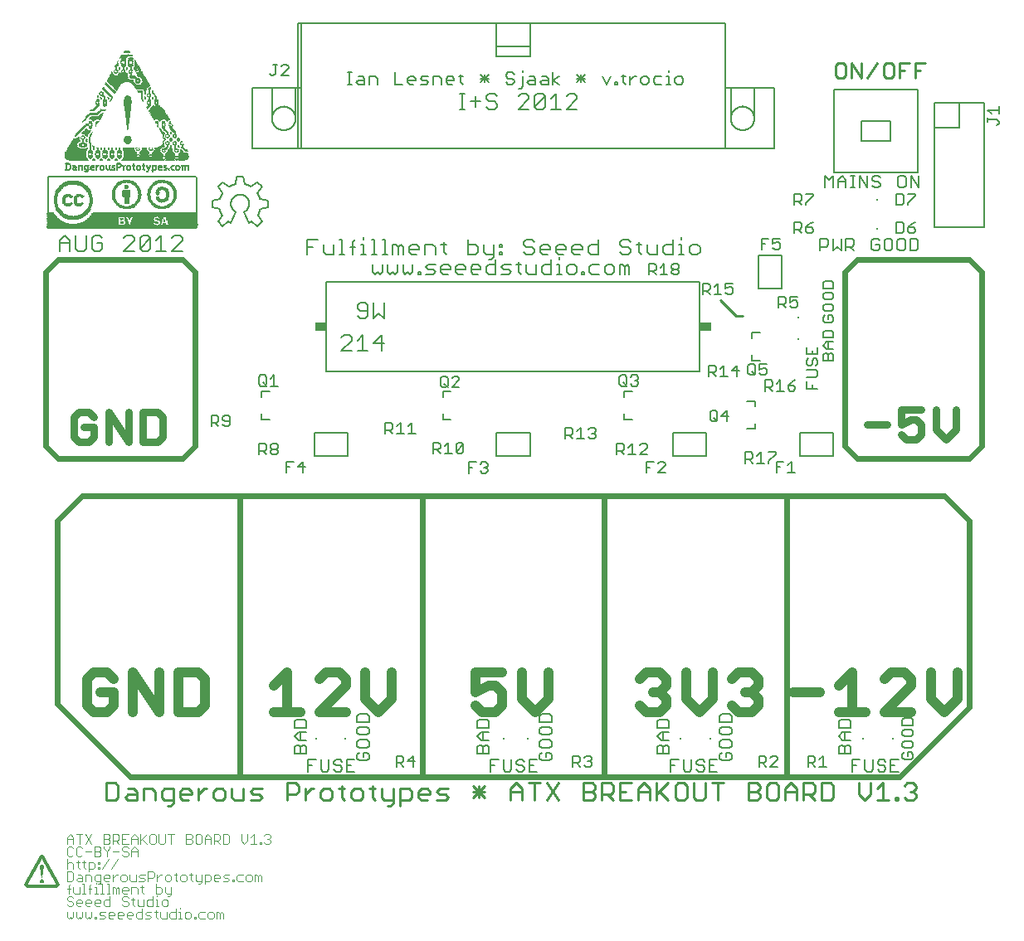
<source format=gbr>
G04 EAGLE Gerber RS-274X export*
G75*
%MOMM*%
%FSLAX34Y34*%
%LPD*%
%INSilkscreen Top*%
%IPPOS*%
%AMOC8*
5,1,8,0,0,1.08239X$1,22.5*%
G01*
%ADD10C,0.609600*%
%ADD11C,0.254000*%
%ADD12C,1.016000*%
%ADD13C,0.762000*%
%ADD14C,0.203200*%
%ADD15C,0.177800*%
%ADD16C,0.127000*%
%ADD17C,0.304800*%
%ADD18C,0.076200*%
%ADD19C,0.152400*%
%ADD20R,1.143000X0.812800*%
%ADD21R,0.200000X0.200000*%
%ADD22R,0.381000X0.025400*%
%ADD23R,0.177800X0.025400*%
%ADD24R,0.406400X0.025400*%
%ADD25R,0.203200X0.025400*%
%ADD26R,0.431800X0.025400*%
%ADD27R,0.228600X0.025400*%
%ADD28R,0.101600X0.025400*%
%ADD29R,0.254000X0.025400*%
%ADD30R,0.025400X0.025400*%
%ADD31R,0.152400X0.025400*%
%ADD32R,0.330200X0.025400*%
%ADD33R,0.127000X0.025400*%
%ADD34R,0.279400X0.025400*%
%ADD35R,0.355600X0.025400*%
%ADD36R,0.304800X0.025400*%
%ADD37R,0.482600X0.025400*%
%ADD38R,0.457200X0.025400*%
%ADD39R,0.533400X0.025400*%
%ADD40R,0.558800X0.025400*%
%ADD41R,0.508000X0.025400*%
%ADD42R,0.076200X0.025400*%
%ADD43R,0.050800X0.025400*%
%ADD44R,0.787400X0.025400*%
%ADD45R,1.981200X0.025400*%
%ADD46R,4.165600X0.025400*%
%ADD47R,0.965200X0.025400*%
%ADD48R,0.660400X0.025400*%
%ADD49R,2.032000X0.025400*%
%ADD50R,4.089400X0.025400*%
%ADD51R,0.914400X0.025400*%
%ADD52R,0.736600X0.025400*%
%ADD53R,2.082800X0.025400*%
%ADD54R,4.038600X0.025400*%
%ADD55R,0.863600X0.025400*%
%ADD56R,2.133600X0.025400*%
%ADD57R,3.987800X0.025400*%
%ADD58R,0.838200X0.025400*%
%ADD59R,0.812800X0.025400*%
%ADD60R,3.937000X0.025400*%
%ADD61R,0.762000X0.025400*%
%ADD62R,2.159000X0.025400*%
%ADD63R,2.743200X0.025400*%
%ADD64R,1.320800X0.025400*%
%ADD65R,1.143000X0.025400*%
%ADD66R,1.066800X0.025400*%
%ADD67R,1.371600X0.025400*%
%ADD68R,1.041400X0.025400*%
%ADD69R,1.092200X0.025400*%
%ADD70R,2.184400X0.025400*%
%ADD71R,1.346200X0.025400*%
%ADD72R,0.990600X0.025400*%
%ADD73R,1.295400X0.025400*%
%ADD74R,1.016000X0.025400*%
%ADD75R,1.270000X0.025400*%
%ADD76R,1.219200X0.025400*%
%ADD77R,0.939800X0.025400*%
%ADD78R,1.117600X0.025400*%
%ADD79R,2.209800X0.025400*%
%ADD80R,0.889000X0.025400*%
%ADD81R,1.244600X0.025400*%
%ADD82R,0.584200X0.025400*%
%ADD83R,0.685800X0.025400*%
%ADD84R,0.609600X0.025400*%
%ADD85R,2.108200X0.025400*%
%ADD86R,0.711200X0.025400*%
%ADD87R,2.057400X0.025400*%
%ADD88R,1.193800X0.025400*%
%ADD89R,0.635000X0.025400*%
%ADD90R,1.168400X0.025400*%
%ADD91R,1.625600X0.025400*%
%ADD92R,1.600200X0.025400*%
%ADD93R,1.574800X0.025400*%
%ADD94R,1.549400X0.025400*%
%ADD95R,1.498600X0.025400*%
%ADD96R,1.473200X0.025400*%
%ADD97R,1.422400X0.025400*%
%ADD98R,1.397000X0.025400*%
%ADD99R,1.447800X0.025400*%
%ADD100R,1.651000X0.025400*%
%ADD101R,1.727200X0.025400*%
%ADD102R,1.828800X0.025400*%
%ADD103R,2.692400X0.025400*%
%ADD104R,2.717800X0.025400*%
%ADD105R,2.667000X0.025400*%
%ADD106R,2.336800X0.025400*%
%ADD107R,2.260600X0.025400*%
%ADD108R,1.955800X0.025400*%
%ADD109R,1.930400X0.025400*%
%ADD110R,1.905000X0.025400*%
%ADD111R,1.879600X0.025400*%
%ADD112R,1.854200X0.025400*%
%ADD113R,15.278100X0.038200*%
%ADD114R,15.354400X0.038100*%
%ADD115R,11.163400X0.038100*%
%ADD116R,4.114800X0.038100*%
%ADD117R,7.277200X0.038100*%
%ADD118R,0.533400X0.038100*%
%ADD119R,2.476500X0.038100*%
%ADD120R,0.190500X0.038100*%
%ADD121R,0.419100X0.038100*%
%ADD122R,2.971800X0.038100*%
%ADD123R,0.457200X0.038100*%
%ADD124R,2.400300X0.038100*%
%ADD125R,0.114300X0.038100*%
%ADD126R,2.629000X0.038100*%
%ADD127R,4.533900X0.038100*%
%ADD128R,2.362200X0.038100*%
%ADD129R,0.381000X0.038100*%
%ADD130R,2.248000X0.038100*%
%ADD131R,4.191000X0.038100*%
%ADD132R,0.152400X0.038100*%
%ADD133R,0.076200X0.038100*%
%ADD134R,0.342900X0.038100*%
%ADD135R,3.009900X0.038100*%
%ADD136R,2.057500X0.038100*%
%ADD137R,4.000500X0.038100*%
%ADD138R,0.304800X0.038100*%
%ADD139R,2.324100X0.038100*%
%ADD140R,1.943200X0.038100*%
%ADD141R,3.886200X0.038100*%
%ADD142R,3.048000X0.038100*%
%ADD143R,1.867000X0.038100*%
%ADD144R,3.771900X0.038100*%
%ADD145R,1.752700X0.038100*%
%ADD146R,3.695700X0.038100*%
%ADD147R,2.819400X0.038100*%
%ADD148R,1.676500X0.038100*%
%ADD149R,3.619500X0.038100*%
%ADD150R,2.743200X0.038100*%
%ADD151R,3.086100X0.038100*%
%ADD152R,1.600300X0.038100*%
%ADD153R,3.543300X0.038100*%
%ADD154R,0.228600X0.038100*%
%ADD155R,2.590800X0.038100*%
%ADD156R,1.524100X0.038100*%
%ADD157R,3.467100X0.038100*%
%ADD158R,2.438400X0.038100*%
%ADD159R,1.486000X0.038100*%
%ADD160R,3.390900X0.038100*%
%ADD161R,3.124200X0.038100*%
%ADD162R,1.409800X0.038100*%
%ADD163R,3.352800X0.038100*%
%ADD164R,1.371700X0.038100*%
%ADD165R,3.276600X0.038100*%
%ADD166R,2.247900X0.038100*%
%ADD167R,0.571500X0.038100*%
%ADD168R,3.162300X0.038100*%
%ADD169R,1.295500X0.038100*%
%ADD170R,0.762000X0.038100*%
%ADD171R,3.238500X0.038100*%
%ADD172R,0.266700X0.038100*%
%ADD173R,0.685800X0.038100*%
%ADD174R,0.038100X0.038100*%
%ADD175R,1.257400X0.038100*%
%ADD176R,1.104900X0.038100*%
%ADD177R,3.200400X0.038100*%
%ADD178R,2.171700X0.038100*%
%ADD179R,1.219300X0.038100*%
%ADD180R,1.333500X0.038100*%
%ADD181R,1.181200X0.038100*%
%ADD182R,1.524000X0.038100*%
%ADD183R,1.143100X0.038100*%
%ADD184R,1.714500X0.038100*%
%ADD185R,2.133600X0.038100*%
%ADD186R,1.066900X0.038100*%
%ADD187R,1.866900X0.038100*%
%ADD188R,1.028800X0.038100*%
%ADD189R,1.981200X0.038100*%
%ADD190R,2.095500X0.038100*%
%ADD191R,2.933700X0.038100*%
%ADD192R,0.495300X0.038100*%
%ADD193R,0.990700X0.038100*%
%ADD194R,6.781800X0.038100*%
%ADD195R,0.952600X0.038100*%
%ADD196R,10.972800X0.038100*%
%ADD197R,0.914500X0.038100*%
%ADD198R,0.838200X0.038100*%
%ADD199R,10.934700X0.038100*%
%ADD200R,0.876400X0.038100*%
%ADD201R,10.896600X0.038100*%
%ADD202R,0.838300X0.038100*%
%ADD203R,10.858500X0.038100*%
%ADD204R,0.647700X0.038100*%
%ADD205R,10.820400X0.038100*%
%ADD206R,0.800200X0.038100*%
%ADD207R,0.609600X0.038100*%
%ADD208R,0.762100X0.038100*%
%ADD209R,10.782300X0.038100*%
%ADD210R,0.724000X0.038100*%
%ADD211R,10.744200X0.038100*%
%ADD212R,0.685900X0.038100*%
%ADD213R,10.706100X0.038100*%
%ADD214R,0.152500X0.038100*%
%ADD215R,0.914400X0.038100*%
%ADD216R,1.143000X0.038100*%
%ADD217R,1.295400X0.038100*%
%ADD218R,1.447800X0.038100*%
%ADD219R,1.409700X0.038100*%
%ADD220R,1.562100X0.038100*%
%ADD221R,1.676400X0.038100*%
%ADD222R,0.876300X0.038100*%
%ADD223R,0.990600X0.038100*%
%ADD224R,0.800100X0.038100*%
%ADD225R,1.066800X0.038100*%
%ADD226R,1.181100X0.038100*%
%ADD227R,0.952500X0.038100*%
%ADD228R,0.723900X0.038100*%
%ADD229R,1.028700X0.038100*%
%ADD230R,2.209800X0.038100*%
%ADD231R,1.828800X0.038100*%
%ADD232R,1.638300X0.038100*%
%ADD233R,1.485900X0.038100*%
%ADD234R,1.257300X0.038100*%
%ADD235R,1.371600X0.038100*%
%ADD236R,1.219200X0.038100*%
%ADD237R,15.278100X0.038100*%
%ADD238R,15.201900X0.038100*%
%ADD239R,15.125700X0.038100*%
%ADD240R,14.973300X0.038100*%

G36*
X19069Y-73078D02*
X19069Y-73078D01*
X19111Y-73081D01*
X19179Y-73062D01*
X19248Y-73052D01*
X19286Y-73032D01*
X19327Y-73020D01*
X19384Y-72979D01*
X19446Y-72946D01*
X19474Y-72914D01*
X19508Y-72888D01*
X19547Y-72830D01*
X19593Y-72777D01*
X19609Y-72737D01*
X19632Y-72701D01*
X19655Y-72614D01*
X19673Y-72567D01*
X19674Y-72543D01*
X19680Y-72520D01*
X20930Y-61270D01*
X20924Y-61170D01*
X20921Y-61069D01*
X20916Y-61058D01*
X20915Y-61046D01*
X20874Y-60954D01*
X20836Y-60862D01*
X20828Y-60853D01*
X20823Y-60842D01*
X20753Y-60770D01*
X20685Y-60696D01*
X20674Y-60690D01*
X20666Y-60682D01*
X20575Y-60639D01*
X20485Y-60593D01*
X20472Y-60591D01*
X20462Y-60587D01*
X20417Y-60583D01*
X20300Y-60566D01*
X17800Y-60566D01*
X17701Y-60583D01*
X17602Y-60598D01*
X17591Y-60603D01*
X17579Y-60605D01*
X17493Y-60657D01*
X17404Y-60704D01*
X17396Y-60713D01*
X17386Y-60720D01*
X17323Y-60798D01*
X17257Y-60873D01*
X17252Y-60884D01*
X17245Y-60894D01*
X17212Y-60989D01*
X17177Y-61083D01*
X17176Y-61096D01*
X17173Y-61106D01*
X17174Y-61152D01*
X17170Y-61270D01*
X18420Y-72520D01*
X18432Y-72561D01*
X18435Y-72604D01*
X18464Y-72668D01*
X18483Y-72735D01*
X18509Y-72769D01*
X18527Y-72808D01*
X18576Y-72858D01*
X18618Y-72915D01*
X18654Y-72938D01*
X18684Y-72968D01*
X18748Y-72998D01*
X18807Y-73036D01*
X18849Y-73045D01*
X18888Y-73063D01*
X18957Y-73069D01*
X19026Y-73084D01*
X19069Y-73078D01*
G37*
D10*
X939800Y317500D02*
X965000Y292300D01*
X965000Y101400D01*
X894400Y30800D01*
X779000Y30800D01*
X593000Y30800D01*
X407000Y30800D01*
X221000Y30800D01*
X108900Y30800D01*
X35000Y104700D01*
X35000Y292175D01*
X60325Y317500D01*
X221000Y317500D01*
X407000Y317500D01*
X593000Y317500D01*
X779000Y317500D01*
X939800Y317500D01*
X221000Y317500D02*
X221000Y30800D01*
X407000Y30800D02*
X407000Y317500D01*
X593000Y317500D02*
X593000Y30800D01*
X779000Y30800D02*
X779000Y317500D01*
X162400Y558800D02*
X35400Y558800D01*
X162400Y558800D02*
X175100Y546100D01*
X175100Y368300D01*
X162400Y355600D01*
X35400Y355600D01*
X22700Y368300D01*
X22700Y546100D01*
X35400Y558800D01*
X850900Y558800D02*
X965200Y558800D01*
X977900Y546100D01*
X977900Y368300D01*
X965200Y355600D01*
X850900Y355600D01*
X838200Y368300D01*
X838200Y546100D01*
X850900Y558800D01*
D11*
X733750Y501250D02*
X727500Y501250D01*
X711250Y517500D01*
D12*
X268988Y137355D02*
X255430Y123797D01*
X268988Y137355D02*
X268988Y96680D01*
X255430Y96680D02*
X282547Y96680D01*
X302206Y96680D02*
X329322Y96680D01*
X302206Y96680D02*
X329322Y123797D01*
X329322Y130576D01*
X322543Y137355D01*
X308985Y137355D01*
X302206Y130576D01*
X348982Y137355D02*
X348982Y110238D01*
X362540Y96680D01*
X376098Y110238D01*
X376098Y137355D01*
X461805Y137355D02*
X488922Y137355D01*
X461805Y137355D02*
X461805Y117017D01*
X475363Y123797D01*
X482142Y123797D01*
X488922Y117017D01*
X488922Y103459D01*
X482142Y96680D01*
X468584Y96680D01*
X461805Y103459D01*
X508581Y110238D02*
X508581Y137355D01*
X508581Y110238D02*
X522139Y96680D01*
X535697Y110238D01*
X535697Y137355D01*
X629405Y130576D02*
X636184Y137355D01*
X649742Y137355D01*
X656522Y130576D01*
X656522Y123797D01*
X649742Y117017D01*
X642963Y117017D01*
X649742Y117017D02*
X656522Y110238D01*
X656522Y103459D01*
X649742Y96680D01*
X636184Y96680D01*
X629405Y103459D01*
X676181Y110238D02*
X676181Y137355D01*
X676181Y110238D02*
X689739Y96680D01*
X703297Y110238D01*
X703297Y137355D01*
X722957Y130576D02*
X729736Y137355D01*
X743294Y137355D01*
X750073Y130576D01*
X750073Y123797D01*
X743294Y117017D01*
X736515Y117017D01*
X743294Y117017D02*
X750073Y110238D01*
X750073Y103459D01*
X743294Y96680D01*
X729736Y96680D01*
X722957Y103459D01*
D13*
X861060Y390538D02*
X881397Y390538D01*
X896142Y405791D02*
X916479Y405791D01*
X896142Y405791D02*
X896142Y390538D01*
X906311Y395622D01*
X911395Y395622D01*
X916479Y390538D01*
X916479Y380369D01*
X911395Y375285D01*
X901226Y375285D01*
X896142Y380369D01*
X931224Y385454D02*
X931224Y405791D01*
X931224Y385454D02*
X941393Y375285D01*
X951561Y385454D01*
X951561Y405791D01*
D12*
X812772Y117017D02*
X785655Y117017D01*
X832431Y123797D02*
X845989Y137355D01*
X845989Y96680D01*
X832431Y96680D02*
X859547Y96680D01*
X879207Y96680D02*
X906323Y96680D01*
X879207Y96680D02*
X906323Y123797D01*
X906323Y130576D01*
X899544Y137355D01*
X885986Y137355D01*
X879207Y130576D01*
X925983Y137355D02*
X925983Y110238D01*
X939541Y96680D01*
X953099Y110238D01*
X953099Y137355D01*
D14*
X813316Y567816D02*
X813316Y580018D01*
X819417Y580018D01*
X821451Y577985D01*
X821451Y573917D01*
X819417Y571883D01*
X813316Y571883D01*
X826413Y567816D02*
X826413Y580018D01*
X830481Y571883D02*
X826413Y567816D01*
X830481Y571883D02*
X834548Y567816D01*
X834548Y580018D01*
X839511Y580018D02*
X839511Y567816D01*
X839511Y580018D02*
X845612Y580018D01*
X847645Y577985D01*
X847645Y573917D01*
X845612Y571883D01*
X839511Y571883D01*
X843578Y571883D02*
X847645Y567816D01*
X871806Y580018D02*
X873840Y577985D01*
X871806Y580018D02*
X867739Y580018D01*
X865705Y577985D01*
X865705Y569850D01*
X867739Y567816D01*
X871806Y567816D01*
X873840Y569850D01*
X873840Y573917D01*
X869772Y573917D01*
X880836Y580018D02*
X884903Y580018D01*
X880836Y580018D02*
X878802Y577985D01*
X878802Y569850D01*
X880836Y567816D01*
X884903Y567816D01*
X886937Y569850D01*
X886937Y577985D01*
X884903Y580018D01*
X893933Y580018D02*
X898001Y580018D01*
X893933Y580018D02*
X891900Y577985D01*
X891900Y569850D01*
X893933Y567816D01*
X898001Y567816D01*
X900034Y569850D01*
X900034Y577985D01*
X898001Y580018D01*
X904997Y580018D02*
X904997Y567816D01*
X911098Y567816D01*
X913132Y569850D01*
X913132Y577985D01*
X911098Y580018D01*
X904997Y580018D01*
D11*
X85170Y24265D02*
X85170Y6470D01*
X94068Y6470D01*
X97033Y9436D01*
X97033Y21299D01*
X94068Y24265D01*
X85170Y24265D01*
X106846Y18333D02*
X112778Y18333D01*
X115744Y15368D01*
X115744Y6470D01*
X106846Y6470D01*
X103880Y9436D01*
X106846Y12402D01*
X115744Y12402D01*
X122591Y18333D02*
X122591Y6470D01*
X122591Y18333D02*
X131488Y18333D01*
X134454Y15368D01*
X134454Y6470D01*
X147233Y538D02*
X150199Y538D01*
X153165Y3504D01*
X153165Y18333D01*
X144267Y18333D01*
X141301Y15368D01*
X141301Y9436D01*
X144267Y6470D01*
X153165Y6470D01*
X162977Y6470D02*
X168909Y6470D01*
X162977Y6470D02*
X160012Y9436D01*
X160012Y15368D01*
X162977Y18333D01*
X168909Y18333D01*
X171875Y15368D01*
X171875Y12402D01*
X160012Y12402D01*
X178722Y6470D02*
X178722Y18333D01*
X178722Y12402D02*
X184654Y18333D01*
X187619Y18333D01*
X197280Y6470D02*
X203211Y6470D01*
X206177Y9436D01*
X206177Y15368D01*
X203211Y18333D01*
X197280Y18333D01*
X194314Y15368D01*
X194314Y9436D01*
X197280Y6470D01*
X213024Y9436D02*
X213024Y18333D01*
X213024Y9436D02*
X215990Y6470D01*
X224888Y6470D01*
X224888Y18333D01*
X231735Y6470D02*
X240632Y6470D01*
X243598Y9436D01*
X240632Y12402D01*
X234700Y12402D01*
X231735Y15368D01*
X234700Y18333D01*
X243598Y18333D01*
X269155Y24265D02*
X269155Y6470D01*
X269155Y24265D02*
X278053Y24265D01*
X281019Y21299D01*
X281019Y15368D01*
X278053Y12402D01*
X269155Y12402D01*
X287866Y6470D02*
X287866Y18333D01*
X287866Y12402D02*
X293797Y18333D01*
X296763Y18333D01*
X306424Y6470D02*
X312355Y6470D01*
X315321Y9436D01*
X315321Y15368D01*
X312355Y18333D01*
X306424Y18333D01*
X303458Y15368D01*
X303458Y9436D01*
X306424Y6470D01*
X325134Y9436D02*
X325134Y21299D01*
X325134Y9436D02*
X328100Y6470D01*
X328100Y18333D02*
X322168Y18333D01*
X337608Y6470D02*
X343539Y6470D01*
X346505Y9436D01*
X346505Y15368D01*
X343539Y18333D01*
X337608Y18333D01*
X334642Y15368D01*
X334642Y9436D01*
X337608Y6470D01*
X356318Y9436D02*
X356318Y21299D01*
X356318Y9436D02*
X359284Y6470D01*
X359284Y18333D02*
X353352Y18333D01*
X365826Y18333D02*
X365826Y9436D01*
X368791Y6470D01*
X377689Y6470D01*
X377689Y3504D02*
X377689Y18333D01*
X377689Y3504D02*
X374723Y538D01*
X371757Y538D01*
X384536Y538D02*
X384536Y18333D01*
X393434Y18333D01*
X396399Y15368D01*
X396399Y9436D01*
X393434Y6470D01*
X384536Y6470D01*
X406212Y6470D02*
X412144Y6470D01*
X406212Y6470D02*
X403246Y9436D01*
X403246Y15368D01*
X406212Y18333D01*
X412144Y18333D01*
X415110Y15368D01*
X415110Y12402D01*
X403246Y12402D01*
X421957Y6470D02*
X430854Y6470D01*
X433820Y9436D01*
X430854Y12402D01*
X424923Y12402D01*
X421957Y15368D01*
X424923Y18333D01*
X433820Y18333D01*
X459378Y21299D02*
X471241Y9436D01*
X459378Y9436D02*
X471241Y21299D01*
X471241Y15368D02*
X459378Y15368D01*
X465309Y21299D02*
X465309Y9436D01*
X496798Y6470D02*
X496798Y18333D01*
X502730Y24265D01*
X508662Y18333D01*
X508662Y6470D01*
X508662Y15368D02*
X496798Y15368D01*
X521440Y24265D02*
X521440Y6470D01*
X515509Y24265D02*
X527372Y24265D01*
X534219Y24265D02*
X546082Y6470D01*
X534219Y6470D02*
X546082Y24265D01*
X571640Y24265D02*
X571640Y6470D01*
X571640Y24265D02*
X580537Y24265D01*
X583503Y21299D01*
X583503Y18333D01*
X580537Y15368D01*
X583503Y12402D01*
X583503Y9436D01*
X580537Y6470D01*
X571640Y6470D01*
X571640Y15368D02*
X580537Y15368D01*
X590350Y24265D02*
X590350Y6470D01*
X590350Y24265D02*
X599248Y24265D01*
X602214Y21299D01*
X602214Y15368D01*
X599248Y12402D01*
X590350Y12402D01*
X596282Y12402D02*
X602214Y6470D01*
X609061Y24265D02*
X620924Y24265D01*
X609061Y24265D02*
X609061Y6470D01*
X620924Y6470D01*
X614992Y15368D02*
X609061Y15368D01*
X627771Y18333D02*
X627771Y6470D01*
X627771Y18333D02*
X633703Y24265D01*
X639634Y18333D01*
X639634Y6470D01*
X639634Y15368D02*
X627771Y15368D01*
X646481Y24265D02*
X646481Y6470D01*
X646481Y12402D02*
X658345Y24265D01*
X649447Y15368D02*
X658345Y6470D01*
X668157Y24265D02*
X674089Y24265D01*
X668157Y24265D02*
X665192Y21299D01*
X665192Y9436D01*
X668157Y6470D01*
X674089Y6470D01*
X677055Y9436D01*
X677055Y21299D01*
X674089Y24265D01*
X683902Y24265D02*
X683902Y9436D01*
X686868Y6470D01*
X692800Y6470D01*
X695765Y9436D01*
X695765Y24265D01*
X708544Y24265D02*
X708544Y6470D01*
X702612Y24265D02*
X714476Y24265D01*
X740033Y24265D02*
X740033Y6470D01*
X740033Y24265D02*
X748931Y24265D01*
X751897Y21299D01*
X751897Y18333D01*
X748931Y15368D01*
X751897Y12402D01*
X751897Y9436D01*
X748931Y6470D01*
X740033Y6470D01*
X740033Y15368D02*
X748931Y15368D01*
X761709Y24265D02*
X767641Y24265D01*
X761709Y24265D02*
X758744Y21299D01*
X758744Y9436D01*
X761709Y6470D01*
X767641Y6470D01*
X770607Y9436D01*
X770607Y21299D01*
X767641Y24265D01*
X777454Y18333D02*
X777454Y6470D01*
X777454Y18333D02*
X783386Y24265D01*
X789317Y18333D01*
X789317Y6470D01*
X789317Y15368D02*
X777454Y15368D01*
X796164Y24265D02*
X796164Y6470D01*
X796164Y24265D02*
X805062Y24265D01*
X808028Y21299D01*
X808028Y15368D01*
X805062Y12402D01*
X796164Y12402D01*
X802096Y12402D02*
X808028Y6470D01*
X814875Y6470D02*
X814875Y24265D01*
X814875Y6470D02*
X823772Y6470D01*
X826738Y9436D01*
X826738Y21299D01*
X823772Y24265D01*
X814875Y24265D01*
X852295Y24265D02*
X852295Y12402D01*
X858227Y6470D01*
X864159Y12402D01*
X864159Y24265D01*
X871006Y18333D02*
X876937Y24265D01*
X876937Y6470D01*
X871006Y6470D02*
X882869Y6470D01*
X889716Y6470D02*
X889716Y9436D01*
X892682Y9436D01*
X892682Y6470D01*
X889716Y6470D01*
X899071Y21299D02*
X902037Y24265D01*
X907969Y24265D01*
X910935Y21299D01*
X910935Y18333D01*
X907969Y15368D01*
X905003Y15368D01*
X907969Y15368D02*
X910935Y12402D01*
X910935Y9436D01*
X907969Y6470D01*
X902037Y6470D01*
X899071Y9436D01*
D14*
X289941Y563666D02*
X289941Y579427D01*
X300449Y579427D01*
X295195Y571547D02*
X289941Y571547D01*
X306313Y574174D02*
X306313Y566293D01*
X308939Y563666D01*
X316820Y563666D01*
X316820Y574174D01*
X322684Y579427D02*
X325311Y579427D01*
X325311Y563666D01*
X322684Y563666D02*
X327938Y563666D01*
X336225Y563666D02*
X336225Y576801D01*
X338852Y579427D01*
X338852Y571547D02*
X333599Y571547D01*
X344513Y574174D02*
X347140Y574174D01*
X347140Y563666D01*
X344513Y563666D02*
X349767Y563666D01*
X347140Y579427D02*
X347140Y582054D01*
X355427Y579427D02*
X358054Y579427D01*
X358054Y563666D01*
X355427Y563666D02*
X360681Y563666D01*
X366342Y579427D02*
X368969Y579427D01*
X368969Y563666D01*
X371595Y563666D02*
X366342Y563666D01*
X377256Y563666D02*
X377256Y574174D01*
X379883Y574174D01*
X382510Y571547D01*
X382510Y563666D01*
X382510Y571547D02*
X385137Y574174D01*
X387764Y571547D01*
X387764Y563666D01*
X396254Y563666D02*
X401508Y563666D01*
X396254Y563666D02*
X393628Y566293D01*
X393628Y571547D01*
X396254Y574174D01*
X401508Y574174D01*
X404135Y571547D01*
X404135Y568920D01*
X393628Y568920D01*
X409999Y563666D02*
X409999Y574174D01*
X417880Y574174D01*
X420507Y571547D01*
X420507Y563666D01*
X428998Y566293D02*
X428998Y576801D01*
X428998Y566293D02*
X431625Y563666D01*
X431625Y574174D02*
X426371Y574174D01*
X453657Y579427D02*
X453657Y563666D01*
X461537Y563666D01*
X464164Y566293D01*
X464164Y571547D01*
X461537Y574174D01*
X453657Y574174D01*
X470028Y574174D02*
X470028Y566293D01*
X472655Y563666D01*
X480536Y563666D01*
X480536Y561039D02*
X480536Y574174D01*
X480536Y561039D02*
X477909Y558412D01*
X475282Y558412D01*
X486400Y574174D02*
X489027Y574174D01*
X489027Y571547D01*
X486400Y571547D01*
X486400Y574174D01*
X486400Y566293D02*
X489027Y566293D01*
X489027Y563666D01*
X486400Y563666D01*
X486400Y566293D01*
X518838Y579427D02*
X521465Y576801D01*
X518838Y579427D02*
X513584Y579427D01*
X510957Y576801D01*
X510957Y574174D01*
X513584Y571547D01*
X518838Y571547D01*
X521465Y568920D01*
X521465Y566293D01*
X518838Y563666D01*
X513584Y563666D01*
X510957Y566293D01*
X529956Y563666D02*
X535209Y563666D01*
X529956Y563666D02*
X527329Y566293D01*
X527329Y571547D01*
X529956Y574174D01*
X535209Y574174D01*
X537836Y571547D01*
X537836Y568920D01*
X527329Y568920D01*
X546327Y563666D02*
X551581Y563666D01*
X546327Y563666D02*
X543700Y566293D01*
X543700Y571547D01*
X546327Y574174D01*
X551581Y574174D01*
X554208Y571547D01*
X554208Y568920D01*
X543700Y568920D01*
X562699Y563666D02*
X567953Y563666D01*
X562699Y563666D02*
X560072Y566293D01*
X560072Y571547D01*
X562699Y574174D01*
X567953Y574174D01*
X570579Y571547D01*
X570579Y568920D01*
X560072Y568920D01*
X586951Y563666D02*
X586951Y579427D01*
X586951Y563666D02*
X579070Y563666D01*
X576443Y566293D01*
X576443Y571547D01*
X579070Y574174D01*
X586951Y574174D01*
X617067Y579427D02*
X619694Y576801D01*
X617067Y579427D02*
X611813Y579427D01*
X609186Y576801D01*
X609186Y574174D01*
X611813Y571547D01*
X617067Y571547D01*
X619694Y568920D01*
X619694Y566293D01*
X617067Y563666D01*
X611813Y563666D01*
X609186Y566293D01*
X628185Y566293D02*
X628185Y576801D01*
X628185Y566293D02*
X630812Y563666D01*
X630812Y574174D02*
X625558Y574174D01*
X636472Y574174D02*
X636472Y566293D01*
X639099Y563666D01*
X646980Y563666D01*
X646980Y574174D01*
X663352Y579427D02*
X663352Y563666D01*
X655471Y563666D01*
X652844Y566293D01*
X652844Y571547D01*
X655471Y574174D01*
X663352Y574174D01*
X669216Y574174D02*
X671842Y574174D01*
X671842Y563666D01*
X669216Y563666D02*
X674469Y563666D01*
X671842Y579427D02*
X671842Y582054D01*
X682757Y563666D02*
X688011Y563666D01*
X690638Y566293D01*
X690638Y571547D01*
X688011Y574174D01*
X682757Y574174D01*
X680130Y571547D01*
X680130Y566293D01*
X682757Y563666D01*
X356616Y553771D02*
X356616Y546398D01*
X359073Y543941D01*
X361531Y546398D01*
X363988Y543941D01*
X366446Y546398D01*
X366446Y553771D01*
X372052Y553771D02*
X372052Y546398D01*
X374509Y543941D01*
X376967Y546398D01*
X379424Y543941D01*
X381882Y546398D01*
X381882Y553771D01*
X387488Y553771D02*
X387488Y546398D01*
X389946Y543941D01*
X392403Y546398D01*
X394860Y543941D01*
X397318Y546398D01*
X397318Y553771D01*
X402924Y546398D02*
X402924Y543941D01*
X402924Y546398D02*
X405382Y546398D01*
X405382Y543941D01*
X402924Y543941D01*
X410642Y543941D02*
X418015Y543941D01*
X420472Y546398D01*
X418015Y548856D01*
X413100Y548856D01*
X410642Y551313D01*
X413100Y553771D01*
X420472Y553771D01*
X428536Y543941D02*
X433451Y543941D01*
X428536Y543941D02*
X426078Y546398D01*
X426078Y551313D01*
X428536Y553771D01*
X433451Y553771D01*
X435908Y551313D01*
X435908Y548856D01*
X426078Y548856D01*
X443972Y543941D02*
X448887Y543941D01*
X443972Y543941D02*
X441514Y546398D01*
X441514Y551313D01*
X443972Y553771D01*
X448887Y553771D01*
X451344Y551313D01*
X451344Y548856D01*
X441514Y548856D01*
X459408Y543941D02*
X464323Y543941D01*
X459408Y543941D02*
X456950Y546398D01*
X456950Y551313D01*
X459408Y553771D01*
X464323Y553771D01*
X466780Y551313D01*
X466780Y548856D01*
X456950Y548856D01*
X482216Y543941D02*
X482216Y558686D01*
X482216Y543941D02*
X474844Y543941D01*
X472386Y546398D01*
X472386Y551313D01*
X474844Y553771D01*
X482216Y553771D01*
X487823Y543941D02*
X495195Y543941D01*
X497652Y546398D01*
X495195Y548856D01*
X490280Y548856D01*
X487823Y551313D01*
X490280Y553771D01*
X497652Y553771D01*
X505716Y556228D02*
X505716Y546398D01*
X508173Y543941D01*
X508173Y553771D02*
X503259Y553771D01*
X513549Y553771D02*
X513549Y546398D01*
X516007Y543941D01*
X523379Y543941D01*
X523379Y553771D01*
X538815Y558686D02*
X538815Y543941D01*
X531443Y543941D01*
X528985Y546398D01*
X528985Y551313D01*
X531443Y553771D01*
X538815Y553771D01*
X544421Y553771D02*
X546879Y553771D01*
X546879Y543941D01*
X549336Y543941D02*
X544421Y543941D01*
X546879Y558686D02*
X546879Y561143D01*
X557170Y543941D02*
X562084Y543941D01*
X564542Y546398D01*
X564542Y551313D01*
X562084Y553771D01*
X557170Y553771D01*
X554712Y551313D01*
X554712Y546398D01*
X557170Y543941D01*
X570148Y543941D02*
X570148Y546398D01*
X572606Y546398D01*
X572606Y543941D01*
X570148Y543941D01*
X580324Y553771D02*
X587696Y553771D01*
X580324Y553771D02*
X577866Y551313D01*
X577866Y546398D01*
X580324Y543941D01*
X587696Y543941D01*
X595760Y543941D02*
X600675Y543941D01*
X603132Y546398D01*
X603132Y551313D01*
X600675Y553771D01*
X595760Y553771D01*
X593302Y551313D01*
X593302Y546398D01*
X595760Y543941D01*
X608738Y543941D02*
X608738Y553771D01*
X611196Y553771D01*
X613653Y551313D01*
X613653Y543941D01*
X613653Y551313D02*
X616111Y553771D01*
X618568Y551313D01*
X618568Y543941D01*
X37291Y567516D02*
X37291Y578024D01*
X42545Y583277D01*
X47799Y578024D01*
X47799Y567516D01*
X47799Y575397D02*
X37291Y575397D01*
X53663Y570143D02*
X53663Y583277D01*
X53663Y570143D02*
X56289Y567516D01*
X61543Y567516D01*
X64170Y570143D01*
X64170Y583277D01*
X77915Y583277D02*
X80542Y580651D01*
X77915Y583277D02*
X72661Y583277D01*
X70034Y580651D01*
X70034Y570143D01*
X72661Y567516D01*
X77915Y567516D01*
X80542Y570143D01*
X80542Y575397D01*
X75288Y575397D01*
X102777Y567516D02*
X113285Y567516D01*
X102777Y567516D02*
X113285Y578024D01*
X113285Y580651D01*
X110658Y583277D01*
X105404Y583277D01*
X102777Y580651D01*
X119149Y580651D02*
X119149Y570143D01*
X119149Y580651D02*
X121776Y583277D01*
X127030Y583277D01*
X129656Y580651D01*
X129656Y570143D01*
X127030Y567516D01*
X121776Y567516D01*
X119149Y570143D01*
X129656Y580651D01*
X135520Y578024D02*
X140774Y583277D01*
X140774Y567516D01*
X135520Y567516D02*
X146028Y567516D01*
X151892Y567516D02*
X162400Y567516D01*
X151892Y567516D02*
X162400Y578024D01*
X162400Y580651D01*
X159773Y583277D01*
X154519Y583277D01*
X151892Y580651D01*
D15*
X331089Y737489D02*
X335241Y737489D01*
X333165Y737489D02*
X333165Y749946D01*
X331089Y749946D02*
X335241Y749946D01*
X341897Y745793D02*
X346049Y745793D01*
X348125Y743717D01*
X348125Y737489D01*
X341897Y737489D01*
X339821Y739565D01*
X341897Y741641D01*
X348125Y741641D01*
X352918Y737489D02*
X352918Y745793D01*
X359146Y745793D01*
X361222Y743717D01*
X361222Y737489D01*
X379112Y737489D02*
X379112Y749946D01*
X379112Y737489D02*
X387417Y737489D01*
X394286Y737489D02*
X398438Y737489D01*
X394286Y737489D02*
X392210Y739565D01*
X392210Y743717D01*
X394286Y745793D01*
X398438Y745793D01*
X400514Y743717D01*
X400514Y741641D01*
X392210Y741641D01*
X405307Y737489D02*
X411535Y737489D01*
X413611Y739565D01*
X411535Y741641D01*
X407383Y741641D01*
X405307Y743717D01*
X407383Y745793D01*
X413611Y745793D01*
X418404Y745793D02*
X418404Y737489D01*
X418404Y745793D02*
X424632Y745793D01*
X426708Y743717D01*
X426708Y737489D01*
X433577Y737489D02*
X437730Y737489D01*
X433577Y737489D02*
X431501Y739565D01*
X431501Y743717D01*
X433577Y745793D01*
X437730Y745793D01*
X439806Y743717D01*
X439806Y741641D01*
X431501Y741641D01*
X446675Y739565D02*
X446675Y747870D01*
X446675Y739565D02*
X448751Y737489D01*
X448751Y745793D02*
X444599Y745793D01*
X466427Y747870D02*
X474732Y739565D01*
X466427Y739565D02*
X474732Y747870D01*
X474732Y743717D02*
X466427Y743717D01*
X470579Y739565D02*
X470579Y747870D01*
X498850Y749946D02*
X500926Y747870D01*
X498850Y749946D02*
X494698Y749946D01*
X492622Y747870D01*
X492622Y745793D01*
X494698Y743717D01*
X498850Y743717D01*
X500926Y741641D01*
X500926Y739565D01*
X498850Y737489D01*
X494698Y737489D01*
X492622Y739565D01*
X505719Y733337D02*
X507795Y733337D01*
X509871Y735413D01*
X509871Y745793D01*
X509871Y749946D02*
X509871Y752022D01*
X516527Y745793D02*
X520679Y745793D01*
X522755Y743717D01*
X522755Y737489D01*
X516527Y737489D01*
X514451Y739565D01*
X516527Y741641D01*
X522755Y741641D01*
X529624Y745793D02*
X533776Y745793D01*
X535852Y743717D01*
X535852Y737489D01*
X529624Y737489D01*
X527548Y739565D01*
X529624Y741641D01*
X535852Y741641D01*
X540645Y737489D02*
X540645Y749946D01*
X540645Y741641D02*
X546873Y737489D01*
X540645Y741641D02*
X546873Y745793D01*
X564657Y747870D02*
X572961Y739565D01*
X564657Y739565D02*
X572961Y747870D01*
X572961Y743717D02*
X564657Y743717D01*
X568809Y739565D02*
X568809Y747870D01*
X590851Y745793D02*
X595003Y737489D01*
X599156Y745793D01*
X603948Y739565D02*
X603948Y737489D01*
X603948Y739565D02*
X606024Y739565D01*
X606024Y737489D01*
X603948Y737489D01*
X612573Y739565D02*
X612573Y747870D01*
X612573Y739565D02*
X614649Y737489D01*
X614649Y745793D02*
X610497Y745793D01*
X619229Y745793D02*
X619229Y737489D01*
X619229Y741641D02*
X623381Y745793D01*
X625457Y745793D01*
X632219Y737489D02*
X636371Y737489D01*
X638447Y739565D01*
X638447Y743717D01*
X636371Y745793D01*
X632219Y745793D01*
X630143Y743717D01*
X630143Y739565D01*
X632219Y737489D01*
X645316Y745793D02*
X651545Y745793D01*
X645316Y745793D02*
X643240Y743717D01*
X643240Y739565D01*
X645316Y737489D01*
X651545Y737489D01*
X656337Y745793D02*
X658413Y745793D01*
X658413Y737489D01*
X656337Y737489D02*
X660490Y737489D01*
X658413Y749946D02*
X658413Y752022D01*
X667145Y737489D02*
X671297Y737489D01*
X673373Y739565D01*
X673373Y743717D01*
X671297Y745793D01*
X667145Y745793D01*
X665069Y743717D01*
X665069Y739565D01*
X667145Y737489D01*
D14*
X450770Y712216D02*
X445516Y712216D01*
X448143Y712216D02*
X448143Y727977D01*
X445516Y727977D02*
X450770Y727977D01*
X456430Y720097D02*
X466938Y720097D01*
X461684Y725351D02*
X461684Y714843D01*
X480683Y727977D02*
X483310Y725351D01*
X480683Y727977D02*
X475429Y727977D01*
X472802Y725351D01*
X472802Y722724D01*
X475429Y720097D01*
X480683Y720097D01*
X483310Y717470D01*
X483310Y714843D01*
X480683Y712216D01*
X475429Y712216D01*
X472802Y714843D01*
X505545Y712216D02*
X516053Y712216D01*
X505545Y712216D02*
X516053Y722724D01*
X516053Y725351D01*
X513426Y727977D01*
X508172Y727977D01*
X505545Y725351D01*
X521917Y725351D02*
X521917Y714843D01*
X521917Y725351D02*
X524544Y727977D01*
X529797Y727977D01*
X532424Y725351D01*
X532424Y714843D01*
X529797Y712216D01*
X524544Y712216D01*
X521917Y714843D01*
X532424Y725351D01*
X538288Y722724D02*
X543542Y727977D01*
X543542Y712216D01*
X538288Y712216D02*
X548796Y712216D01*
X554660Y712216D02*
X565167Y712216D01*
X554660Y712216D02*
X565167Y722724D01*
X565167Y725351D01*
X562540Y727977D01*
X557287Y727977D01*
X554660Y725351D01*
X818316Y644268D02*
X818316Y632066D01*
X822383Y640201D02*
X818316Y644268D01*
X822383Y640201D02*
X826451Y644268D01*
X826451Y632066D01*
X831413Y632066D02*
X831413Y640201D01*
X835481Y644268D01*
X839548Y640201D01*
X839548Y632066D01*
X839548Y638167D02*
X831413Y638167D01*
X844511Y632066D02*
X848578Y632066D01*
X846544Y632066D02*
X846544Y644268D01*
X844511Y644268D02*
X848578Y644268D01*
X853242Y644268D02*
X853242Y632066D01*
X861377Y632066D02*
X853242Y644268D01*
X861377Y644268D02*
X861377Y632066D01*
X872440Y644268D02*
X874474Y642235D01*
X872440Y644268D02*
X868373Y644268D01*
X866339Y642235D01*
X866339Y640201D01*
X868373Y638167D01*
X872440Y638167D01*
X874474Y636133D01*
X874474Y634100D01*
X872440Y632066D01*
X868373Y632066D01*
X866339Y634100D01*
X894567Y644268D02*
X898635Y644268D01*
X894567Y644268D02*
X892534Y642235D01*
X892534Y634100D01*
X894567Y632066D01*
X898635Y632066D01*
X900669Y634100D01*
X900669Y642235D01*
X898635Y644268D01*
X905631Y644268D02*
X905631Y632066D01*
X913766Y632066D02*
X905631Y644268D01*
X913766Y644268D02*
X913766Y632066D01*
D12*
X92047Y130576D02*
X85267Y137355D01*
X71709Y137355D01*
X64930Y130576D01*
X64930Y103459D01*
X71709Y96680D01*
X85267Y96680D01*
X92047Y103459D01*
X92047Y117017D01*
X78488Y117017D01*
X111706Y96680D02*
X111706Y137355D01*
X138822Y96680D01*
X138822Y137355D01*
X158482Y137355D02*
X158482Y96680D01*
X178819Y96680D01*
X185598Y103459D01*
X185598Y130576D01*
X178819Y137355D01*
X158482Y137355D01*
D13*
X72247Y397532D02*
X67163Y402616D01*
X56994Y402616D01*
X51910Y397532D01*
X51910Y377194D01*
X56994Y372110D01*
X67163Y372110D01*
X72247Y377194D01*
X72247Y387363D01*
X62079Y387363D01*
X86992Y372110D02*
X86992Y402616D01*
X107329Y372110D01*
X107329Y402616D01*
X122074Y402616D02*
X122074Y372110D01*
X137327Y372110D01*
X142411Y377194D01*
X142411Y397532D01*
X137327Y402616D01*
X122074Y402616D01*
D14*
X276982Y54566D02*
X289184Y54566D01*
X276982Y54566D02*
X276982Y60667D01*
X279015Y62701D01*
X281049Y62701D01*
X283083Y60667D01*
X285117Y62701D01*
X287150Y62701D01*
X289184Y60667D01*
X289184Y54566D01*
X283083Y54566D02*
X283083Y60667D01*
X281049Y67663D02*
X289184Y67663D01*
X281049Y67663D02*
X276982Y71731D01*
X281049Y75798D01*
X289184Y75798D01*
X283083Y75798D02*
X283083Y67663D01*
X276982Y80761D02*
X289184Y80761D01*
X289184Y86862D01*
X287150Y88895D01*
X279015Y88895D01*
X276982Y86862D01*
X276982Y80761D01*
X340732Y53167D02*
X342765Y55201D01*
X340732Y53167D02*
X340732Y49100D01*
X342765Y47066D01*
X350900Y47066D01*
X352934Y49100D01*
X352934Y53167D01*
X350900Y55201D01*
X346833Y55201D01*
X346833Y51133D01*
X340732Y62197D02*
X340732Y66264D01*
X340732Y62197D02*
X342765Y60163D01*
X350900Y60163D01*
X352934Y62197D01*
X352934Y66264D01*
X350900Y68298D01*
X342765Y68298D01*
X340732Y66264D01*
X340732Y75294D02*
X340732Y79362D01*
X340732Y75294D02*
X342765Y73261D01*
X350900Y73261D01*
X352934Y75294D01*
X352934Y79362D01*
X350900Y81395D01*
X342765Y81395D01*
X340732Y79362D01*
X340732Y86358D02*
X352934Y86358D01*
X352934Y92459D01*
X350900Y94493D01*
X342765Y94493D01*
X340732Y92459D01*
X340732Y86358D01*
X290816Y48018D02*
X290816Y35816D01*
X290816Y48018D02*
X298951Y48018D01*
X294883Y41917D02*
X290816Y41917D01*
X303913Y37850D02*
X303913Y48018D01*
X303913Y37850D02*
X305947Y35816D01*
X310014Y35816D01*
X312048Y37850D01*
X312048Y48018D01*
X323112Y48018D02*
X325145Y45985D01*
X323112Y48018D02*
X319044Y48018D01*
X317011Y45985D01*
X317011Y43951D01*
X319044Y41917D01*
X323112Y41917D01*
X325145Y39883D01*
X325145Y37850D01*
X323112Y35816D01*
X319044Y35816D01*
X317011Y37850D01*
X330108Y48018D02*
X338243Y48018D01*
X330108Y48018D02*
X330108Y35816D01*
X338243Y35816D01*
X334175Y41917D02*
X330108Y41917D01*
X463232Y54566D02*
X475434Y54566D01*
X463232Y54566D02*
X463232Y60667D01*
X465265Y62701D01*
X467299Y62701D01*
X469333Y60667D01*
X471367Y62701D01*
X473400Y62701D01*
X475434Y60667D01*
X475434Y54566D01*
X469333Y54566D02*
X469333Y60667D01*
X467299Y67663D02*
X475434Y67663D01*
X467299Y67663D02*
X463232Y71731D01*
X467299Y75798D01*
X475434Y75798D01*
X469333Y75798D02*
X469333Y67663D01*
X463232Y80761D02*
X475434Y80761D01*
X475434Y86862D01*
X473400Y88895D01*
X465265Y88895D01*
X463232Y86862D01*
X463232Y80761D01*
X526982Y53167D02*
X529015Y55201D01*
X526982Y53167D02*
X526982Y49100D01*
X529015Y47066D01*
X537150Y47066D01*
X539184Y49100D01*
X539184Y53167D01*
X537150Y55201D01*
X533083Y55201D01*
X533083Y51133D01*
X526982Y62197D02*
X526982Y66264D01*
X526982Y62197D02*
X529015Y60163D01*
X537150Y60163D01*
X539184Y62197D01*
X539184Y66264D01*
X537150Y68298D01*
X529015Y68298D01*
X526982Y66264D01*
X526982Y75294D02*
X526982Y79362D01*
X526982Y75294D02*
X529015Y73261D01*
X537150Y73261D01*
X539184Y75294D01*
X539184Y79362D01*
X537150Y81395D01*
X529015Y81395D01*
X526982Y79362D01*
X526982Y86358D02*
X539184Y86358D01*
X539184Y92459D01*
X537150Y94493D01*
X529015Y94493D01*
X526982Y92459D01*
X526982Y86358D01*
X477066Y48018D02*
X477066Y35816D01*
X477066Y48018D02*
X485201Y48018D01*
X481133Y41917D02*
X477066Y41917D01*
X490163Y37850D02*
X490163Y48018D01*
X490163Y37850D02*
X492197Y35816D01*
X496264Y35816D01*
X498298Y37850D01*
X498298Y48018D01*
X509362Y48018D02*
X511395Y45985D01*
X509362Y48018D02*
X505294Y48018D01*
X503261Y45985D01*
X503261Y43951D01*
X505294Y41917D01*
X509362Y41917D01*
X511395Y39883D01*
X511395Y37850D01*
X509362Y35816D01*
X505294Y35816D01*
X503261Y37850D01*
X516358Y48018D02*
X524493Y48018D01*
X516358Y48018D02*
X516358Y35816D01*
X524493Y35816D01*
X520425Y41917D02*
X516358Y41917D01*
X646982Y54566D02*
X659184Y54566D01*
X646982Y54566D02*
X646982Y60667D01*
X649015Y62701D01*
X651049Y62701D01*
X653083Y60667D01*
X655117Y62701D01*
X657150Y62701D01*
X659184Y60667D01*
X659184Y54566D01*
X653083Y54566D02*
X653083Y60667D01*
X651049Y67663D02*
X659184Y67663D01*
X651049Y67663D02*
X646982Y71731D01*
X651049Y75798D01*
X659184Y75798D01*
X653083Y75798D02*
X653083Y67663D01*
X646982Y80761D02*
X659184Y80761D01*
X659184Y86862D01*
X657150Y88895D01*
X649015Y88895D01*
X646982Y86862D01*
X646982Y80761D01*
X710732Y53167D02*
X712765Y55201D01*
X710732Y53167D02*
X710732Y49100D01*
X712765Y47066D01*
X720900Y47066D01*
X722934Y49100D01*
X722934Y53167D01*
X720900Y55201D01*
X716833Y55201D01*
X716833Y51133D01*
X710732Y62197D02*
X710732Y66264D01*
X710732Y62197D02*
X712765Y60163D01*
X720900Y60163D01*
X722934Y62197D01*
X722934Y66264D01*
X720900Y68298D01*
X712765Y68298D01*
X710732Y66264D01*
X710732Y75294D02*
X710732Y79362D01*
X710732Y75294D02*
X712765Y73261D01*
X720900Y73261D01*
X722934Y75294D01*
X722934Y79362D01*
X720900Y81395D01*
X712765Y81395D01*
X710732Y79362D01*
X710732Y86358D02*
X722934Y86358D01*
X722934Y92459D01*
X720900Y94493D01*
X712765Y94493D01*
X710732Y92459D01*
X710732Y86358D01*
X660816Y48018D02*
X660816Y35816D01*
X660816Y48018D02*
X668951Y48018D01*
X664883Y41917D02*
X660816Y41917D01*
X673913Y37850D02*
X673913Y48018D01*
X673913Y37850D02*
X675947Y35816D01*
X680014Y35816D01*
X682048Y37850D01*
X682048Y48018D01*
X693112Y48018D02*
X695145Y45985D01*
X693112Y48018D02*
X689044Y48018D01*
X687011Y45985D01*
X687011Y43951D01*
X689044Y41917D01*
X693112Y41917D01*
X695145Y39883D01*
X695145Y37850D01*
X693112Y35816D01*
X689044Y35816D01*
X687011Y37850D01*
X700108Y48018D02*
X708243Y48018D01*
X700108Y48018D02*
X700108Y35816D01*
X708243Y35816D01*
X704175Y41917D02*
X700108Y41917D01*
X831982Y54566D02*
X844184Y54566D01*
X831982Y54566D02*
X831982Y60667D01*
X834015Y62701D01*
X836049Y62701D01*
X838083Y60667D01*
X840117Y62701D01*
X842150Y62701D01*
X844184Y60667D01*
X844184Y54566D01*
X838083Y54566D02*
X838083Y60667D01*
X836049Y67663D02*
X844184Y67663D01*
X836049Y67663D02*
X831982Y71731D01*
X836049Y75798D01*
X844184Y75798D01*
X838083Y75798D02*
X838083Y67663D01*
X831982Y80761D02*
X844184Y80761D01*
X844184Y86862D01*
X842150Y88895D01*
X834015Y88895D01*
X831982Y86862D01*
X831982Y80761D01*
D15*
X897130Y53655D02*
X898952Y55477D01*
X897130Y53655D02*
X897130Y50011D01*
X898952Y48189D01*
X906239Y48189D01*
X908061Y50011D01*
X908061Y53655D01*
X906239Y55477D01*
X902595Y55477D01*
X902595Y51833D01*
X897130Y61705D02*
X897130Y65349D01*
X897130Y61705D02*
X898952Y59883D01*
X906239Y59883D01*
X908061Y61705D01*
X908061Y65349D01*
X906239Y67171D01*
X898952Y67171D01*
X897130Y65349D01*
X897130Y73399D02*
X897130Y77043D01*
X897130Y73399D02*
X898952Y71577D01*
X906239Y71577D01*
X908061Y73399D01*
X908061Y77043D01*
X906239Y78864D01*
X898952Y78864D01*
X897130Y77043D01*
X897130Y83271D02*
X908061Y83271D01*
X908061Y88737D01*
X906239Y90558D01*
X898952Y90558D01*
X897130Y88737D01*
X897130Y83271D01*
D14*
X845816Y48018D02*
X845816Y35816D01*
X845816Y48018D02*
X853951Y48018D01*
X849883Y41917D02*
X845816Y41917D01*
X858913Y37850D02*
X858913Y48018D01*
X858913Y37850D02*
X860947Y35816D01*
X865014Y35816D01*
X867048Y37850D01*
X867048Y48018D01*
X878112Y48018D02*
X880145Y45985D01*
X878112Y48018D02*
X874044Y48018D01*
X872011Y45985D01*
X872011Y43951D01*
X874044Y41917D01*
X878112Y41917D01*
X880145Y39883D01*
X880145Y37850D01*
X878112Y35816D01*
X874044Y35816D01*
X872011Y37850D01*
X885108Y48018D02*
X893243Y48018D01*
X885108Y48018D02*
X885108Y35816D01*
X893243Y35816D01*
X889175Y41917D02*
X885108Y41917D01*
D15*
X826811Y455689D02*
X815880Y455689D01*
X815880Y461155D01*
X817702Y462977D01*
X819523Y462977D01*
X821345Y461155D01*
X823167Y462977D01*
X824989Y462977D01*
X826811Y461155D01*
X826811Y455689D01*
X821345Y455689D02*
X821345Y461155D01*
X819523Y467383D02*
X826811Y467383D01*
X819523Y467383D02*
X815880Y471027D01*
X819523Y474671D01*
X826811Y474671D01*
X821345Y474671D02*
X821345Y467383D01*
X815880Y479077D02*
X826811Y479077D01*
X826811Y484543D01*
X824989Y486364D01*
X817702Y486364D01*
X815880Y484543D01*
X815880Y479077D01*
X815880Y499905D02*
X817702Y501727D01*
X815880Y499905D02*
X815880Y496261D01*
X817702Y494439D01*
X824989Y494439D01*
X826811Y496261D01*
X826811Y499905D01*
X824989Y501727D01*
X821345Y501727D01*
X821345Y498083D01*
X815880Y507955D02*
X815880Y511599D01*
X815880Y507955D02*
X817702Y506133D01*
X824989Y506133D01*
X826811Y507955D01*
X826811Y511599D01*
X824989Y513421D01*
X817702Y513421D01*
X815880Y511599D01*
X815880Y519649D02*
X815880Y523293D01*
X815880Y519649D02*
X817702Y517827D01*
X824989Y517827D01*
X826811Y519649D01*
X826811Y523293D01*
X824989Y525114D01*
X817702Y525114D01*
X815880Y523293D01*
X815880Y529521D02*
X826811Y529521D01*
X826811Y534987D01*
X824989Y536808D01*
X817702Y536808D01*
X815880Y534987D01*
X815880Y529521D01*
X810561Y426939D02*
X799630Y426939D01*
X799630Y434227D01*
X805095Y430583D02*
X805095Y426939D01*
X808739Y438633D02*
X799630Y438633D01*
X808739Y438633D02*
X810561Y440455D01*
X810561Y444099D01*
X808739Y445921D01*
X799630Y445921D01*
X799630Y455793D02*
X801452Y457614D01*
X799630Y455793D02*
X799630Y452149D01*
X801452Y450327D01*
X803273Y450327D01*
X805095Y452149D01*
X805095Y455793D01*
X806917Y457614D01*
X808739Y457614D01*
X810561Y455793D01*
X810561Y452149D01*
X808739Y450327D01*
X799630Y462021D02*
X799630Y469308D01*
X799630Y462021D02*
X810561Y462021D01*
X810561Y469308D01*
X805095Y465665D02*
X805095Y462021D01*
D16*
X20300Y-61200D02*
X20298Y-61131D01*
X20292Y-61062D01*
X20283Y-60994D01*
X20270Y-60927D01*
X20253Y-60860D01*
X20232Y-60794D01*
X20208Y-60730D01*
X20180Y-60667D01*
X20149Y-60605D01*
X20115Y-60545D01*
X20077Y-60488D01*
X20036Y-60432D01*
X19993Y-60379D01*
X19946Y-60328D01*
X19897Y-60280D01*
X19845Y-60235D01*
X19790Y-60193D01*
X19734Y-60154D01*
X19675Y-60117D01*
X19614Y-60085D01*
X19552Y-60055D01*
X19488Y-60029D01*
X19423Y-60007D01*
X19357Y-59988D01*
X19290Y-59973D01*
X19222Y-59962D01*
X19153Y-59954D01*
X19084Y-59950D01*
X19016Y-59950D01*
X18947Y-59954D01*
X18878Y-59962D01*
X18810Y-59973D01*
X18743Y-59988D01*
X18677Y-60007D01*
X18612Y-60029D01*
X18548Y-60055D01*
X18486Y-60085D01*
X18425Y-60117D01*
X18366Y-60154D01*
X18310Y-60193D01*
X18255Y-60235D01*
X18203Y-60280D01*
X18154Y-60328D01*
X18107Y-60379D01*
X18064Y-60432D01*
X18023Y-60488D01*
X17985Y-60545D01*
X17951Y-60605D01*
X17920Y-60667D01*
X17892Y-60730D01*
X17868Y-60794D01*
X17847Y-60860D01*
X17830Y-60927D01*
X17817Y-60994D01*
X17808Y-61062D01*
X17802Y-61131D01*
X17800Y-61200D01*
D17*
X2800Y-79950D02*
X4050Y-81200D01*
X34050Y-81200D02*
X35300Y-79950D01*
X2800Y-79950D02*
X18425Y-51200D01*
X4050Y-81200D02*
X34050Y-81200D01*
X35300Y-79950D02*
X19675Y-51200D01*
X18425Y-51200D01*
D16*
X17800Y-76200D02*
X17802Y-76130D01*
X17808Y-76060D01*
X17818Y-75991D01*
X17831Y-75922D01*
X17849Y-75854D01*
X17870Y-75787D01*
X17895Y-75722D01*
X17924Y-75658D01*
X17956Y-75595D01*
X17992Y-75535D01*
X18031Y-75477D01*
X18073Y-75421D01*
X18118Y-75367D01*
X18166Y-75316D01*
X18217Y-75268D01*
X18271Y-75223D01*
X18327Y-75181D01*
X18385Y-75142D01*
X18445Y-75106D01*
X18508Y-75074D01*
X18572Y-75045D01*
X18637Y-75020D01*
X18704Y-74999D01*
X18772Y-74981D01*
X18841Y-74968D01*
X18910Y-74958D01*
X18980Y-74952D01*
X19050Y-74950D01*
X19120Y-74952D01*
X19190Y-74958D01*
X19259Y-74968D01*
X19328Y-74981D01*
X19396Y-74999D01*
X19463Y-75020D01*
X19528Y-75045D01*
X19592Y-75074D01*
X19655Y-75106D01*
X19715Y-75142D01*
X19773Y-75181D01*
X19829Y-75223D01*
X19883Y-75268D01*
X19934Y-75316D01*
X19982Y-75367D01*
X20027Y-75421D01*
X20069Y-75477D01*
X20108Y-75535D01*
X20144Y-75595D01*
X20176Y-75658D01*
X20205Y-75722D01*
X20230Y-75787D01*
X20251Y-75854D01*
X20269Y-75922D01*
X20282Y-75991D01*
X20292Y-76060D01*
X20298Y-76130D01*
X20300Y-76200D01*
X20298Y-76270D01*
X20292Y-76340D01*
X20282Y-76409D01*
X20269Y-76478D01*
X20251Y-76546D01*
X20230Y-76613D01*
X20205Y-76678D01*
X20176Y-76742D01*
X20144Y-76805D01*
X20108Y-76865D01*
X20069Y-76923D01*
X20027Y-76979D01*
X19982Y-77033D01*
X19934Y-77084D01*
X19883Y-77132D01*
X19829Y-77177D01*
X19773Y-77219D01*
X19715Y-77258D01*
X19655Y-77294D01*
X19592Y-77326D01*
X19528Y-77355D01*
X19463Y-77380D01*
X19396Y-77401D01*
X19328Y-77419D01*
X19259Y-77432D01*
X19190Y-77442D01*
X19120Y-77448D01*
X19050Y-77450D01*
X18980Y-77448D01*
X18910Y-77442D01*
X18841Y-77432D01*
X18772Y-77419D01*
X18704Y-77401D01*
X18637Y-77380D01*
X18572Y-77355D01*
X18508Y-77326D01*
X18445Y-77294D01*
X18385Y-77258D01*
X18327Y-77219D01*
X18271Y-77177D01*
X18217Y-77132D01*
X18166Y-77084D01*
X18118Y-77033D01*
X18073Y-76979D01*
X18031Y-76923D01*
X17992Y-76865D01*
X17956Y-76805D01*
X17924Y-76742D01*
X17895Y-76678D01*
X17870Y-76613D01*
X17849Y-76546D01*
X17831Y-76478D01*
X17818Y-76409D01*
X17808Y-76340D01*
X17802Y-76270D01*
X17800Y-76200D01*
D18*
X46399Y-80681D02*
X46399Y-88519D01*
X46399Y-80681D02*
X47966Y-79113D01*
X47966Y-83816D02*
X44831Y-83816D01*
X51068Y-82248D02*
X51068Y-86951D01*
X52635Y-88519D01*
X57338Y-88519D01*
X57338Y-82248D01*
X60423Y-79113D02*
X61991Y-79113D01*
X61991Y-88519D01*
X63558Y-88519D02*
X60423Y-88519D01*
X68227Y-88519D02*
X68227Y-80681D01*
X69795Y-79113D01*
X69795Y-83816D02*
X66660Y-83816D01*
X72897Y-82248D02*
X74464Y-82248D01*
X74464Y-88519D01*
X72897Y-88519D02*
X76032Y-88519D01*
X74464Y-79113D02*
X74464Y-77545D01*
X79133Y-79113D02*
X80701Y-79113D01*
X80701Y-88519D01*
X79133Y-88519D02*
X82269Y-88519D01*
X85370Y-79113D02*
X86938Y-79113D01*
X86938Y-88519D01*
X88505Y-88519D02*
X85370Y-88519D01*
X91607Y-88519D02*
X91607Y-82248D01*
X93175Y-82248D01*
X94742Y-83816D01*
X94742Y-88519D01*
X94742Y-83816D02*
X96310Y-82248D01*
X97878Y-83816D01*
X97878Y-88519D01*
X102530Y-88519D02*
X105665Y-88519D01*
X102530Y-88519D02*
X100962Y-86951D01*
X100962Y-83816D01*
X102530Y-82248D01*
X105665Y-82248D01*
X107233Y-83816D01*
X107233Y-85384D01*
X100962Y-85384D01*
X110317Y-88519D02*
X110317Y-82248D01*
X115020Y-82248D01*
X116588Y-83816D01*
X116588Y-88519D01*
X121240Y-86951D02*
X121240Y-80681D01*
X121240Y-86951D02*
X122808Y-88519D01*
X122808Y-82248D02*
X119672Y-82248D01*
X135264Y-79113D02*
X135264Y-88519D01*
X139967Y-88519D01*
X141535Y-86951D01*
X141535Y-83816D01*
X139967Y-82248D01*
X135264Y-82248D01*
X144620Y-82248D02*
X144620Y-86951D01*
X146187Y-88519D01*
X150890Y-88519D01*
X150890Y-90087D02*
X150890Y-82248D01*
X150890Y-90087D02*
X149323Y-91654D01*
X147755Y-91654D01*
X51102Y-93381D02*
X49534Y-91813D01*
X46399Y-91813D01*
X44831Y-93381D01*
X44831Y-94948D01*
X46399Y-96516D01*
X49534Y-96516D01*
X51102Y-98084D01*
X51102Y-99651D01*
X49534Y-101219D01*
X46399Y-101219D01*
X44831Y-99651D01*
X55754Y-101219D02*
X58889Y-101219D01*
X55754Y-101219D02*
X54186Y-99651D01*
X54186Y-96516D01*
X55754Y-94948D01*
X58889Y-94948D01*
X60457Y-96516D01*
X60457Y-98084D01*
X54186Y-98084D01*
X65109Y-101219D02*
X68244Y-101219D01*
X65109Y-101219D02*
X63541Y-99651D01*
X63541Y-96516D01*
X65109Y-94948D01*
X68244Y-94948D01*
X69812Y-96516D01*
X69812Y-98084D01*
X63541Y-98084D01*
X74464Y-101219D02*
X77600Y-101219D01*
X74464Y-101219D02*
X72897Y-99651D01*
X72897Y-96516D01*
X74464Y-94948D01*
X77600Y-94948D01*
X79167Y-96516D01*
X79167Y-98084D01*
X72897Y-98084D01*
X88522Y-101219D02*
X88522Y-91813D01*
X88522Y-101219D02*
X83819Y-101219D01*
X82252Y-99651D01*
X82252Y-96516D01*
X83819Y-94948D01*
X88522Y-94948D01*
X105665Y-91813D02*
X107233Y-93381D01*
X105665Y-91813D02*
X102530Y-91813D01*
X100962Y-93381D01*
X100962Y-94948D01*
X102530Y-96516D01*
X105665Y-96516D01*
X107233Y-98084D01*
X107233Y-99651D01*
X105665Y-101219D01*
X102530Y-101219D01*
X100962Y-99651D01*
X111885Y-99651D02*
X111885Y-93381D01*
X111885Y-99651D02*
X113453Y-101219D01*
X113453Y-94948D02*
X110317Y-94948D01*
X116554Y-94948D02*
X116554Y-99651D01*
X118122Y-101219D01*
X122825Y-101219D01*
X122825Y-94948D01*
X132180Y-91813D02*
X132180Y-101219D01*
X127477Y-101219D01*
X125909Y-99651D01*
X125909Y-96516D01*
X127477Y-94948D01*
X132180Y-94948D01*
X135264Y-94948D02*
X136832Y-94948D01*
X136832Y-101219D01*
X135264Y-101219D02*
X138400Y-101219D01*
X136832Y-91813D02*
X136832Y-90245D01*
X143069Y-101219D02*
X146204Y-101219D01*
X147772Y-99651D01*
X147772Y-96516D01*
X146204Y-94948D01*
X143069Y-94948D01*
X141501Y-96516D01*
X141501Y-99651D01*
X143069Y-101219D01*
X44831Y-107648D02*
X44831Y-112351D01*
X46399Y-113919D01*
X47966Y-112351D01*
X49534Y-113919D01*
X51102Y-112351D01*
X51102Y-107648D01*
X54186Y-107648D02*
X54186Y-112351D01*
X55754Y-113919D01*
X57322Y-112351D01*
X58889Y-113919D01*
X60457Y-112351D01*
X60457Y-107648D01*
X63541Y-107648D02*
X63541Y-112351D01*
X65109Y-113919D01*
X66677Y-112351D01*
X68244Y-113919D01*
X69812Y-112351D01*
X69812Y-107648D01*
X72897Y-112351D02*
X72897Y-113919D01*
X72897Y-112351D02*
X74464Y-112351D01*
X74464Y-113919D01*
X72897Y-113919D01*
X77574Y-113919D02*
X82277Y-113919D01*
X83845Y-112351D01*
X82277Y-110784D01*
X79142Y-110784D01*
X77574Y-109216D01*
X79142Y-107648D01*
X83845Y-107648D01*
X88497Y-113919D02*
X91632Y-113919D01*
X88497Y-113919D02*
X86929Y-112351D01*
X86929Y-109216D01*
X88497Y-107648D01*
X91632Y-107648D01*
X93200Y-109216D01*
X93200Y-110784D01*
X86929Y-110784D01*
X97852Y-113919D02*
X100988Y-113919D01*
X97852Y-113919D02*
X96285Y-112351D01*
X96285Y-109216D01*
X97852Y-107648D01*
X100988Y-107648D01*
X102555Y-109216D01*
X102555Y-110784D01*
X96285Y-110784D01*
X107207Y-113919D02*
X110343Y-113919D01*
X107207Y-113919D02*
X105640Y-112351D01*
X105640Y-109216D01*
X107207Y-107648D01*
X110343Y-107648D01*
X111910Y-109216D01*
X111910Y-110784D01*
X105640Y-110784D01*
X121266Y-113919D02*
X121266Y-104513D01*
X121266Y-113919D02*
X116563Y-113919D01*
X114995Y-112351D01*
X114995Y-109216D01*
X116563Y-107648D01*
X121266Y-107648D01*
X124350Y-113919D02*
X129053Y-113919D01*
X130621Y-112351D01*
X129053Y-110784D01*
X125918Y-110784D01*
X124350Y-109216D01*
X125918Y-107648D01*
X130621Y-107648D01*
X135273Y-106081D02*
X135273Y-112351D01*
X136841Y-113919D01*
X136841Y-107648D02*
X133705Y-107648D01*
X139942Y-107648D02*
X139942Y-112351D01*
X141510Y-113919D01*
X146213Y-113919D01*
X146213Y-107648D01*
X155568Y-104513D02*
X155568Y-113919D01*
X150865Y-113919D01*
X149297Y-112351D01*
X149297Y-109216D01*
X150865Y-107648D01*
X155568Y-107648D01*
X158652Y-107648D02*
X160220Y-107648D01*
X160220Y-113919D01*
X158652Y-113919D02*
X161788Y-113919D01*
X160220Y-104513D02*
X160220Y-102945D01*
X166457Y-113919D02*
X169592Y-113919D01*
X171160Y-112351D01*
X171160Y-109216D01*
X169592Y-107648D01*
X166457Y-107648D01*
X164889Y-109216D01*
X164889Y-112351D01*
X166457Y-113919D01*
X174244Y-113919D02*
X174244Y-112351D01*
X175812Y-112351D01*
X175812Y-113919D01*
X174244Y-113919D01*
X180490Y-107648D02*
X185193Y-107648D01*
X180490Y-107648D02*
X178922Y-109216D01*
X178922Y-112351D01*
X180490Y-113919D01*
X185193Y-113919D01*
X189845Y-113919D02*
X192980Y-113919D01*
X194548Y-112351D01*
X194548Y-109216D01*
X192980Y-107648D01*
X189845Y-107648D01*
X188277Y-109216D01*
X188277Y-112351D01*
X189845Y-113919D01*
X197632Y-113919D02*
X197632Y-107648D01*
X199200Y-107648D01*
X200768Y-109216D01*
X200768Y-113919D01*
X200768Y-109216D02*
X202335Y-107648D01*
X203903Y-109216D01*
X203903Y-113919D01*
X51102Y-42581D02*
X49534Y-41013D01*
X46399Y-41013D01*
X44831Y-42581D01*
X44831Y-48851D01*
X46399Y-50419D01*
X49534Y-50419D01*
X51102Y-48851D01*
X58889Y-41013D02*
X60457Y-42581D01*
X58889Y-41013D02*
X55754Y-41013D01*
X54186Y-42581D01*
X54186Y-48851D01*
X55754Y-50419D01*
X58889Y-50419D01*
X60457Y-48851D01*
X63541Y-45716D02*
X69812Y-45716D01*
X72897Y-50419D02*
X72897Y-41013D01*
X77600Y-41013D01*
X79167Y-42581D01*
X79167Y-44148D01*
X77600Y-45716D01*
X79167Y-47284D01*
X79167Y-48851D01*
X77600Y-50419D01*
X72897Y-50419D01*
X72897Y-45716D02*
X77600Y-45716D01*
X82252Y-42581D02*
X82252Y-41013D01*
X82252Y-42581D02*
X85387Y-45716D01*
X88522Y-42581D01*
X88522Y-41013D01*
X85387Y-45716D02*
X85387Y-50419D01*
X91607Y-45716D02*
X97878Y-45716D01*
X105665Y-41013D02*
X107233Y-42581D01*
X105665Y-41013D02*
X102530Y-41013D01*
X100962Y-42581D01*
X100962Y-44148D01*
X102530Y-45716D01*
X105665Y-45716D01*
X107233Y-47284D01*
X107233Y-48851D01*
X105665Y-50419D01*
X102530Y-50419D01*
X100962Y-48851D01*
X110317Y-50419D02*
X110317Y-44148D01*
X113453Y-41013D01*
X116588Y-44148D01*
X116588Y-50419D01*
X116588Y-45716D02*
X110317Y-45716D01*
X44831Y-37719D02*
X44831Y-31448D01*
X47966Y-28313D01*
X51102Y-31448D01*
X51102Y-37719D01*
X51102Y-33016D02*
X44831Y-33016D01*
X57322Y-37719D02*
X57322Y-28313D01*
X60457Y-28313D02*
X54186Y-28313D01*
X63541Y-28313D02*
X69812Y-37719D01*
X63541Y-37719D02*
X69812Y-28313D01*
X82252Y-28313D02*
X82252Y-37719D01*
X82252Y-28313D02*
X86955Y-28313D01*
X88522Y-29881D01*
X88522Y-31448D01*
X86955Y-33016D01*
X88522Y-34584D01*
X88522Y-36151D01*
X86955Y-37719D01*
X82252Y-37719D01*
X82252Y-33016D02*
X86955Y-33016D01*
X91607Y-37719D02*
X91607Y-28313D01*
X96310Y-28313D01*
X97878Y-29881D01*
X97878Y-33016D01*
X96310Y-34584D01*
X91607Y-34584D01*
X94742Y-34584D02*
X97878Y-37719D01*
X100962Y-28313D02*
X107233Y-28313D01*
X100962Y-28313D02*
X100962Y-37719D01*
X107233Y-37719D01*
X104097Y-33016D02*
X100962Y-33016D01*
X110317Y-31448D02*
X110317Y-37719D01*
X110317Y-31448D02*
X113453Y-28313D01*
X116588Y-31448D01*
X116588Y-37719D01*
X116588Y-33016D02*
X110317Y-33016D01*
X119673Y-28313D02*
X119673Y-37719D01*
X119673Y-34584D02*
X125943Y-28313D01*
X121240Y-33016D02*
X125943Y-37719D01*
X130595Y-28313D02*
X133731Y-28313D01*
X130595Y-28313D02*
X129028Y-29881D01*
X129028Y-36151D01*
X130595Y-37719D01*
X133731Y-37719D01*
X135298Y-36151D01*
X135298Y-29881D01*
X133731Y-28313D01*
X138383Y-28313D02*
X138383Y-36151D01*
X139951Y-37719D01*
X143086Y-37719D01*
X144654Y-36151D01*
X144654Y-28313D01*
X150873Y-28313D02*
X150873Y-37719D01*
X147738Y-28313D02*
X154009Y-28313D01*
X166448Y-28313D02*
X166448Y-37719D01*
X166448Y-28313D02*
X171151Y-28313D01*
X172719Y-29881D01*
X172719Y-31448D01*
X171151Y-33016D01*
X172719Y-34584D01*
X172719Y-36151D01*
X171151Y-37719D01*
X166448Y-37719D01*
X166448Y-33016D02*
X171151Y-33016D01*
X177371Y-28313D02*
X180507Y-28313D01*
X177371Y-28313D02*
X175804Y-29881D01*
X175804Y-36151D01*
X177371Y-37719D01*
X180507Y-37719D01*
X182074Y-36151D01*
X182074Y-29881D01*
X180507Y-28313D01*
X185159Y-31448D02*
X185159Y-37719D01*
X185159Y-31448D02*
X188294Y-28313D01*
X191430Y-31448D01*
X191430Y-37719D01*
X191430Y-33016D02*
X185159Y-33016D01*
X194514Y-37719D02*
X194514Y-28313D01*
X199217Y-28313D01*
X200785Y-29881D01*
X200785Y-33016D01*
X199217Y-34584D01*
X194514Y-34584D01*
X197649Y-34584D02*
X200785Y-37719D01*
X203869Y-37719D02*
X203869Y-28313D01*
X203869Y-37719D02*
X208572Y-37719D01*
X210140Y-36151D01*
X210140Y-29881D01*
X208572Y-28313D01*
X203869Y-28313D01*
X222580Y-28313D02*
X222580Y-34584D01*
X225715Y-37719D01*
X228850Y-34584D01*
X228850Y-28313D01*
X231935Y-31448D02*
X235070Y-28313D01*
X235070Y-37719D01*
X231935Y-37719D02*
X238205Y-37719D01*
X241290Y-37719D02*
X241290Y-36151D01*
X242858Y-36151D01*
X242858Y-37719D01*
X241290Y-37719D01*
X245968Y-29881D02*
X247535Y-28313D01*
X250671Y-28313D01*
X252238Y-29881D01*
X252238Y-31448D01*
X250671Y-33016D01*
X249103Y-33016D01*
X250671Y-33016D02*
X252238Y-34584D01*
X252238Y-36151D01*
X250671Y-37719D01*
X247535Y-37719D01*
X245968Y-36151D01*
X44831Y-53713D02*
X44831Y-63119D01*
X44831Y-58416D02*
X46399Y-56848D01*
X49534Y-56848D01*
X51102Y-58416D01*
X51102Y-63119D01*
X55754Y-61551D02*
X55754Y-55281D01*
X55754Y-61551D02*
X57322Y-63119D01*
X57322Y-56848D02*
X54186Y-56848D01*
X61991Y-55281D02*
X61991Y-61551D01*
X63558Y-63119D01*
X63558Y-56848D02*
X60423Y-56848D01*
X66660Y-56848D02*
X66660Y-66254D01*
X66660Y-56848D02*
X71363Y-56848D01*
X72930Y-58416D01*
X72930Y-61551D01*
X71363Y-63119D01*
X66660Y-63119D01*
X76015Y-56848D02*
X77583Y-56848D01*
X77583Y-58416D01*
X76015Y-58416D01*
X76015Y-56848D01*
X76015Y-61551D02*
X77583Y-61551D01*
X77583Y-63119D01*
X76015Y-63119D01*
X76015Y-61551D01*
X80693Y-63119D02*
X86963Y-53713D01*
X96318Y-53713D02*
X90048Y-63119D01*
X44831Y-66413D02*
X44831Y-75819D01*
X49534Y-75819D01*
X51102Y-74251D01*
X51102Y-67981D01*
X49534Y-66413D01*
X44831Y-66413D01*
X55754Y-69548D02*
X58889Y-69548D01*
X60457Y-71116D01*
X60457Y-75819D01*
X55754Y-75819D01*
X54186Y-74251D01*
X55754Y-72684D01*
X60457Y-72684D01*
X63541Y-75819D02*
X63541Y-69548D01*
X68244Y-69548D01*
X69812Y-71116D01*
X69812Y-75819D01*
X76032Y-78954D02*
X77600Y-78954D01*
X79167Y-77387D01*
X79167Y-69548D01*
X74464Y-69548D01*
X72897Y-71116D01*
X72897Y-74251D01*
X74464Y-75819D01*
X79167Y-75819D01*
X83819Y-75819D02*
X86955Y-75819D01*
X83819Y-75819D02*
X82252Y-74251D01*
X82252Y-71116D01*
X83819Y-69548D01*
X86955Y-69548D01*
X88522Y-71116D01*
X88522Y-72684D01*
X82252Y-72684D01*
X91607Y-75819D02*
X91607Y-69548D01*
X94742Y-69548D02*
X91607Y-72684D01*
X94742Y-69548D02*
X96310Y-69548D01*
X100971Y-75819D02*
X104106Y-75819D01*
X105674Y-74251D01*
X105674Y-71116D01*
X104106Y-69548D01*
X100971Y-69548D01*
X99403Y-71116D01*
X99403Y-74251D01*
X100971Y-75819D01*
X108758Y-74251D02*
X108758Y-69548D01*
X108758Y-74251D02*
X110326Y-75819D01*
X115029Y-75819D01*
X115029Y-69548D01*
X118113Y-75819D02*
X122816Y-75819D01*
X124384Y-74251D01*
X122816Y-72684D01*
X119681Y-72684D01*
X118113Y-71116D01*
X119681Y-69548D01*
X124384Y-69548D01*
X127468Y-66413D02*
X127468Y-75819D01*
X127468Y-66413D02*
X132171Y-66413D01*
X133739Y-67981D01*
X133739Y-71116D01*
X132171Y-72684D01*
X127468Y-72684D01*
X136824Y-75819D02*
X136824Y-69548D01*
X139959Y-69548D02*
X136824Y-72684D01*
X139959Y-69548D02*
X141527Y-69548D01*
X146187Y-75819D02*
X149323Y-75819D01*
X150890Y-74251D01*
X150890Y-71116D01*
X149323Y-69548D01*
X146187Y-69548D01*
X144620Y-71116D01*
X144620Y-74251D01*
X146187Y-75819D01*
X155542Y-74251D02*
X155542Y-67981D01*
X155542Y-74251D02*
X157110Y-75819D01*
X157110Y-69548D02*
X153975Y-69548D01*
X161779Y-75819D02*
X164915Y-75819D01*
X166482Y-74251D01*
X166482Y-71116D01*
X164915Y-69548D01*
X161779Y-69548D01*
X160212Y-71116D01*
X160212Y-74251D01*
X161779Y-75819D01*
X171134Y-74251D02*
X171134Y-67981D01*
X171134Y-74251D02*
X172702Y-75819D01*
X172702Y-69548D02*
X169567Y-69548D01*
X175804Y-69548D02*
X175804Y-74251D01*
X177371Y-75819D01*
X182074Y-75819D01*
X182074Y-77387D02*
X182074Y-69548D01*
X182074Y-77387D02*
X180507Y-78954D01*
X178939Y-78954D01*
X185159Y-78954D02*
X185159Y-69548D01*
X189862Y-69548D01*
X191429Y-71116D01*
X191429Y-74251D01*
X189862Y-75819D01*
X185159Y-75819D01*
X196082Y-75819D02*
X199217Y-75819D01*
X196082Y-75819D02*
X194514Y-74251D01*
X194514Y-71116D01*
X196082Y-69548D01*
X199217Y-69548D01*
X200785Y-71116D01*
X200785Y-72684D01*
X194514Y-72684D01*
X203869Y-75819D02*
X208572Y-75819D01*
X210140Y-74251D01*
X208572Y-72684D01*
X205437Y-72684D01*
X203869Y-71116D01*
X205437Y-69548D01*
X210140Y-69548D01*
X213224Y-74251D02*
X213224Y-75819D01*
X213224Y-74251D02*
X214792Y-74251D01*
X214792Y-75819D01*
X213224Y-75819D01*
X219470Y-69548D02*
X224173Y-69548D01*
X219470Y-69548D02*
X217902Y-71116D01*
X217902Y-74251D01*
X219470Y-75819D01*
X224173Y-75819D01*
X228825Y-75819D02*
X231960Y-75819D01*
X233528Y-74251D01*
X233528Y-71116D01*
X231960Y-69548D01*
X228825Y-69548D01*
X227257Y-71116D01*
X227257Y-74251D01*
X228825Y-75819D01*
X236612Y-75819D02*
X236612Y-69548D01*
X238180Y-69548D01*
X239748Y-71116D01*
X239748Y-75819D01*
X239748Y-71116D02*
X241315Y-69548D01*
X242883Y-71116D01*
X242883Y-75819D01*
D19*
X309500Y535720D02*
X690500Y535720D01*
X690500Y444280D02*
X309500Y444280D01*
X690500Y444280D02*
X690500Y535720D01*
X309500Y535720D02*
X309500Y444280D01*
D15*
X343815Y498509D02*
X341146Y501178D01*
X343815Y498509D02*
X349154Y498509D01*
X351823Y501178D01*
X351823Y511855D01*
X349154Y514525D01*
X343815Y514525D01*
X341146Y511855D01*
X341146Y509186D01*
X343815Y506517D01*
X351823Y506517D01*
X357517Y514525D02*
X357517Y498509D01*
X362856Y503848D01*
X368195Y498509D01*
X368195Y514525D01*
X335451Y465489D02*
X324774Y465489D01*
X335451Y476166D01*
X335451Y478835D01*
X332782Y481505D01*
X327444Y481505D01*
X324774Y478835D01*
X341146Y476166D02*
X346484Y481505D01*
X346484Y465489D01*
X341146Y465489D02*
X351823Y465489D01*
X365525Y465489D02*
X365525Y481505D01*
X357517Y473497D01*
X368195Y473497D01*
D20*
X303785Y490000D03*
X696215Y490000D03*
D19*
X638262Y543262D02*
X638262Y554448D01*
X643855Y554448D01*
X645719Y552583D01*
X645719Y548855D01*
X643855Y546991D01*
X638262Y546991D01*
X641991Y546991D02*
X645719Y543262D01*
X649956Y550719D02*
X653684Y554448D01*
X653684Y543262D01*
X649956Y543262D02*
X657413Y543262D01*
X661650Y552583D02*
X663514Y554448D01*
X667243Y554448D01*
X669107Y552583D01*
X669107Y550719D01*
X667243Y548855D01*
X669107Y546991D01*
X669107Y545126D01*
X667243Y543262D01*
X663514Y543262D01*
X661650Y545126D01*
X661650Y546991D01*
X663514Y548855D01*
X661650Y550719D01*
X661650Y552583D01*
X663514Y548855D02*
X667243Y548855D01*
D21*
X329000Y69000D03*
X515000Y69000D03*
X701000Y69000D03*
X791000Y499900D03*
X887000Y69000D03*
D19*
X380762Y51948D02*
X380762Y40762D01*
X380762Y51948D02*
X386355Y51948D01*
X388219Y50083D01*
X388219Y46355D01*
X386355Y44491D01*
X380762Y44491D01*
X384491Y44491D02*
X388219Y40762D01*
X398049Y40762D02*
X398049Y51948D01*
X392456Y46355D01*
X399913Y46355D01*
X560762Y40762D02*
X560762Y51948D01*
X566355Y51948D01*
X568219Y50083D01*
X568219Y46355D01*
X566355Y44491D01*
X560762Y44491D01*
X564491Y44491D02*
X568219Y40762D01*
X572456Y50083D02*
X574320Y51948D01*
X578049Y51948D01*
X579913Y50083D01*
X579913Y48219D01*
X578049Y46355D01*
X576184Y46355D01*
X578049Y46355D02*
X579913Y44491D01*
X579913Y42626D01*
X578049Y40762D01*
X574320Y40762D01*
X572456Y42626D01*
X750762Y40762D02*
X750762Y51948D01*
X756355Y51948D01*
X758219Y50083D01*
X758219Y46355D01*
X756355Y44491D01*
X750762Y44491D01*
X754491Y44491D02*
X758219Y40762D01*
X762456Y40762D02*
X769913Y40762D01*
X762456Y40762D02*
X769913Y48219D01*
X769913Y50083D01*
X768049Y51948D01*
X764320Y51948D01*
X762456Y50083D01*
X770762Y509512D02*
X770762Y520698D01*
X776355Y520698D01*
X778219Y518833D01*
X778219Y515105D01*
X776355Y513241D01*
X770762Y513241D01*
X774491Y513241D02*
X778219Y509512D01*
X782456Y520698D02*
X789913Y520698D01*
X782456Y520698D02*
X782456Y515105D01*
X786184Y516969D01*
X788049Y516969D01*
X789913Y515105D01*
X789913Y511376D01*
X788049Y509512D01*
X784320Y509512D01*
X782456Y511376D01*
X800762Y51948D02*
X800762Y40762D01*
X800762Y51948D02*
X806355Y51948D01*
X808219Y50083D01*
X808219Y46355D01*
X806355Y44491D01*
X800762Y44491D01*
X804491Y44491D02*
X808219Y40762D01*
X812456Y48219D02*
X816184Y51948D01*
X816184Y40762D01*
X812456Y40762D02*
X819913Y40762D01*
D22*
X64344Y647700D03*
D23*
X126574Y647700D03*
X132162Y647700D03*
D24*
X64471Y647954D03*
D25*
X126701Y647954D03*
D23*
X132162Y647954D03*
D26*
X64598Y648208D03*
D27*
X126828Y648208D03*
D23*
X132162Y648208D03*
D28*
X63201Y648462D03*
D27*
X65868Y648462D03*
D29*
X126955Y648462D03*
D23*
X132162Y648462D03*
D30*
X62820Y648716D03*
D25*
X65995Y648716D03*
X127209Y648716D03*
D23*
X132162Y648716D03*
X66122Y648970D03*
X127590Y648970D03*
X132162Y648970D03*
D31*
X66249Y649224D03*
X127717Y649224D03*
D23*
X132162Y649224D03*
D32*
X44532Y649478D03*
D23*
X51644Y649478D03*
D31*
X54057Y649478D03*
D23*
X56724Y649478D03*
D31*
X60153Y649478D03*
D23*
X66376Y649478D03*
D29*
X71075Y649478D03*
D31*
X74885Y649478D03*
D27*
X80600Y649478D03*
D23*
X86188Y649478D03*
D31*
X88601Y649478D03*
D29*
X91903Y649478D03*
D23*
X96094Y649478D03*
D33*
X102190Y649478D03*
D27*
X107778Y649478D03*
D25*
X113493Y649478D03*
X117811Y649478D03*
D23*
X123526Y649478D03*
X127844Y649478D03*
X132162Y649478D03*
X134194Y649478D03*
D34*
X140290Y649478D03*
D29*
X144735Y649478D03*
D28*
X148799Y649478D03*
D29*
X153117Y649478D03*
D27*
X157816Y649478D03*
D31*
X162515Y649478D03*
X165563Y649478D03*
D33*
X168738Y649478D03*
D26*
X45040Y649732D03*
D27*
X51644Y649732D03*
D31*
X53803Y649732D03*
D23*
X56724Y649732D03*
D31*
X60153Y649732D03*
D27*
X64090Y649732D03*
D23*
X66376Y649732D03*
D35*
X71075Y649732D03*
D23*
X75012Y649732D03*
D32*
X80600Y649732D03*
D27*
X86188Y649732D03*
D31*
X88601Y649732D03*
D32*
X92030Y649732D03*
D23*
X96094Y649732D03*
X102190Y649732D03*
D32*
X107778Y649732D03*
D27*
X113366Y649732D03*
D36*
X117811Y649732D03*
D27*
X123526Y649732D03*
D23*
X127844Y649732D03*
D26*
X133432Y649732D03*
D35*
X140163Y649732D03*
D32*
X144862Y649732D03*
D31*
X148799Y649732D03*
D36*
X153117Y649732D03*
D32*
X157816Y649732D03*
D23*
X162388Y649732D03*
D31*
X165563Y649732D03*
X168611Y649732D03*
D37*
X45294Y649986D03*
D26*
X52406Y649986D03*
D23*
X56724Y649986D03*
D31*
X60153Y649986D03*
D38*
X64979Y649986D03*
D24*
X70821Y649986D03*
D23*
X75012Y649986D03*
D22*
X80600Y649986D03*
D38*
X87077Y649986D03*
D35*
X92157Y649986D03*
D23*
X96094Y649986D03*
X102190Y649986D03*
D22*
X107778Y649986D03*
D29*
X113239Y649986D03*
D24*
X117811Y649986D03*
D29*
X123399Y649986D03*
D25*
X127971Y649986D03*
D38*
X133559Y649986D03*
D22*
X140036Y649986D03*
D35*
X144989Y649986D03*
D23*
X148672Y649986D03*
D35*
X152863Y649986D03*
D22*
X157816Y649986D03*
D23*
X162388Y649986D03*
D31*
X165563Y649986D03*
X168611Y649986D03*
D39*
X45548Y650240D03*
D38*
X52279Y650240D03*
D23*
X56724Y650240D03*
D31*
X60153Y650240D03*
D37*
X64852Y650240D03*
D24*
X70821Y650240D03*
D23*
X75012Y650240D03*
D26*
X80600Y650240D03*
D37*
X86950Y650240D03*
D22*
X92284Y650240D03*
D23*
X96094Y650240D03*
X102190Y650240D03*
D26*
X107778Y650240D03*
D29*
X113239Y650240D03*
D26*
X117938Y650240D03*
D34*
X123272Y650240D03*
D27*
X127844Y650240D03*
D37*
X133686Y650240D03*
D24*
X139909Y650240D03*
D35*
X144989Y650240D03*
D23*
X148672Y650240D03*
D22*
X152736Y650240D03*
D26*
X157816Y650240D03*
D23*
X162388Y650240D03*
D31*
X165563Y650240D03*
X168611Y650240D03*
D40*
X45675Y650494D03*
D25*
X51009Y650494D03*
X53549Y650494D03*
D23*
X56724Y650494D03*
D31*
X60153Y650494D03*
D41*
X64725Y650494D03*
D29*
X69805Y650494D03*
D42*
X72218Y650494D03*
D23*
X75012Y650494D03*
D27*
X79330Y650494D03*
X81870Y650494D03*
D37*
X86950Y650494D03*
D28*
X90887Y650494D03*
D23*
X93300Y650494D03*
X96094Y650494D03*
X102190Y650494D03*
D27*
X106508Y650494D03*
X109048Y650494D03*
D29*
X113239Y650494D03*
D25*
X116541Y650494D03*
X119081Y650494D03*
D34*
X123272Y650494D03*
D27*
X127844Y650494D03*
D41*
X133813Y650494D03*
D29*
X138893Y650494D03*
D28*
X141433Y650494D03*
X143719Y650494D03*
D23*
X146132Y650494D03*
X148672Y650494D03*
D35*
X152609Y650494D03*
D27*
X156546Y650494D03*
D25*
X159213Y650494D03*
D23*
X162388Y650494D03*
D31*
X165563Y650494D03*
X168611Y650494D03*
D23*
X43770Y650748D03*
D27*
X47326Y650748D03*
D31*
X50755Y650748D03*
D23*
X53676Y650748D03*
X56724Y650748D03*
D31*
X60153Y650748D03*
D25*
X63201Y650748D03*
D27*
X66122Y650748D03*
D25*
X69297Y650748D03*
D23*
X75012Y650748D03*
X79076Y650748D03*
X82124Y650748D03*
D25*
X85299Y650748D03*
X88347Y650748D03*
D30*
X90760Y650748D03*
D31*
X93427Y650748D03*
D23*
X96094Y650748D03*
X102190Y650748D03*
X106254Y650748D03*
X109302Y650748D03*
D25*
X112731Y650748D03*
X116287Y650748D03*
D23*
X119462Y650748D03*
X122764Y650748D03*
D29*
X127971Y650748D03*
D25*
X132289Y650748D03*
X135337Y650748D03*
D23*
X138512Y650748D03*
D31*
X146259Y650748D03*
D23*
X148672Y650748D03*
D27*
X151720Y650748D03*
D23*
X156292Y650748D03*
X159340Y650748D03*
X162388Y650748D03*
D31*
X165563Y650748D03*
X168611Y650748D03*
D23*
X43770Y651002D03*
D25*
X47707Y651002D03*
D31*
X50755Y651002D03*
X53803Y651002D03*
D23*
X56724Y651002D03*
D31*
X60153Y651002D03*
D23*
X63074Y651002D03*
D25*
X66249Y651002D03*
D31*
X69043Y651002D03*
D23*
X75012Y651002D03*
X78822Y651002D03*
X82378Y651002D03*
X85172Y651002D03*
X88474Y651002D03*
D31*
X93427Y651002D03*
D23*
X96094Y651002D03*
X102190Y651002D03*
X106000Y651002D03*
X109556Y651002D03*
X112604Y651002D03*
X116160Y651002D03*
X119462Y651002D03*
X122764Y651002D03*
D34*
X127844Y651002D03*
D23*
X132162Y651002D03*
D25*
X135591Y651002D03*
D31*
X138385Y651002D03*
X146259Y651002D03*
X148799Y651002D03*
D23*
X151466Y651002D03*
X156038Y651002D03*
X159594Y651002D03*
X162388Y651002D03*
D31*
X165563Y651002D03*
X168611Y651002D03*
D23*
X43770Y651256D03*
D25*
X47961Y651256D03*
D31*
X50755Y651256D03*
X53803Y651256D03*
D23*
X56724Y651256D03*
D31*
X60153Y651256D03*
D23*
X62820Y651256D03*
X66376Y651256D03*
D31*
X69043Y651256D03*
D23*
X75012Y651256D03*
X78822Y651256D03*
X82378Y651256D03*
X85172Y651256D03*
X88474Y651256D03*
X93300Y651256D03*
X96094Y651256D03*
X102190Y651256D03*
X106000Y651256D03*
X109556Y651256D03*
D31*
X112477Y651256D03*
D23*
X116160Y651256D03*
X119716Y651256D03*
D31*
X122637Y651256D03*
D36*
X127971Y651256D03*
D23*
X132162Y651256D03*
X135718Y651256D03*
D31*
X138131Y651256D03*
D23*
X146132Y651256D03*
D43*
X148799Y651256D03*
D25*
X151339Y651256D03*
D23*
X156038Y651256D03*
X159594Y651256D03*
X162388Y651256D03*
D31*
X165563Y651256D03*
X168611Y651256D03*
D23*
X43770Y651510D03*
X48088Y651510D03*
X50882Y651510D03*
D31*
X53803Y651510D03*
D23*
X56724Y651510D03*
D31*
X60153Y651510D03*
D23*
X62820Y651510D03*
X66376Y651510D03*
D31*
X69043Y651510D03*
D23*
X75012Y651510D03*
D31*
X78695Y651510D03*
D23*
X82378Y651510D03*
X85172Y651510D03*
X88474Y651510D03*
D29*
X92919Y651510D03*
D23*
X96094Y651510D03*
X102190Y651510D03*
X106000Y651510D03*
D31*
X109683Y651510D03*
X112477Y651510D03*
X116033Y651510D03*
D23*
X119716Y651510D03*
D31*
X122637Y651510D03*
D33*
X127082Y651510D03*
D31*
X128733Y651510D03*
D23*
X132162Y651510D03*
X135718Y651510D03*
X138258Y651510D03*
D29*
X145751Y651510D03*
D23*
X151212Y651510D03*
X156038Y651510D03*
D31*
X159721Y651510D03*
D23*
X162388Y651510D03*
D31*
X165563Y651510D03*
X168611Y651510D03*
D23*
X43770Y651764D03*
X48088Y651764D03*
D25*
X51263Y651764D03*
D31*
X53803Y651764D03*
D23*
X56724Y651764D03*
D31*
X60153Y651764D03*
D23*
X62820Y651764D03*
X66376Y651764D03*
D37*
X70694Y651764D03*
D23*
X75012Y651764D03*
X78568Y651764D03*
X82378Y651764D03*
X85172Y651764D03*
X88474Y651764D03*
D36*
X92665Y651764D03*
D23*
X96094Y651764D03*
X102190Y651764D03*
X106000Y651764D03*
D31*
X109683Y651764D03*
X112477Y651764D03*
X116033Y651764D03*
D23*
X119716Y651764D03*
D31*
X122637Y651764D03*
X126955Y651764D03*
X128733Y651764D03*
D23*
X132162Y651764D03*
X135718Y651764D03*
D41*
X139909Y651764D03*
D34*
X145370Y651764D03*
D23*
X151212Y651764D03*
D31*
X155911Y651764D03*
X159721Y651764D03*
D23*
X162388Y651764D03*
D31*
X165563Y651764D03*
X168611Y651764D03*
D23*
X43770Y652018D03*
X48342Y652018D03*
D26*
X52406Y652018D03*
D23*
X56724Y652018D03*
D31*
X60153Y652018D03*
D23*
X62820Y652018D03*
X66376Y652018D03*
D37*
X70694Y652018D03*
D23*
X75012Y652018D03*
X78568Y652018D03*
X82378Y652018D03*
X85172Y652018D03*
X88474Y652018D03*
D36*
X92411Y652018D03*
D34*
X96602Y652018D03*
D23*
X102190Y652018D03*
D31*
X105873Y652018D03*
X109683Y652018D03*
X112477Y652018D03*
X116033Y652018D03*
X119843Y652018D03*
X122637Y652018D03*
X126955Y652018D03*
X128987Y652018D03*
D23*
X132162Y652018D03*
X135718Y652018D03*
D41*
X139909Y652018D03*
D36*
X145243Y652018D03*
D23*
X151212Y652018D03*
D31*
X155911Y652018D03*
X159721Y652018D03*
D23*
X162388Y652018D03*
D31*
X165563Y652018D03*
X168611Y652018D03*
D23*
X43770Y652272D03*
X48342Y652272D03*
D24*
X52533Y652272D03*
D23*
X56724Y652272D03*
D31*
X60153Y652272D03*
D23*
X62820Y652272D03*
X66376Y652272D03*
D37*
X70694Y652272D03*
D23*
X75012Y652272D03*
D31*
X78695Y652272D03*
D23*
X82378Y652272D03*
X85172Y652272D03*
X88474Y652272D03*
D34*
X92030Y652272D03*
D24*
X97237Y652272D03*
D23*
X102190Y652272D03*
D31*
X105873Y652272D03*
X109683Y652272D03*
X112477Y652272D03*
X116033Y652272D03*
D23*
X119716Y652272D03*
D31*
X122637Y652272D03*
D23*
X126828Y652272D03*
D31*
X128987Y652272D03*
D23*
X132162Y652272D03*
X135718Y652272D03*
D41*
X139909Y652272D03*
D34*
X144862Y652272D03*
D23*
X151212Y652272D03*
D31*
X155911Y652272D03*
X159721Y652272D03*
D23*
X162388Y652272D03*
D31*
X165563Y652272D03*
X168611Y652272D03*
D23*
X43770Y652526D03*
X48342Y652526D03*
D35*
X52787Y652526D03*
D23*
X56724Y652526D03*
D31*
X60153Y652526D03*
D23*
X62820Y652526D03*
X66376Y652526D03*
D37*
X70694Y652526D03*
D23*
X75012Y652526D03*
D31*
X78695Y652526D03*
D23*
X82378Y652526D03*
X85172Y652526D03*
X88474Y652526D03*
D29*
X91649Y652526D03*
D26*
X97364Y652526D03*
D23*
X102190Y652526D03*
X106000Y652526D03*
D31*
X109683Y652526D03*
X112477Y652526D03*
X116033Y652526D03*
D23*
X119716Y652526D03*
D31*
X122637Y652526D03*
X126701Y652526D03*
X128987Y652526D03*
D23*
X132162Y652526D03*
X135718Y652526D03*
D41*
X139909Y652526D03*
D29*
X144481Y652526D03*
D23*
X151212Y652526D03*
X156038Y652526D03*
D31*
X159721Y652526D03*
D23*
X162388Y652526D03*
D31*
X165563Y652526D03*
X168611Y652526D03*
D23*
X43770Y652780D03*
X48342Y652780D03*
D34*
X53168Y652780D03*
D23*
X56724Y652780D03*
X60026Y652780D03*
X62820Y652780D03*
X66376Y652780D03*
D31*
X69043Y652780D03*
X72345Y652780D03*
D23*
X75012Y652780D03*
X78822Y652780D03*
X82378Y652780D03*
X85172Y652780D03*
X88474Y652780D03*
D25*
X91395Y652780D03*
D37*
X97618Y652780D03*
D25*
X102317Y652780D03*
D23*
X106000Y652780D03*
X109556Y652780D03*
D31*
X112477Y652780D03*
D23*
X116160Y652780D03*
X119716Y652780D03*
D31*
X122637Y652780D03*
D23*
X126574Y652780D03*
X129114Y652780D03*
X132162Y652780D03*
X135718Y652780D03*
D31*
X138131Y652780D03*
X141687Y652780D03*
D25*
X144227Y652780D03*
D31*
X151339Y652780D03*
D23*
X156038Y652780D03*
X159594Y652780D03*
X162388Y652780D03*
D31*
X165563Y652780D03*
X168611Y652780D03*
D23*
X43770Y653034D03*
X48342Y653034D03*
D31*
X53803Y653034D03*
D25*
X56851Y653034D03*
D23*
X60026Y653034D03*
D25*
X62947Y653034D03*
D23*
X66376Y653034D03*
D31*
X69043Y653034D03*
X72345Y653034D03*
D25*
X75139Y653034D03*
D23*
X78822Y653034D03*
X82378Y653034D03*
X85172Y653034D03*
X88474Y653034D03*
D31*
X91141Y653034D03*
D37*
X97618Y653034D03*
D27*
X102444Y653034D03*
D23*
X106000Y653034D03*
X109556Y653034D03*
D31*
X112477Y653034D03*
D23*
X116160Y653034D03*
D25*
X119589Y653034D03*
D31*
X122637Y653034D03*
D23*
X126574Y653034D03*
D31*
X129241Y653034D03*
D23*
X132162Y653034D03*
X135718Y653034D03*
D31*
X138385Y653034D03*
D33*
X141560Y653034D03*
D31*
X143973Y653034D03*
D23*
X151466Y653034D03*
X156038Y653034D03*
X159594Y653034D03*
X162388Y653034D03*
D25*
X165563Y653034D03*
D31*
X168611Y653034D03*
D23*
X43770Y653288D03*
X48342Y653288D03*
X53676Y653288D03*
D27*
X56978Y653288D03*
D25*
X59899Y653288D03*
D23*
X63074Y653288D03*
D25*
X66249Y653288D03*
D31*
X69297Y653288D03*
X72345Y653288D03*
D32*
X75774Y653288D03*
D23*
X79076Y653288D03*
X82124Y653288D03*
X85172Y653288D03*
X88474Y653288D03*
D31*
X91141Y653288D03*
D23*
X96094Y653288D03*
D27*
X99142Y653288D03*
D32*
X102952Y653288D03*
D23*
X106254Y653288D03*
X109302Y653288D03*
D31*
X112477Y653288D03*
D23*
X116414Y653288D03*
X119462Y653288D03*
D31*
X122637Y653288D03*
X126447Y653288D03*
X129241Y653288D03*
D25*
X132289Y653288D03*
D23*
X135464Y653288D03*
D31*
X138385Y653288D03*
X141433Y653288D03*
X143973Y653288D03*
D25*
X151593Y653288D03*
D23*
X156292Y653288D03*
X159340Y653288D03*
D25*
X162515Y653288D03*
D27*
X165690Y653288D03*
D23*
X168484Y653288D03*
X43770Y653542D03*
X48342Y653542D03*
D28*
X51009Y653542D03*
D25*
X53549Y653542D03*
D37*
X58248Y653542D03*
D41*
X64725Y653542D03*
D23*
X69424Y653542D03*
D31*
X72091Y653542D03*
D32*
X75774Y653542D03*
D37*
X80600Y653542D03*
D23*
X85172Y653542D03*
X88474Y653542D03*
X91268Y653542D03*
D43*
X93427Y653542D03*
D23*
X96094Y653542D03*
X99396Y653542D03*
D32*
X102952Y653542D03*
D27*
X106508Y653542D03*
X109048Y653542D03*
D32*
X112858Y653542D03*
D37*
X117938Y653542D03*
D35*
X122891Y653542D03*
D23*
X126320Y653542D03*
X129368Y653542D03*
D41*
X133813Y653542D03*
D31*
X138639Y653542D03*
D23*
X141306Y653542D03*
X144100Y653542D03*
D42*
X146132Y653542D03*
D35*
X152609Y653542D03*
D37*
X157816Y653542D03*
D44*
X165436Y653542D03*
D23*
X43770Y653796D03*
X48342Y653796D03*
D22*
X52406Y653796D03*
D37*
X58248Y653796D03*
X64852Y653796D03*
D24*
X70821Y653796D03*
D32*
X75774Y653796D03*
D26*
X80600Y653796D03*
D23*
X85172Y653796D03*
X88474Y653796D03*
D32*
X92284Y653796D03*
D23*
X96094Y653796D03*
X99650Y653796D03*
D32*
X102952Y653796D03*
D26*
X107778Y653796D03*
D32*
X112858Y653796D03*
D26*
X117938Y653796D03*
D35*
X122891Y653796D03*
D23*
X126320Y653796D03*
X129368Y653796D03*
D37*
X133686Y653796D03*
D24*
X139909Y653796D03*
D36*
X144989Y653796D03*
D32*
X152736Y653796D03*
D26*
X157816Y653796D03*
D44*
X165436Y653796D03*
D23*
X43770Y654050D03*
X48342Y654050D03*
D22*
X52152Y654050D03*
D31*
X56597Y654050D03*
D34*
X59010Y654050D03*
D38*
X64979Y654050D03*
D35*
X70821Y654050D03*
D31*
X74885Y654050D03*
X76663Y654050D03*
D22*
X80600Y654050D03*
D23*
X85172Y654050D03*
X88474Y654050D03*
D32*
X92284Y654050D03*
D23*
X96094Y654050D03*
X99650Y654050D03*
D31*
X102063Y654050D03*
X103841Y654050D03*
D24*
X107905Y654050D03*
D32*
X112858Y654050D03*
D22*
X117938Y654050D03*
D35*
X122891Y654050D03*
D23*
X126066Y654050D03*
D31*
X129495Y654050D03*
D38*
X133559Y654050D03*
D35*
X139909Y654050D03*
D32*
X145116Y654050D03*
X152990Y654050D03*
D22*
X157816Y654050D03*
D38*
X163785Y654050D03*
D34*
X167722Y654050D03*
D23*
X43770Y654304D03*
D25*
X48215Y654304D03*
D32*
X52152Y654304D03*
D31*
X56597Y654304D03*
D27*
X59010Y654304D03*
D29*
X64217Y654304D03*
D31*
X66503Y654304D03*
D36*
X70821Y654304D03*
D31*
X74885Y654304D03*
X76663Y654304D03*
D32*
X80600Y654304D03*
D23*
X85172Y654304D03*
X88474Y654304D03*
D36*
X92411Y654304D03*
D23*
X96094Y654304D03*
X99650Y654304D03*
D31*
X102063Y654304D03*
X103841Y654304D03*
D32*
X107778Y654304D03*
X112858Y654304D03*
X117938Y654304D03*
D35*
X122891Y654304D03*
D23*
X126066Y654304D03*
X129622Y654304D03*
D33*
X131908Y654304D03*
D29*
X134321Y654304D03*
D36*
X139909Y654304D03*
X145243Y654304D03*
X153117Y654304D03*
D32*
X157816Y654304D03*
D31*
X162261Y654304D03*
D29*
X164547Y654304D03*
D27*
X167722Y654304D03*
D23*
X43770Y654558D03*
X48088Y654558D03*
D29*
X52279Y654558D03*
D33*
X56724Y654558D03*
D23*
X59010Y654558D03*
X64344Y654558D03*
D28*
X66503Y654558D03*
D25*
X70821Y654558D03*
D33*
X74758Y654558D03*
D28*
X76917Y654558D03*
D27*
X80600Y654558D03*
D33*
X85172Y654558D03*
D31*
X88601Y654558D03*
D27*
X92538Y654558D03*
D23*
X96094Y654558D03*
X99650Y654558D03*
D28*
X102063Y654558D03*
X104095Y654558D03*
D27*
X107778Y654558D03*
D32*
X112858Y654558D03*
D27*
X117938Y654558D03*
D36*
X122891Y654558D03*
D31*
X125939Y654558D03*
D23*
X129622Y654558D03*
D33*
X131908Y654558D03*
D23*
X134448Y654558D03*
D27*
X140036Y654558D03*
X145370Y654558D03*
D29*
X153371Y654558D03*
D27*
X157816Y654558D03*
D33*
X162388Y654558D03*
D23*
X164674Y654558D03*
X167722Y654558D03*
X43770Y654812D03*
D25*
X47961Y654812D03*
D23*
X96094Y654812D03*
X99650Y654812D03*
D31*
X112477Y654812D03*
X122637Y654812D03*
D23*
X43770Y655066D03*
D25*
X47707Y655066D03*
D23*
X96094Y655066D03*
X99650Y655066D03*
D31*
X112477Y655066D03*
X122637Y655066D03*
D23*
X43770Y655320D03*
D29*
X47453Y655320D03*
D23*
X96094Y655320D03*
D25*
X99269Y655320D03*
D31*
X112477Y655320D03*
X122637Y655320D03*
D40*
X45675Y655574D03*
D41*
X97745Y655574D03*
D31*
X112477Y655574D03*
X122637Y655574D03*
D39*
X45548Y655828D03*
D37*
X97618Y655828D03*
D28*
X112985Y655828D03*
X122891Y655828D03*
D37*
X45294Y656082D03*
D38*
X97491Y656082D03*
X45167Y656336D03*
D24*
X97237Y656336D03*
D22*
X44786Y656590D03*
D32*
X97110Y656590D03*
D45*
X56851Y659892D03*
D22*
X72218Y659892D03*
D24*
X79711Y659892D03*
D22*
X87204Y659892D03*
D24*
X94697Y659892D03*
D46*
X121113Y659892D03*
D23*
X143592Y659892D03*
D47*
X150069Y659892D03*
D23*
X156800Y659892D03*
D48*
X161753Y659892D03*
D49*
X56089Y660146D03*
D36*
X72091Y660146D03*
X79711Y660146D03*
X87331Y660146D03*
D34*
X94824Y660146D03*
D50*
X121240Y660146D03*
D23*
X143592Y660146D03*
D51*
X150069Y660146D03*
D25*
X156673Y660146D03*
D52*
X162388Y660146D03*
D53*
X55581Y660400D03*
D27*
X72218Y660400D03*
D29*
X79711Y660400D03*
D27*
X87204Y660400D03*
X94824Y660400D03*
D54*
X121240Y660400D03*
D27*
X143592Y660400D03*
D55*
X150069Y660400D03*
D27*
X156800Y660400D03*
D44*
X162896Y660400D03*
D56*
X55073Y660654D03*
D23*
X72218Y660654D03*
X79838Y660654D03*
X87204Y660654D03*
X94824Y660654D03*
D57*
X121240Y660654D03*
D34*
X143592Y660654D03*
D58*
X150196Y660654D03*
D34*
X156800Y660654D03*
D59*
X163277Y660654D03*
D56*
X54819Y660908D03*
D31*
X72345Y660908D03*
D33*
X79838Y660908D03*
X87204Y660908D03*
D31*
X94697Y660908D03*
D60*
X121240Y660908D03*
D28*
X142449Y660908D03*
D33*
X144608Y660908D03*
D44*
X150196Y660908D03*
D28*
X155657Y660908D03*
D33*
X157816Y660908D03*
D61*
X163277Y660908D03*
D62*
X54438Y661162D03*
D42*
X72218Y661162D03*
X79838Y661162D03*
X87204Y661162D03*
X94824Y661162D03*
D63*
X115525Y661162D03*
D64*
X136099Y661162D03*
D65*
X150196Y661162D03*
D66*
X163023Y661162D03*
D62*
X54184Y661416D03*
D23*
X68408Y661416D03*
X76028Y661416D03*
D31*
X83521Y661416D03*
X90887Y661416D03*
X98507Y661416D03*
D67*
X108921Y661416D03*
D23*
X117430Y661416D03*
D68*
X123780Y661416D03*
D23*
X130384Y661416D03*
D66*
X137115Y661416D03*
D69*
X150196Y661416D03*
X163150Y661416D03*
D70*
X54057Y661670D03*
D29*
X68535Y661670D03*
X75901Y661670D03*
X83521Y661670D03*
X90887Y661670D03*
X98507Y661670D03*
D71*
X108794Y661670D03*
D23*
X117430Y661670D03*
D72*
X123780Y661670D03*
D25*
X130511Y661670D03*
D68*
X137242Y661670D03*
D66*
X150069Y661670D03*
X163277Y661670D03*
D70*
X53803Y661924D03*
D36*
X68535Y661924D03*
D32*
X76028Y661924D03*
X83394Y661924D03*
X91014Y661924D03*
D36*
X98507Y661924D03*
D73*
X108794Y661924D03*
D25*
X117303Y661924D03*
D47*
X123907Y661924D03*
D23*
X130384Y661924D03*
D74*
X137369Y661924D03*
D66*
X150069Y661924D03*
X163277Y661924D03*
D70*
X53803Y662178D03*
D35*
X68535Y662178D03*
D22*
X76028Y662178D03*
D35*
X83521Y662178D03*
D22*
X91014Y662178D03*
D35*
X98507Y662178D03*
D73*
X108794Y662178D03*
D25*
X117303Y662178D03*
D51*
X123907Y662178D03*
D27*
X130384Y662178D03*
D72*
X137496Y662178D03*
D66*
X150069Y662178D03*
X163277Y662178D03*
D70*
X53549Y662432D03*
D24*
X68535Y662432D03*
D22*
X76028Y662432D03*
D24*
X83521Y662432D03*
D22*
X91014Y662432D03*
D24*
X98507Y662432D03*
D75*
X108667Y662432D03*
D29*
X117303Y662432D03*
D55*
X123907Y662432D03*
D34*
X130384Y662432D03*
D47*
X137623Y662432D03*
D66*
X150069Y662432D03*
X163277Y662432D03*
D70*
X53549Y662686D03*
D24*
X68535Y662686D03*
D26*
X76028Y662686D03*
D24*
X83521Y662686D03*
D26*
X91014Y662686D03*
D24*
X98507Y662686D03*
D76*
X108667Y662686D03*
D33*
X116414Y662686D03*
X118192Y662686D03*
D44*
X123780Y662686D03*
D33*
X129368Y662686D03*
X131400Y662686D03*
D77*
X137750Y662686D03*
D69*
X150196Y662686D03*
D78*
X163277Y662686D03*
D79*
X53422Y662940D03*
D38*
X68535Y662940D03*
D26*
X76028Y662940D03*
X83394Y662940D03*
X91014Y662940D03*
D38*
X98507Y662940D03*
D76*
X108667Y662940D03*
D33*
X115906Y662940D03*
D28*
X118573Y662940D03*
D44*
X123780Y662940D03*
D33*
X129114Y662940D03*
D28*
X131781Y662940D03*
D47*
X137877Y662940D03*
D65*
X150196Y662940D03*
X163150Y662940D03*
D79*
X53422Y663194D03*
D38*
X68535Y663194D03*
D26*
X76028Y663194D03*
D38*
X83521Y663194D03*
D26*
X91014Y663194D03*
D38*
X98507Y663194D03*
D67*
X109429Y663194D03*
D78*
X123907Y663194D03*
D77*
X136226Y663194D03*
D28*
X142449Y663194D03*
X144735Y663194D03*
D44*
X150196Y663194D03*
D28*
X155657Y663194D03*
D33*
X157816Y663194D03*
D61*
X163277Y663194D03*
D28*
X168865Y663194D03*
D79*
X53422Y663448D03*
D38*
X68535Y663448D03*
D26*
X76028Y663448D03*
D38*
X83521Y663448D03*
X90887Y663448D03*
X98507Y663448D03*
D71*
X109302Y663448D03*
D69*
X123780Y663448D03*
D47*
X136353Y663448D03*
D34*
X143592Y663448D03*
D58*
X150196Y663448D03*
D34*
X156800Y663448D03*
D59*
X163277Y663448D03*
D42*
X168992Y663448D03*
D79*
X53422Y663702D03*
D38*
X68535Y663702D03*
X76155Y663702D03*
X83521Y663702D03*
X90887Y663702D03*
X98507Y663702D03*
D71*
X109302Y663702D03*
D66*
X123907Y663702D03*
D47*
X136607Y663702D03*
D27*
X143592Y663702D03*
D80*
X150196Y663702D03*
D27*
X156800Y663702D03*
D55*
X163277Y663702D03*
D43*
X169119Y663702D03*
D79*
X53422Y663956D03*
D38*
X68535Y663956D03*
X76155Y663956D03*
X83521Y663956D03*
X90887Y663956D03*
X98507Y663956D03*
D71*
X109302Y663956D03*
D66*
X123907Y663956D03*
D72*
X136734Y663956D03*
D23*
X143592Y663956D03*
D77*
X150196Y663956D03*
D23*
X156800Y663956D03*
D77*
X163150Y663956D03*
D30*
X169246Y663956D03*
D79*
X53422Y664210D03*
D38*
X68535Y664210D03*
X76155Y664210D03*
X83521Y664210D03*
X90887Y664210D03*
X98507Y664210D03*
D71*
X109302Y664210D03*
D66*
X123907Y664210D03*
D74*
X136861Y664210D03*
D72*
X150196Y664210D03*
X163150Y664210D03*
D79*
X53422Y664464D03*
D31*
X67011Y664464D03*
X70059Y664464D03*
D33*
X74504Y664464D03*
D31*
X77679Y664464D03*
D33*
X81870Y664464D03*
D31*
X85045Y664464D03*
X89363Y664464D03*
D33*
X92538Y664464D03*
D31*
X96983Y664464D03*
X100031Y664464D03*
D71*
X109302Y664464D03*
D69*
X123780Y664464D03*
D66*
X136861Y664464D03*
D68*
X150196Y664464D03*
X163404Y664464D03*
D79*
X53422Y664718D03*
D28*
X66757Y664718D03*
D33*
X70186Y664718D03*
D28*
X74377Y664718D03*
D33*
X77806Y664718D03*
D28*
X81743Y664718D03*
D33*
X85172Y664718D03*
X89236Y664718D03*
D28*
X92665Y664718D03*
X96729Y664718D03*
D33*
X100158Y664718D03*
D67*
X109429Y664718D03*
D78*
X123907Y664718D03*
D69*
X136988Y664718D03*
D66*
X150069Y664718D03*
X163277Y664718D03*
D79*
X53422Y664972D03*
D28*
X66757Y664972D03*
X70313Y664972D03*
D42*
X74250Y664972D03*
D28*
X77933Y664972D03*
X81743Y664972D03*
X85299Y664972D03*
X89109Y664972D03*
D42*
X92792Y664972D03*
D28*
X96729Y664972D03*
X100285Y664972D03*
D76*
X108667Y664972D03*
D28*
X116033Y664972D03*
X118573Y664972D03*
D61*
X123907Y664972D03*
D28*
X129241Y664972D03*
X131527Y664972D03*
D77*
X137750Y664972D03*
D69*
X150196Y664972D03*
D66*
X163277Y664972D03*
D79*
X53422Y665226D03*
D42*
X66630Y665226D03*
X70440Y665226D03*
X74250Y665226D03*
D28*
X77933Y665226D03*
D42*
X81616Y665226D03*
X85426Y665226D03*
D28*
X89109Y665226D03*
D42*
X92792Y665226D03*
X96602Y665226D03*
X100412Y665226D03*
D76*
X108667Y665226D03*
D36*
X117303Y665226D03*
D59*
X123907Y665226D03*
D34*
X130384Y665226D03*
D77*
X137750Y665226D03*
D69*
X150196Y665226D03*
D66*
X163277Y665226D03*
D79*
X53422Y665480D03*
D42*
X66630Y665480D03*
X70440Y665480D03*
D43*
X74123Y665480D03*
D42*
X78060Y665480D03*
X81616Y665480D03*
X85426Y665480D03*
X88982Y665480D03*
X92792Y665480D03*
X96602Y665480D03*
X100412Y665480D03*
D81*
X108794Y665480D03*
D29*
X117303Y665480D03*
D55*
X123907Y665480D03*
D27*
X130384Y665480D03*
D77*
X137496Y665480D03*
D66*
X150069Y665480D03*
X163277Y665480D03*
D79*
X53422Y665734D03*
D42*
X66630Y665734D03*
X70440Y665734D03*
D43*
X74123Y665734D03*
D42*
X78060Y665734D03*
X81616Y665734D03*
X85426Y665734D03*
X88982Y665734D03*
X92792Y665734D03*
X96602Y665734D03*
X100412Y665734D03*
D75*
X108921Y665734D03*
D25*
X117303Y665734D03*
D51*
X123907Y665734D03*
D23*
X130384Y665734D03*
D47*
X137369Y665734D03*
D74*
X150069Y665734D03*
X163277Y665734D03*
D70*
X53549Y665988D03*
D42*
X66630Y665988D03*
X70440Y665988D03*
D43*
X74123Y665988D03*
D42*
X78060Y665988D03*
X81616Y665988D03*
X85426Y665988D03*
X88982Y665988D03*
X92792Y665988D03*
X96602Y665988D03*
X100412Y665988D03*
D73*
X109048Y665988D03*
D47*
X123907Y665988D03*
X137115Y665988D03*
X150069Y665988D03*
X163277Y665988D03*
D70*
X53549Y666242D03*
D42*
X66630Y666242D03*
X70440Y666242D03*
X74250Y666242D03*
D28*
X77933Y666242D03*
D42*
X81616Y666242D03*
X85426Y666242D03*
X88982Y666242D03*
X92792Y666242D03*
X96602Y666242D03*
X100412Y666242D03*
D64*
X109175Y666242D03*
D74*
X123907Y666242D03*
D47*
X136861Y666242D03*
D77*
X150196Y666242D03*
D51*
X163277Y666242D03*
D62*
X53676Y666496D03*
D42*
X66630Y666496D03*
D28*
X70313Y666496D03*
D42*
X74250Y666496D03*
D28*
X77933Y666496D03*
D42*
X81616Y666496D03*
D28*
X85299Y666496D03*
X89109Y666496D03*
D42*
X92792Y666496D03*
X96602Y666496D03*
D28*
X100285Y666496D03*
D71*
X109302Y666496D03*
D66*
X123907Y666496D03*
D47*
X136607Y666496D03*
D80*
X150196Y666496D03*
D55*
X163277Y666496D03*
D62*
X53676Y666750D03*
D28*
X66757Y666750D03*
X70313Y666750D03*
X74377Y666750D03*
D33*
X77806Y666750D03*
D28*
X81743Y666750D03*
X85299Y666750D03*
X89109Y666750D03*
X92665Y666750D03*
X96729Y666750D03*
X100285Y666750D03*
D71*
X109302Y666750D03*
D66*
X123907Y666750D03*
D47*
X136353Y666750D03*
D58*
X150196Y666750D03*
D59*
X163277Y666750D03*
D62*
X53676Y667004D03*
D33*
X66884Y667004D03*
X70186Y667004D03*
X74504Y667004D03*
X77806Y667004D03*
X81870Y667004D03*
X85172Y667004D03*
X89236Y667004D03*
X92538Y667004D03*
X96856Y667004D03*
X100158Y667004D03*
D71*
X109302Y667004D03*
D66*
X123907Y667004D03*
D77*
X136226Y667004D03*
D44*
X150196Y667004D03*
D82*
X162388Y667004D03*
D56*
X53803Y667258D03*
D31*
X67011Y667258D03*
D23*
X69932Y667258D03*
D31*
X74631Y667258D03*
D23*
X77552Y667258D03*
X82124Y667258D03*
X84918Y667258D03*
X89490Y667258D03*
D31*
X92411Y667258D03*
D23*
X97110Y667258D03*
X99904Y667258D03*
D71*
X109302Y667258D03*
D66*
X123907Y667258D03*
D51*
X136099Y667258D03*
D52*
X150196Y667258D03*
D37*
X162134Y667258D03*
D56*
X53803Y667512D03*
D38*
X68535Y667512D03*
X76155Y667512D03*
X83521Y667512D03*
X90887Y667512D03*
X98507Y667512D03*
D64*
X109175Y667512D03*
D74*
X123907Y667512D03*
D55*
X136099Y667512D03*
D83*
X150196Y667512D03*
D26*
X162134Y667512D03*
D56*
X53803Y667766D03*
D38*
X68535Y667766D03*
X76155Y667766D03*
X83521Y667766D03*
X90887Y667766D03*
X98507Y667766D03*
D73*
X109048Y667766D03*
D47*
X123907Y667766D03*
D59*
X136099Y667766D03*
D25*
X143465Y667766D03*
D84*
X150069Y667766D03*
D25*
X156673Y667766D03*
D22*
X162134Y667766D03*
D85*
X53930Y668020D03*
D38*
X68535Y668020D03*
X76155Y668020D03*
X83521Y668020D03*
X90887Y668020D03*
X98507Y668020D03*
D73*
X109048Y668020D03*
D51*
X123907Y668020D03*
D61*
X136099Y668020D03*
D27*
X143592Y668020D03*
D82*
X150196Y668020D03*
D29*
X156673Y668020D03*
D32*
X162134Y668020D03*
D53*
X54057Y668274D03*
D38*
X68535Y668274D03*
D26*
X76028Y668274D03*
D38*
X83521Y668274D03*
X90887Y668274D03*
X98507Y668274D03*
D75*
X108921Y668274D03*
D55*
X123907Y668274D03*
D52*
X136226Y668274D03*
D33*
X142830Y668274D03*
X144354Y668274D03*
D82*
X150196Y668274D03*
D31*
X155911Y668274D03*
D33*
X157562Y668274D03*
D36*
X162007Y668274D03*
D53*
X54057Y668528D03*
D38*
X68535Y668528D03*
D26*
X76028Y668528D03*
D38*
X83521Y668528D03*
D26*
X91014Y668528D03*
D38*
X98507Y668528D03*
D81*
X108794Y668528D03*
D58*
X123780Y668528D03*
D86*
X136353Y668528D03*
D28*
X142449Y668528D03*
X144735Y668528D03*
D82*
X150196Y668528D03*
D28*
X155403Y668528D03*
X157943Y668528D03*
D34*
X161880Y668528D03*
D30*
X168230Y668528D03*
D87*
X54184Y668782D03*
D24*
X68535Y668782D03*
D26*
X76028Y668782D03*
X83394Y668782D03*
X91014Y668782D03*
X98380Y668782D03*
D76*
X108667Y668782D03*
D59*
X123907Y668782D03*
D83*
X136480Y668782D03*
D42*
X142068Y668782D03*
D28*
X144989Y668782D03*
D82*
X150196Y668782D03*
D28*
X155149Y668782D03*
X158197Y668782D03*
D29*
X161753Y668782D03*
X166833Y668782D03*
D87*
X54184Y669036D03*
D24*
X68535Y669036D03*
X75901Y669036D03*
X83521Y669036D03*
X90887Y669036D03*
X98507Y669036D03*
D76*
X108413Y669036D03*
D86*
X123907Y669036D03*
D48*
X136607Y669036D03*
D42*
X142068Y669036D03*
X145116Y669036D03*
D82*
X150196Y669036D03*
D28*
X155149Y669036D03*
D42*
X158324Y669036D03*
D27*
X161626Y669036D03*
D29*
X166579Y669036D03*
D87*
X54438Y669290D03*
D22*
X68408Y669290D03*
X76028Y669290D03*
X83394Y669290D03*
X91014Y669290D03*
X98380Y669290D03*
D88*
X108286Y669290D03*
D83*
X123780Y669290D03*
D89*
X136734Y669290D03*
D42*
X142068Y669290D03*
X145116Y669290D03*
D82*
X150196Y669290D03*
D42*
X155022Y669290D03*
X158324Y669290D03*
D25*
X161499Y669290D03*
D34*
X166452Y669290D03*
D87*
X54438Y669544D03*
D35*
X68535Y669544D03*
D32*
X76028Y669544D03*
D35*
X83521Y669544D03*
D32*
X91014Y669544D03*
D35*
X98507Y669544D03*
D90*
X108159Y669544D03*
D23*
X117176Y669544D03*
D89*
X123780Y669544D03*
D23*
X130384Y669544D03*
D84*
X136861Y669544D03*
D42*
X142068Y669544D03*
X145116Y669544D03*
D40*
X150069Y669544D03*
D42*
X155022Y669544D03*
X158324Y669544D03*
D23*
X161372Y669544D03*
D34*
X166198Y669544D03*
D87*
X54692Y669798D03*
D36*
X68535Y669798D03*
D34*
X76028Y669798D03*
X83394Y669798D03*
X91014Y669798D03*
D36*
X98507Y669798D03*
D90*
X107905Y669798D03*
D29*
X117303Y669798D03*
D82*
X123780Y669798D03*
D27*
X130384Y669798D03*
D82*
X136988Y669798D03*
D42*
X142068Y669798D03*
X145116Y669798D03*
D41*
X150069Y669798D03*
D42*
X155022Y669798D03*
X158324Y669798D03*
D31*
X161245Y669798D03*
D36*
X166071Y669798D03*
D49*
X54819Y670052D03*
D25*
X68535Y670052D03*
D27*
X76028Y670052D03*
D25*
X83521Y670052D03*
D27*
X91014Y670052D03*
D25*
X98507Y670052D03*
D65*
X107778Y670052D03*
D36*
X117303Y670052D03*
D82*
X123780Y670052D03*
D34*
X130384Y670052D03*
D40*
X137115Y670052D03*
D42*
X142068Y670052D03*
X145116Y670052D03*
D37*
X150196Y670052D03*
D42*
X155022Y670052D03*
X158324Y670052D03*
D33*
X161118Y670052D03*
D36*
X165817Y670052D03*
D87*
X54946Y670306D03*
D25*
X68535Y670306D03*
D42*
X72218Y670306D03*
D23*
X76028Y670306D03*
D42*
X79838Y670306D03*
D23*
X83394Y670306D03*
D42*
X87204Y670306D03*
D23*
X91014Y670306D03*
D42*
X94824Y670306D03*
D23*
X98380Y670306D03*
D90*
X107651Y670306D03*
D33*
X116160Y670306D03*
X118446Y670306D03*
D82*
X123780Y670306D03*
D33*
X129368Y670306D03*
D28*
X131527Y670306D03*
D40*
X137115Y670306D03*
D42*
X142068Y670306D03*
D33*
X145116Y670306D03*
D26*
X150196Y670306D03*
D28*
X155149Y670306D03*
X158197Y670306D03*
X160991Y670306D03*
D32*
X165690Y670306D03*
D49*
X55073Y670560D03*
D25*
X68535Y670560D03*
D33*
X72218Y670560D03*
D23*
X76028Y670560D03*
D33*
X79838Y670560D03*
D23*
X83394Y670560D03*
D33*
X87204Y670560D03*
D23*
X91014Y670560D03*
D33*
X94824Y670560D03*
D23*
X98380Y670560D03*
D88*
X107524Y670560D03*
D28*
X115779Y670560D03*
X118573Y670560D03*
D82*
X123780Y670560D03*
D28*
X128987Y670560D03*
X131781Y670560D03*
D40*
X137115Y670560D03*
D28*
X142195Y670560D03*
D23*
X145116Y670560D03*
D24*
X150323Y670560D03*
D31*
X155149Y670560D03*
D28*
X157943Y670560D03*
D29*
X165055Y670560D03*
D87*
X55200Y670814D03*
D25*
X68535Y670814D03*
D23*
X72218Y670814D03*
X76028Y670814D03*
D25*
X79711Y670814D03*
D23*
X83394Y670814D03*
X87204Y670814D03*
X91014Y670814D03*
X94824Y670814D03*
X98380Y670814D03*
D76*
X107397Y670814D03*
D28*
X115779Y670814D03*
D42*
X118700Y670814D03*
D82*
X123780Y670814D03*
D42*
X128860Y670814D03*
X131908Y670814D03*
D40*
X137115Y670814D03*
D26*
X144100Y670814D03*
D22*
X150450Y670814D03*
D24*
X156165Y670814D03*
D29*
X164801Y670814D03*
D87*
X55454Y671068D03*
D25*
X68535Y671068D03*
D27*
X72218Y671068D03*
D23*
X76028Y671068D03*
D25*
X79711Y671068D03*
D23*
X83394Y671068D03*
D27*
X87204Y671068D03*
D23*
X91014Y671068D03*
D27*
X94824Y671068D03*
D23*
X98380Y671068D03*
D76*
X107397Y671068D03*
D42*
X115652Y671068D03*
D43*
X118827Y671068D03*
D82*
X123780Y671068D03*
D42*
X128860Y671068D03*
X131908Y671068D03*
D40*
X137115Y671068D03*
D26*
X144354Y671068D03*
D32*
X150450Y671068D03*
D22*
X156038Y671068D03*
D29*
X164547Y671068D03*
D49*
X55581Y671322D03*
D25*
X68535Y671322D03*
D27*
X72218Y671322D03*
D23*
X76028Y671322D03*
D27*
X79838Y671322D03*
D23*
X83394Y671322D03*
D27*
X87204Y671322D03*
D23*
X91014Y671322D03*
D27*
X94824Y671322D03*
D23*
X98380Y671322D03*
D76*
X107397Y671322D03*
D42*
X115652Y671322D03*
D43*
X118827Y671322D03*
D82*
X123780Y671322D03*
D42*
X128860Y671322D03*
D43*
X132035Y671322D03*
D82*
X137242Y671322D03*
D26*
X144608Y671322D03*
D36*
X150577Y671322D03*
D22*
X155784Y671322D03*
D29*
X164293Y671322D03*
D81*
X51644Y671576D03*
D23*
X64852Y671576D03*
D25*
X68535Y671576D03*
D27*
X72218Y671576D03*
D23*
X76028Y671576D03*
D27*
X79838Y671576D03*
D23*
X83394Y671576D03*
D27*
X87204Y671576D03*
D23*
X91014Y671576D03*
D27*
X94824Y671576D03*
D23*
X98380Y671576D03*
D76*
X107397Y671576D03*
D42*
X115652Y671576D03*
D43*
X118827Y671576D03*
D82*
X123780Y671576D03*
D42*
X128860Y671576D03*
D43*
X132035Y671576D03*
D84*
X137369Y671576D03*
D34*
X145624Y671576D03*
X150704Y671576D03*
D25*
X154895Y671576D03*
D29*
X164039Y671576D03*
D90*
X51517Y671830D03*
D28*
X65233Y671830D03*
D25*
X68535Y671830D03*
D27*
X72218Y671830D03*
D23*
X76028Y671830D03*
D27*
X79838Y671830D03*
D23*
X83394Y671830D03*
D27*
X87204Y671830D03*
D23*
X91014Y671830D03*
D27*
X94824Y671830D03*
D23*
X98380Y671830D03*
D76*
X107397Y671830D03*
D42*
X115652Y671830D03*
D43*
X118827Y671830D03*
D82*
X123780Y671830D03*
D42*
X128860Y671830D03*
X131908Y671830D03*
D89*
X137496Y671830D03*
D29*
X146005Y671830D03*
X150831Y671830D03*
D25*
X154895Y671830D03*
D29*
X163785Y671830D03*
D78*
X51263Y672084D03*
D25*
X68535Y672084D03*
D27*
X72218Y672084D03*
D23*
X76028Y672084D03*
D27*
X79838Y672084D03*
D23*
X83394Y672084D03*
D27*
X87204Y672084D03*
D23*
X91014Y672084D03*
D27*
X94824Y672084D03*
D23*
X98380Y672084D03*
D76*
X107397Y672084D03*
D28*
X115779Y672084D03*
D42*
X118700Y672084D03*
D82*
X123780Y672084D03*
D42*
X128860Y672084D03*
X131908Y672084D03*
D48*
X137623Y672084D03*
D29*
X146259Y672084D03*
X150831Y672084D03*
D25*
X154895Y672084D03*
D29*
X163531Y672084D03*
D66*
X51263Y672338D03*
D25*
X68535Y672338D03*
D27*
X72218Y672338D03*
D23*
X76028Y672338D03*
D25*
X79711Y672338D03*
D23*
X83394Y672338D03*
D25*
X87331Y672338D03*
D23*
X91014Y672338D03*
D25*
X94697Y672338D03*
D31*
X98507Y672338D03*
D76*
X107397Y672338D03*
D42*
X115906Y672338D03*
X118700Y672338D03*
D40*
X123907Y672338D03*
D28*
X128987Y672338D03*
D42*
X131908Y672338D03*
D83*
X137750Y672338D03*
D29*
X146513Y672338D03*
D27*
X150958Y672338D03*
D25*
X154895Y672338D03*
D29*
X163277Y672338D03*
D68*
X51136Y672592D03*
D25*
X68535Y672592D03*
D27*
X72218Y672592D03*
D28*
X75647Y672592D03*
D39*
X138766Y672592D03*
D29*
X146767Y672592D03*
D27*
X150958Y672592D03*
D25*
X154895Y672592D03*
D29*
X163023Y672592D03*
D72*
X51136Y672846D03*
D25*
X68535Y672846D03*
D27*
X72218Y672846D03*
D38*
X139401Y672846D03*
D27*
X146894Y672846D03*
D25*
X151085Y672846D03*
X154895Y672846D03*
D42*
X159086Y672846D03*
D29*
X162769Y672846D03*
D47*
X51009Y673100D03*
D25*
X68535Y673100D03*
D27*
X72218Y673100D03*
D24*
X139909Y673100D03*
D29*
X147021Y673100D03*
D25*
X151085Y673100D03*
X154895Y673100D03*
D28*
X158959Y673100D03*
D27*
X162642Y673100D03*
D77*
X51136Y673354D03*
D40*
X60915Y673354D03*
D25*
X68535Y673354D03*
D27*
X72218Y673354D03*
D41*
X141179Y673354D03*
D27*
X147148Y673354D03*
D25*
X151085Y673354D03*
X154895Y673354D03*
X158705Y673354D03*
X162515Y673354D03*
D80*
X51136Y673608D03*
D89*
X61042Y673608D03*
D25*
X68535Y673608D03*
D31*
X71837Y673608D03*
D37*
X141560Y673608D03*
D25*
X147275Y673608D03*
X151085Y673608D03*
X154895Y673608D03*
D27*
X158578Y673608D03*
D23*
X162388Y673608D03*
D80*
X51136Y673862D03*
D83*
X61042Y673862D03*
D25*
X68535Y673862D03*
D33*
X71710Y673862D03*
D26*
X141814Y673862D03*
D23*
X147402Y673862D03*
D25*
X151085Y673862D03*
X154895Y673862D03*
D27*
X158578Y673862D03*
D23*
X162388Y673862D03*
D58*
X51136Y674116D03*
D36*
X58883Y674116D03*
X63201Y674116D03*
D25*
X68535Y674116D03*
D42*
X71456Y674116D03*
D26*
X142068Y674116D03*
D23*
X147402Y674116D03*
D25*
X151085Y674116D03*
X154895Y674116D03*
D27*
X158578Y674116D03*
D23*
X162388Y674116D03*
D58*
X51136Y674370D03*
D36*
X58629Y674370D03*
D34*
X63328Y674370D03*
D25*
X68535Y674370D03*
D43*
X71329Y674370D03*
D24*
X142449Y674370D03*
D23*
X147402Y674370D03*
D25*
X151085Y674370D03*
X154895Y674370D03*
D27*
X158578Y674370D03*
D23*
X162388Y674370D03*
D59*
X51263Y674624D03*
D34*
X58502Y674624D03*
X63582Y674624D03*
D25*
X68535Y674624D03*
D22*
X142576Y674624D03*
D23*
X147402Y674624D03*
D25*
X151085Y674624D03*
X154895Y674624D03*
D23*
X158578Y674624D03*
X162388Y674624D03*
D44*
X51390Y674878D03*
D34*
X58502Y674878D03*
X63582Y674878D03*
D25*
X68535Y674878D03*
D32*
X142576Y674878D03*
D23*
X147402Y674878D03*
D31*
X151085Y674878D03*
D25*
X154895Y674878D03*
D33*
X158578Y674878D03*
D23*
X162388Y674878D03*
D44*
X51390Y675132D03*
D29*
X58375Y675132D03*
D34*
X63582Y675132D03*
D25*
X68535Y675132D03*
D29*
X142703Y675132D03*
D23*
X147402Y675132D03*
D42*
X151212Y675132D03*
D25*
X154895Y675132D03*
D42*
X158578Y675132D03*
D23*
X162388Y675132D03*
D61*
X51517Y675386D03*
D29*
X58375Y675386D03*
D34*
X63582Y675386D03*
D25*
X68535Y675386D03*
X142703Y675386D03*
X147275Y675386D03*
D27*
X154768Y675386D03*
X162388Y675386D03*
D61*
X51517Y675640D03*
D34*
X58502Y675640D03*
X63582Y675640D03*
D25*
X68535Y675640D03*
X142703Y675640D03*
D29*
X147275Y675640D03*
D34*
X154768Y675640D03*
D29*
X162261Y675640D03*
D52*
X51644Y675894D03*
D34*
X58502Y675894D03*
X63328Y675894D03*
D25*
X68535Y675894D03*
D23*
X142830Y675894D03*
D28*
X146259Y675894D03*
X148291Y675894D03*
D33*
X153752Y675894D03*
D28*
X155911Y675894D03*
D33*
X161372Y675894D03*
D28*
X163277Y675894D03*
D52*
X51644Y676148D03*
D34*
X58756Y676148D03*
X63328Y676148D03*
D25*
X68535Y676148D03*
D31*
X142957Y676148D03*
D28*
X146005Y676148D03*
D42*
X148672Y676148D03*
D28*
X153371Y676148D03*
X156165Y676148D03*
X160991Y676148D03*
D43*
X163531Y676148D03*
D52*
X51898Y676402D03*
D32*
X59010Y676402D03*
D36*
X62947Y676402D03*
D25*
X68535Y676402D03*
D30*
X106762Y676402D03*
D33*
X143084Y676402D03*
D42*
X145878Y676402D03*
D28*
X148799Y676402D03*
D42*
X153244Y676402D03*
X156292Y676402D03*
X160864Y676402D03*
D43*
X163531Y676402D03*
D86*
X52025Y676656D03*
D48*
X60915Y676656D03*
D23*
X68408Y676656D03*
D34*
X106508Y676656D03*
D33*
X143084Y676656D03*
D43*
X145751Y676656D03*
D42*
X148926Y676656D03*
X153244Y676656D03*
X156292Y676656D03*
X160864Y676656D03*
D52*
X52152Y676910D03*
D82*
X61042Y676910D03*
D23*
X68408Y676910D03*
D22*
X106508Y676910D03*
D28*
X143211Y676910D03*
D43*
X145751Y676910D03*
D42*
X148926Y676910D03*
X153244Y676910D03*
D43*
X156419Y676910D03*
X160737Y676910D03*
D86*
X52279Y677164D03*
D25*
X60915Y677164D03*
D31*
X68281Y677164D03*
D38*
X106381Y677164D03*
D28*
X143211Y677164D03*
D43*
X145751Y677164D03*
D42*
X148926Y677164D03*
X153244Y677164D03*
D43*
X156419Y677164D03*
X160737Y677164D03*
D52*
X52406Y677418D03*
D23*
X61042Y677418D03*
D31*
X68281Y677418D03*
D41*
X106381Y677418D03*
D42*
X143338Y677418D03*
D43*
X145751Y677418D03*
D42*
X148926Y677418D03*
X153244Y677418D03*
D43*
X156419Y677418D03*
X160737Y677418D03*
D52*
X52660Y677672D03*
D23*
X61042Y677672D03*
D33*
X68154Y677672D03*
D40*
X106381Y677672D03*
D42*
X143338Y677672D03*
X145878Y677672D03*
X148926Y677672D03*
X153244Y677672D03*
X156292Y677672D03*
X160864Y677672D03*
D52*
X52914Y677926D03*
D23*
X61042Y677926D03*
D33*
X68154Y677926D03*
D84*
X106381Y677926D03*
D42*
X143338Y677926D03*
X145878Y677926D03*
D28*
X148799Y677926D03*
X153371Y677926D03*
X156165Y677926D03*
X160991Y677926D03*
D61*
X53041Y678180D03*
D23*
X61042Y678180D03*
D33*
X68154Y678180D03*
D48*
X106381Y678180D03*
D43*
X143465Y678180D03*
D28*
X146259Y678180D03*
D33*
X148418Y678180D03*
X153752Y678180D03*
D28*
X155911Y678180D03*
X161245Y678180D03*
D61*
X53295Y678434D03*
D23*
X61042Y678434D03*
D42*
X65106Y678434D03*
D33*
X68154Y678434D03*
D86*
X106381Y678434D03*
D43*
X143465Y678434D03*
D34*
X147402Y678434D03*
X154768Y678434D03*
D31*
X161753Y678434D03*
D58*
X53676Y678688D03*
D23*
X61042Y678688D03*
D31*
X64979Y678688D03*
D28*
X68027Y678688D03*
D86*
X106381Y678688D03*
D43*
X143465Y678688D03*
D27*
X147402Y678688D03*
X154768Y678688D03*
D33*
X161880Y678688D03*
D58*
X53930Y678942D03*
D23*
X61042Y678942D03*
D25*
X64725Y678942D03*
D28*
X68027Y678942D03*
D52*
X106508Y678942D03*
D42*
X143592Y678942D03*
D23*
X147402Y678942D03*
D42*
X150958Y678942D03*
D23*
X154768Y678942D03*
D42*
X158578Y678942D03*
X161880Y678942D03*
D55*
X54057Y679196D03*
D23*
X61042Y679196D03*
D25*
X64725Y679196D03*
D28*
X68027Y679196D03*
D61*
X106381Y679196D03*
D42*
X143846Y679196D03*
D31*
X151085Y679196D03*
D33*
X158578Y679196D03*
D58*
X54184Y679450D03*
D23*
X61042Y679450D03*
D25*
X64725Y679450D03*
D28*
X68027Y679450D03*
D61*
X106381Y679450D03*
D28*
X143973Y679450D03*
D25*
X151085Y679450D03*
D23*
X158578Y679450D03*
D59*
X54311Y679704D03*
D23*
X61042Y679704D03*
D25*
X64725Y679704D03*
D28*
X68027Y679704D03*
D44*
X106508Y679704D03*
D33*
X144100Y679704D03*
D29*
X151085Y679704D03*
D27*
X158578Y679704D03*
D59*
X54311Y679958D03*
D23*
X61042Y679958D03*
D25*
X64725Y679958D03*
D28*
X68027Y679958D03*
D44*
X106508Y679958D03*
D31*
X144227Y679958D03*
D36*
X151085Y679958D03*
D34*
X158578Y679958D03*
D61*
X54311Y680212D03*
D23*
X61042Y680212D03*
D25*
X64725Y680212D03*
D42*
X67900Y680212D03*
D44*
X106508Y680212D03*
D23*
X144354Y680212D03*
D35*
X151085Y680212D03*
D32*
X158578Y680212D03*
D52*
X54184Y680466D03*
D23*
X61042Y680466D03*
X64852Y680466D03*
D42*
X67900Y680466D03*
D44*
X106508Y680466D03*
D25*
X144481Y680466D03*
D22*
X150958Y680466D03*
X158578Y680466D03*
D83*
X54184Y680720D03*
D23*
X61042Y680720D03*
D31*
X64979Y680720D03*
D42*
X67900Y680720D03*
D44*
X106508Y680720D03*
D25*
X144481Y680720D03*
D24*
X151085Y680720D03*
D22*
X158578Y680720D03*
D48*
X54057Y680974D03*
D27*
X61042Y680974D03*
D33*
X65106Y680974D03*
D28*
X68027Y680974D03*
D44*
X106508Y680974D03*
D25*
X144481Y680974D03*
D24*
X151085Y680974D03*
D22*
X158578Y680974D03*
D89*
X54184Y681228D03*
D34*
X61042Y681228D03*
D42*
X65106Y681228D03*
D28*
X68027Y681228D03*
D61*
X106381Y681228D03*
D25*
X144481Y681228D03*
D35*
X151085Y681228D03*
D22*
X158578Y681228D03*
D84*
X54311Y681482D03*
D32*
X61042Y681482D03*
D28*
X68027Y681482D03*
D61*
X106381Y681482D03*
D23*
X144354Y681482D03*
D36*
X151085Y681482D03*
D32*
X158578Y681482D03*
D84*
X54311Y681736D03*
D28*
X59645Y681736D03*
D33*
X62312Y681736D03*
D28*
X68027Y681736D03*
D61*
X106381Y681736D03*
D31*
X144227Y681736D03*
D29*
X151085Y681736D03*
D34*
X158578Y681736D03*
D36*
X55835Y681990D03*
D42*
X59518Y681990D03*
D28*
X62439Y681990D03*
X68027Y681990D03*
D52*
X106508Y681990D03*
D31*
X143973Y681990D03*
D25*
X151085Y681990D03*
D27*
X158578Y681990D03*
D29*
X56089Y682244D03*
D42*
X59518Y682244D03*
X62566Y682244D03*
D28*
X68027Y682244D03*
D86*
X106381Y682244D03*
D33*
X143846Y682244D03*
D31*
X151085Y682244D03*
D23*
X158578Y682244D03*
D27*
X56216Y682498D03*
D43*
X59391Y682498D03*
D42*
X62566Y682498D03*
D28*
X68027Y682498D03*
D83*
X106508Y682498D03*
D28*
X143719Y682498D03*
X151085Y682498D03*
D33*
X158578Y682498D03*
D25*
X56343Y682752D03*
D43*
X59391Y682752D03*
D42*
X62566Y682752D03*
D33*
X68154Y682752D03*
D48*
X106381Y682752D03*
D42*
X143592Y682752D03*
D25*
X147275Y682752D03*
D43*
X151085Y682752D03*
D23*
X154768Y682752D03*
D30*
X158578Y682752D03*
D23*
X56470Y683006D03*
D42*
X59518Y683006D03*
X62566Y683006D03*
D33*
X68154Y683006D03*
D84*
X106381Y683006D03*
D43*
X143465Y683006D03*
D29*
X147275Y683006D03*
D27*
X154768Y683006D03*
D33*
X56470Y683260D03*
D42*
X59518Y683260D03*
X62566Y683260D03*
D33*
X68154Y683260D03*
D40*
X106381Y683260D03*
D43*
X143465Y683260D03*
D36*
X147275Y683260D03*
D34*
X154768Y683260D03*
D28*
X56597Y683514D03*
D42*
X59518Y683514D03*
D28*
X62439Y683514D03*
D33*
X68154Y683514D03*
D41*
X106381Y683514D03*
D42*
X143338Y683514D03*
D33*
X146132Y683514D03*
D28*
X148545Y683514D03*
X153625Y683514D03*
X155911Y683514D03*
D31*
X53295Y683768D03*
D28*
X59899Y683768D03*
X62185Y683768D03*
D31*
X68281Y683768D03*
D26*
X106508Y683768D03*
D42*
X143338Y683768D03*
X145878Y683768D03*
D28*
X148799Y683768D03*
X153371Y683768D03*
D42*
X156292Y683768D03*
D23*
X53422Y684022D03*
D34*
X61042Y684022D03*
D31*
X68281Y684022D03*
D32*
X106508Y684022D03*
D42*
X143338Y684022D03*
X145878Y684022D03*
X148926Y684022D03*
X153244Y684022D03*
X156292Y684022D03*
D23*
X53676Y684276D03*
D27*
X61042Y684276D03*
D28*
X65233Y684276D03*
D31*
X68281Y684276D03*
D25*
X106381Y684276D03*
D28*
X143211Y684276D03*
D43*
X145751Y684276D03*
D42*
X148926Y684276D03*
X153244Y684276D03*
D43*
X156419Y684276D03*
D25*
X53803Y684530D03*
D23*
X61042Y684530D03*
D33*
X65106Y684530D03*
D23*
X68408Y684530D03*
D28*
X143211Y684530D03*
D43*
X145751Y684530D03*
D42*
X148926Y684530D03*
X153244Y684530D03*
D43*
X156419Y684530D03*
D25*
X54057Y684784D03*
D31*
X64979Y684784D03*
D23*
X68408Y684784D03*
D28*
X143211Y684784D03*
D43*
X145751Y684784D03*
D42*
X148926Y684784D03*
X153244Y684784D03*
D43*
X156419Y684784D03*
D25*
X54311Y685038D03*
D23*
X64852Y685038D03*
D31*
X68535Y685038D03*
D33*
X143084Y685038D03*
D42*
X145878Y685038D03*
X148926Y685038D03*
X153244Y685038D03*
X156292Y685038D03*
D27*
X54438Y685292D03*
D29*
X64725Y685292D03*
D23*
X68662Y685292D03*
D33*
X143084Y685292D03*
D42*
X145878Y685292D03*
D28*
X148799Y685292D03*
X153371Y685292D03*
D42*
X156292Y685292D03*
D27*
X54692Y685546D03*
D34*
X64598Y685546D03*
D31*
X68789Y685546D03*
X142957Y685546D03*
D28*
X146005Y685546D03*
X148545Y685546D03*
D42*
X153498Y685546D03*
D28*
X156165Y685546D03*
D29*
X54819Y685800D03*
D32*
X64598Y685800D03*
D31*
X69043Y685800D03*
X142957Y685800D03*
D33*
X146386Y685800D03*
D28*
X148291Y685800D03*
X153879Y685800D03*
D33*
X155784Y685800D03*
D29*
X55073Y686054D03*
D35*
X64471Y686054D03*
D28*
X69297Y686054D03*
D23*
X142830Y686054D03*
D29*
X147275Y686054D03*
X154895Y686054D03*
X55327Y686308D03*
D24*
X64471Y686308D03*
D28*
X69551Y686308D03*
D23*
X142830Y686308D03*
D25*
X147275Y686308D03*
X154895Y686308D03*
D29*
X55581Y686562D03*
D48*
X63455Y686562D03*
D42*
X69678Y686562D03*
D27*
X142830Y686562D03*
D23*
X147402Y686562D03*
D28*
X151085Y686562D03*
D25*
X154895Y686562D03*
D29*
X55835Y686816D03*
D86*
X63455Y686816D03*
D42*
X69932Y686816D03*
D34*
X143084Y686816D03*
D23*
X147402Y686816D03*
D31*
X151085Y686816D03*
D25*
X154895Y686816D03*
D29*
X56089Y687070D03*
D52*
X63582Y687070D03*
D43*
X70059Y687070D03*
D36*
X142957Y687070D03*
D23*
X147402Y687070D03*
D25*
X151085Y687070D03*
X154895Y687070D03*
D29*
X56343Y687324D03*
D52*
X63836Y687324D03*
D43*
X70313Y687324D03*
D36*
X142957Y687324D03*
D23*
X147402Y687324D03*
X150958Y687324D03*
D25*
X154895Y687324D03*
D29*
X56597Y687578D03*
D61*
X63963Y687578D03*
D43*
X70567Y687578D03*
D36*
X142703Y687578D03*
D23*
X147402Y687578D03*
X150958Y687578D03*
D25*
X154895Y687578D03*
D29*
X56851Y687832D03*
D61*
X64217Y687832D03*
D30*
X70694Y687832D03*
D36*
X142449Y687832D03*
D23*
X147402Y687832D03*
D31*
X150831Y687832D03*
D25*
X154895Y687832D03*
D29*
X57105Y688086D03*
D61*
X64471Y688086D03*
D30*
X70948Y688086D03*
D34*
X142322Y688086D03*
D25*
X147275Y688086D03*
D33*
X150704Y688086D03*
D27*
X154768Y688086D03*
D29*
X57359Y688340D03*
D61*
X64725Y688340D03*
D34*
X142068Y688340D03*
D27*
X147148Y688340D03*
D42*
X150704Y688340D03*
D29*
X154641Y688340D03*
X57613Y688594D03*
D61*
X64979Y688594D03*
D29*
X141941Y688594D03*
X147021Y688594D03*
X154387Y688594D03*
X57867Y688848D03*
D61*
X65233Y688848D03*
D29*
X141687Y688848D03*
X146767Y688848D03*
D34*
X154260Y688848D03*
D29*
X58121Y689102D03*
D61*
X65487Y689102D03*
D27*
X141560Y689102D03*
D29*
X146513Y689102D03*
D34*
X154006Y689102D03*
D29*
X58375Y689356D03*
D52*
X65614Y689356D03*
D27*
X141306Y689356D03*
D29*
X146259Y689356D03*
D34*
X153752Y689356D03*
D29*
X58629Y689610D03*
D86*
X65741Y689610D03*
D27*
X141052Y689610D03*
D29*
X146005Y689610D03*
D34*
X153498Y689610D03*
D29*
X58883Y689864D03*
D83*
X65868Y689864D03*
D25*
X140925Y689864D03*
D29*
X145751Y689864D03*
D34*
X153244Y689864D03*
D29*
X59137Y690118D03*
D89*
X65868Y690118D03*
D25*
X140671Y690118D03*
D29*
X145497Y690118D03*
D34*
X152990Y690118D03*
D29*
X59391Y690372D03*
D26*
X65106Y690372D03*
D23*
X140544Y690372D03*
D29*
X145243Y690372D03*
D34*
X152736Y690372D03*
D29*
X59645Y690626D03*
D32*
X64852Y690626D03*
D23*
X140290Y690626D03*
D29*
X144989Y690626D03*
D34*
X152482Y690626D03*
D29*
X59899Y690880D03*
D34*
X64852Y690880D03*
D25*
X140163Y690880D03*
D29*
X144735Y690880D03*
D34*
X152228Y690880D03*
D29*
X60153Y691134D03*
D27*
X64852Y691134D03*
D30*
X106508Y691134D03*
D23*
X140036Y691134D03*
D29*
X144481Y691134D03*
D34*
X151974Y691134D03*
D29*
X60407Y691388D03*
D23*
X64852Y691388D03*
D42*
X106508Y691388D03*
D23*
X139782Y691388D03*
D29*
X144227Y691388D03*
D34*
X151720Y691388D03*
D29*
X60661Y691642D03*
D33*
X64852Y691642D03*
D28*
X106381Y691642D03*
D33*
X139782Y691642D03*
D29*
X143973Y691642D03*
X151593Y691642D03*
X60915Y691896D03*
D28*
X68535Y691896D03*
X106381Y691896D03*
X139909Y691896D03*
D27*
X143846Y691896D03*
D29*
X151339Y691896D03*
X61169Y692150D03*
D25*
X68535Y692150D03*
D31*
X106381Y692150D03*
D30*
X139782Y692150D03*
D27*
X143592Y692150D03*
X151212Y692150D03*
D29*
X61423Y692404D03*
X68535Y692404D03*
D31*
X106381Y692404D03*
D34*
X143592Y692404D03*
D29*
X151085Y692404D03*
X61677Y692658D03*
D36*
X68535Y692658D03*
D31*
X106381Y692658D03*
D32*
X143592Y692658D03*
D36*
X151085Y692658D03*
D29*
X61931Y692912D03*
D35*
X68535Y692912D03*
D31*
X106381Y692912D03*
D32*
X143592Y692912D03*
D35*
X151085Y692912D03*
D29*
X62185Y693166D03*
D35*
X68535Y693166D03*
D31*
X106381Y693166D03*
D22*
X143592Y693166D03*
D35*
X151085Y693166D03*
D29*
X62439Y693420D03*
D24*
X68535Y693420D03*
D31*
X106381Y693420D03*
D30*
X138004Y693420D03*
D22*
X143592Y693420D03*
D24*
X151085Y693420D03*
D29*
X62693Y693674D03*
D24*
X68535Y693674D03*
D23*
X106508Y693674D03*
D43*
X137877Y693674D03*
D22*
X143592Y693674D03*
D24*
X151085Y693674D03*
D29*
X62947Y693928D03*
D24*
X68535Y693928D03*
D30*
X74250Y693928D03*
D23*
X106508Y693928D03*
D43*
X137877Y693928D03*
D22*
X143592Y693928D03*
D24*
X151085Y693928D03*
D29*
X63201Y694182D03*
D24*
X68535Y694182D03*
D43*
X74377Y694182D03*
D23*
X106508Y694182D03*
D42*
X137750Y694182D03*
D22*
X143592Y694182D03*
D24*
X151085Y694182D03*
D29*
X63455Y694436D03*
D24*
X68535Y694436D03*
D43*
X74377Y694436D03*
D25*
X106381Y694436D03*
D28*
X137623Y694436D03*
D22*
X143592Y694436D03*
D24*
X151085Y694436D03*
D29*
X63709Y694690D03*
D31*
X67265Y694690D03*
X69805Y694690D03*
D42*
X74504Y694690D03*
D25*
X106381Y694690D03*
D28*
X137623Y694690D03*
D33*
X142322Y694690D03*
X144862Y694690D03*
D31*
X149815Y694690D03*
X152355Y694690D03*
D37*
X65106Y694944D03*
D28*
X70059Y694944D03*
D42*
X74504Y694944D03*
D25*
X106381Y694944D03*
D28*
X137623Y694944D03*
X142195Y694944D03*
X144989Y694944D03*
X149561Y694944D03*
X152609Y694944D03*
D38*
X65233Y695198D03*
D28*
X70059Y695198D03*
D42*
X74504Y695198D03*
D25*
X106381Y695198D03*
D28*
X137623Y695198D03*
D42*
X142068Y695198D03*
X145116Y695198D03*
D28*
X149561Y695198D03*
D42*
X152482Y695198D03*
D24*
X65233Y695452D03*
D42*
X70186Y695452D03*
X74504Y695452D03*
D27*
X106508Y695452D03*
D42*
X137750Y695452D03*
X142068Y695452D03*
X145116Y695452D03*
X149434Y695452D03*
D30*
X152482Y695452D03*
D22*
X65360Y695706D03*
D42*
X70186Y695706D03*
D43*
X74377Y695706D03*
D27*
X106508Y695706D03*
D42*
X137750Y695706D03*
X142068Y695706D03*
X145116Y695706D03*
X149434Y695706D03*
D30*
X152482Y695706D03*
D35*
X65487Y695960D03*
D42*
X70186Y695960D03*
X74504Y695960D03*
D27*
X106508Y695960D03*
D42*
X137750Y695960D03*
X142068Y695960D03*
X145116Y695960D03*
X149434Y695960D03*
D32*
X65614Y696214D03*
D42*
X70186Y696214D03*
X74504Y696214D03*
D29*
X106381Y696214D03*
D42*
X137750Y696214D03*
X142068Y696214D03*
X145116Y696214D03*
X149434Y696214D03*
D32*
X65868Y696468D03*
D28*
X70059Y696468D03*
D42*
X74504Y696468D03*
D29*
X106381Y696468D03*
D28*
X137623Y696468D03*
D42*
X142068Y696468D03*
X145116Y696468D03*
D28*
X149561Y696468D03*
D30*
X64852Y696722D03*
D33*
X67138Y696722D03*
X69932Y696722D03*
D28*
X74631Y696722D03*
D29*
X106381Y696722D03*
D33*
X137496Y696722D03*
D28*
X142195Y696722D03*
X144989Y696722D03*
D33*
X149688Y696722D03*
D31*
X67265Y696976D03*
X69805Y696976D03*
X74885Y696976D03*
D29*
X106381Y696976D03*
D31*
X137369Y696976D03*
X142449Y696976D03*
X144735Y696976D03*
X149815Y696976D03*
D30*
X151720Y696976D03*
D24*
X68535Y697230D03*
D27*
X75266Y697230D03*
D29*
X106381Y697230D03*
X136861Y697230D03*
D22*
X143592Y697230D03*
D29*
X150323Y697230D03*
D24*
X68535Y697484D03*
D27*
X75266Y697484D03*
D29*
X106381Y697484D03*
X136861Y697484D03*
D22*
X143592Y697484D03*
D29*
X150323Y697484D03*
D24*
X68535Y697738D03*
D29*
X75393Y697738D03*
D34*
X106508Y697738D03*
X136734Y697738D03*
D22*
X143592Y697738D03*
D27*
X150196Y697738D03*
D24*
X68535Y697992D03*
D29*
X75393Y697992D03*
D34*
X106508Y697992D03*
D36*
X136607Y697992D03*
D22*
X143592Y697992D03*
D27*
X150196Y697992D03*
D24*
X68535Y698246D03*
D34*
X75520Y698246D03*
X106508Y698246D03*
D36*
X136607Y698246D03*
D22*
X143592Y698246D03*
D25*
X150069Y698246D03*
D30*
X61042Y698500D03*
D35*
X68535Y698500D03*
D34*
X75520Y698500D03*
D36*
X106381Y698500D03*
X136353Y698500D03*
D22*
X143592Y698500D03*
D31*
X150069Y698500D03*
D30*
X61296Y698754D03*
D35*
X68535Y698754D03*
D34*
X75774Y698754D03*
D36*
X106381Y698754D03*
X136353Y698754D03*
D32*
X143592Y698754D03*
D31*
X150069Y698754D03*
D43*
X61423Y699008D03*
D36*
X68535Y699008D03*
D34*
X76028Y699008D03*
D36*
X106381Y699008D03*
X136099Y699008D03*
X143465Y699008D03*
D28*
X150069Y699008D03*
D43*
X61677Y699262D03*
D29*
X68535Y699262D03*
X76155Y699262D03*
D36*
X106381Y699262D03*
D29*
X136099Y699262D03*
X143465Y699262D03*
D42*
X150196Y699262D03*
D43*
X61931Y699516D03*
D25*
X68535Y699516D03*
D30*
X72218Y699516D03*
D23*
X76028Y699516D03*
D36*
X106381Y699516D03*
D25*
X136099Y699516D03*
D30*
X139782Y699516D03*
D23*
X143592Y699516D03*
D43*
X147275Y699516D03*
D30*
X150196Y699516D03*
D42*
X62058Y699770D03*
D28*
X72345Y699770D03*
D32*
X106508Y699770D03*
D33*
X139782Y699770D03*
D28*
X147275Y699770D03*
D42*
X62312Y700024D03*
D31*
X72345Y700024D03*
D32*
X106508Y700024D03*
D31*
X139909Y700024D03*
X147275Y700024D03*
D28*
X62439Y700278D03*
D25*
X72345Y700278D03*
D32*
X106508Y700278D03*
D25*
X139909Y700278D03*
X147275Y700278D03*
D28*
X62693Y700532D03*
D29*
X72345Y700532D03*
D35*
X106381Y700532D03*
D29*
X139909Y700532D03*
X147275Y700532D03*
D33*
X62820Y700786D03*
D36*
X72345Y700786D03*
D35*
X106381Y700786D03*
D30*
X133686Y700786D03*
D34*
X139782Y700786D03*
D36*
X147275Y700786D03*
D33*
X63074Y701040D03*
D22*
X72218Y701040D03*
D42*
X78060Y701040D03*
D35*
X106381Y701040D03*
D28*
X133813Y701040D03*
D22*
X139782Y701040D03*
D24*
X147275Y701040D03*
D33*
X63328Y701294D03*
D41*
X72091Y701294D03*
D31*
X77933Y701294D03*
D35*
X106381Y701294D03*
D31*
X134067Y701294D03*
D41*
X139909Y701294D03*
D38*
X147021Y701294D03*
D31*
X63455Y701548D03*
D69*
X73234Y701548D03*
D35*
X106381Y701548D03*
D91*
X141179Y701548D03*
D31*
X63709Y701802D03*
D65*
X73234Y701802D03*
D35*
X106381Y701802D03*
D92*
X141052Y701802D03*
D23*
X63836Y702056D03*
D90*
X73361Y702056D03*
D22*
X106508Y702056D03*
D92*
X140798Y702056D03*
D23*
X64090Y702310D03*
D90*
X73361Y702310D03*
D24*
X106381Y702310D03*
D92*
X140798Y702310D03*
D25*
X64217Y702564D03*
D90*
X73615Y702564D03*
D24*
X106381Y702564D03*
D92*
X140544Y702564D03*
D25*
X64471Y702818D03*
D65*
X73742Y702818D03*
D24*
X106381Y702818D03*
D91*
X140417Y702818D03*
D25*
X64725Y703072D03*
D65*
X73996Y703072D03*
D24*
X106381Y703072D03*
D92*
X140290Y703072D03*
D27*
X64852Y703326D03*
D78*
X74123Y703326D03*
D24*
X106381Y703326D03*
D91*
X140163Y703326D03*
D27*
X65106Y703580D03*
D78*
X74377Y703580D03*
D24*
X106381Y703580D03*
D92*
X140036Y703580D03*
D29*
X65233Y703834D03*
D69*
X74504Y703834D03*
D26*
X106508Y703834D03*
D92*
X139782Y703834D03*
D29*
X65487Y704088D03*
D69*
X74758Y704088D03*
D26*
X106508Y704088D03*
D91*
X139655Y704088D03*
D29*
X65741Y704342D03*
D69*
X75012Y704342D03*
D26*
X106508Y704342D03*
D92*
X139528Y704342D03*
D29*
X65995Y704596D03*
D35*
X78695Y704596D03*
D38*
X106381Y704596D03*
D91*
X139401Y704596D03*
D29*
X66249Y704850D03*
D32*
X79076Y704850D03*
D38*
X106381Y704850D03*
D92*
X139274Y704850D03*
D29*
X66503Y705104D03*
D36*
X79203Y705104D03*
D38*
X106381Y705104D03*
D91*
X139147Y705104D03*
D29*
X66757Y705358D03*
D36*
X79457Y705358D03*
D38*
X106381Y705358D03*
D92*
X139020Y705358D03*
D29*
X67011Y705612D03*
D36*
X79711Y705612D03*
D38*
X106381Y705612D03*
D92*
X138766Y705612D03*
D29*
X67265Y705866D03*
D34*
X79838Y705866D03*
D37*
X106508Y705866D03*
D91*
X138639Y705866D03*
D34*
X67646Y706120D03*
X80092Y706120D03*
D37*
X106508Y706120D03*
D92*
X138512Y706120D03*
D74*
X71583Y706374D03*
D29*
X80219Y706374D03*
D41*
X106381Y706374D03*
D91*
X138385Y706374D03*
D74*
X71837Y706628D03*
D29*
X80473Y706628D03*
D41*
X106381Y706628D03*
D92*
X138258Y706628D03*
D74*
X72091Y706882D03*
D27*
X80600Y706882D03*
D41*
X106381Y706882D03*
D92*
X138004Y706882D03*
D74*
X72345Y707136D03*
D27*
X80854Y707136D03*
D41*
X106381Y707136D03*
D92*
X138004Y707136D03*
D74*
X72599Y707390D03*
D27*
X81108Y707390D03*
D41*
X106381Y707390D03*
D92*
X137750Y707390D03*
D74*
X72853Y707644D03*
D25*
X81235Y707644D03*
D41*
X106381Y707644D03*
D91*
X137623Y707644D03*
D74*
X73107Y707898D03*
D25*
X81489Y707898D03*
D41*
X106381Y707898D03*
D92*
X137496Y707898D03*
D29*
X77171Y708152D03*
D23*
X81616Y708152D03*
D39*
X106508Y708152D03*
D91*
X137369Y708152D03*
D29*
X77425Y708406D03*
D39*
X106508Y708406D03*
D92*
X137242Y708406D03*
D29*
X77679Y708660D03*
D39*
X106508Y708660D03*
D92*
X136988Y708660D03*
D29*
X77933Y708914D03*
D40*
X106381Y708914D03*
D92*
X136988Y708914D03*
D29*
X78187Y709168D03*
D40*
X106381Y709168D03*
D92*
X136734Y709168D03*
D29*
X78441Y709422D03*
D40*
X106381Y709422D03*
D91*
X136607Y709422D03*
D29*
X78695Y709676D03*
D40*
X106381Y709676D03*
D92*
X136480Y709676D03*
D41*
X70059Y709930D03*
D82*
X80600Y709930D03*
X106508Y709930D03*
D91*
X136353Y709930D03*
D41*
X70313Y710184D03*
D82*
X80854Y710184D03*
X106508Y710184D03*
D92*
X136226Y710184D03*
D39*
X70440Y710438D03*
D82*
X81108Y710438D03*
X106508Y710438D03*
D93*
X136099Y710438D03*
D39*
X70694Y710692D03*
D40*
X81235Y710692D03*
D84*
X106381Y710692D03*
D94*
X136226Y710692D03*
D40*
X70821Y710946D03*
X81489Y710946D03*
D84*
X106381Y710946D03*
D95*
X136226Y710946D03*
D40*
X71075Y711200D03*
D39*
X81616Y711200D03*
D84*
X106381Y711200D03*
D96*
X136353Y711200D03*
D40*
X71329Y711454D03*
D39*
X81870Y711454D03*
D84*
X106381Y711454D03*
D97*
X136353Y711454D03*
D29*
X73107Y711708D03*
D43*
X79711Y711708D03*
D84*
X106381Y711708D03*
D98*
X136480Y711708D03*
D29*
X73361Y711962D03*
D84*
X106381Y711962D03*
D71*
X136480Y711962D03*
D29*
X73615Y712216D03*
D48*
X106381Y712216D03*
D43*
X127209Y712216D03*
D73*
X136480Y712216D03*
D29*
X73869Y712470D03*
D48*
X106381Y712470D03*
D28*
X127209Y712470D03*
D75*
X136607Y712470D03*
D29*
X74123Y712724D03*
D48*
X106381Y712724D03*
D33*
X127336Y712724D03*
D76*
X136607Y712724D03*
D29*
X74377Y712978D03*
D48*
X106381Y712978D03*
D23*
X127336Y712978D03*
D78*
X136353Y712978D03*
D29*
X74631Y713232D03*
D48*
X106381Y713232D03*
D25*
X127463Y713232D03*
D68*
X136226Y713232D03*
D29*
X74885Y713486D03*
D83*
X106508Y713486D03*
D29*
X127463Y713486D03*
D74*
X136099Y713486D03*
D29*
X75139Y713740D03*
D83*
X106508Y713740D03*
D29*
X127717Y713740D03*
D72*
X135972Y713740D03*
D29*
X75393Y713994D03*
D86*
X106381Y713994D03*
D29*
X127971Y713994D03*
D32*
X133178Y713994D03*
D23*
X135972Y713994D03*
D32*
X139020Y713994D03*
D29*
X75647Y714248D03*
D86*
X106381Y714248D03*
D29*
X128225Y714248D03*
D34*
X132924Y714248D03*
D23*
X135972Y714248D03*
D29*
X139147Y714248D03*
D27*
X75774Y714502D03*
D33*
X83394Y714502D03*
D86*
X106381Y714502D03*
D27*
X128352Y714502D03*
X132924Y714502D03*
D25*
X136099Y714502D03*
D27*
X139274Y714502D03*
X76028Y714756D03*
X83394Y714756D03*
D86*
X106381Y714756D03*
D29*
X128479Y714756D03*
D23*
X132924Y714756D03*
D27*
X135972Y714756D03*
D23*
X139274Y714756D03*
D34*
X76028Y715010D03*
X83394Y715010D03*
D52*
X106508Y715010D03*
D34*
X128606Y715010D03*
D23*
X132924Y715010D03*
D36*
X136099Y715010D03*
D23*
X139274Y715010D03*
D32*
X76028Y715264D03*
D36*
X83521Y715264D03*
D52*
X106508Y715264D03*
D32*
X128606Y715264D03*
D31*
X132797Y715264D03*
D36*
X136099Y715264D03*
D33*
X139274Y715264D03*
D35*
X76155Y715518D03*
X83521Y715518D03*
D61*
X106381Y715518D03*
D35*
X128479Y715518D03*
D43*
X132797Y715518D03*
D35*
X136099Y715518D03*
D22*
X76028Y715772D03*
D35*
X83521Y715772D03*
D61*
X106381Y715772D03*
D22*
X128606Y715772D03*
D35*
X136099Y715772D03*
D22*
X76028Y716026D03*
X83394Y716026D03*
D61*
X106381Y716026D03*
D22*
X128606Y716026D03*
D24*
X136099Y716026D03*
D22*
X76028Y716280D03*
D24*
X83521Y716280D03*
D61*
X106381Y716280D03*
D22*
X128606Y716280D03*
D24*
X136099Y716280D03*
D22*
X76028Y716534D03*
D24*
X83521Y716534D03*
D61*
X106381Y716534D03*
D22*
X128606Y716534D03*
D24*
X136099Y716534D03*
D22*
X76028Y716788D03*
D24*
X83521Y716788D03*
D61*
X106381Y716788D03*
D22*
X128606Y716788D03*
D24*
X136099Y716788D03*
D22*
X76028Y717042D03*
D24*
X83521Y717042D03*
D61*
X106381Y717042D03*
D22*
X128606Y717042D03*
D24*
X136099Y717042D03*
D33*
X74758Y717296D03*
X77298Y717296D03*
X82124Y717296D03*
X84918Y717296D03*
D61*
X106381Y717296D03*
D28*
X127209Y717296D03*
D33*
X129876Y717296D03*
X134702Y717296D03*
X137496Y717296D03*
D28*
X74631Y717550D03*
X77425Y717550D03*
X81997Y717550D03*
X85045Y717550D03*
D44*
X106508Y717550D03*
D42*
X127082Y717550D03*
D28*
X130003Y717550D03*
X134575Y717550D03*
X137623Y717550D03*
D42*
X74504Y717804D03*
X77552Y717804D03*
X81870Y717804D03*
D28*
X85045Y717804D03*
D44*
X106508Y717804D03*
D42*
X127082Y717804D03*
X130130Y717804D03*
X134448Y717804D03*
D28*
X137623Y717804D03*
D42*
X74504Y718058D03*
X77552Y718058D03*
X81870Y718058D03*
X85172Y718058D03*
D44*
X106508Y718058D03*
D43*
X126955Y718058D03*
D42*
X130130Y718058D03*
X134448Y718058D03*
X137750Y718058D03*
D43*
X74377Y718312D03*
D42*
X77552Y718312D03*
X81870Y718312D03*
X85172Y718312D03*
D44*
X106508Y718312D03*
D43*
X126955Y718312D03*
D42*
X130130Y718312D03*
X134448Y718312D03*
X137750Y718312D03*
X74504Y718566D03*
X77552Y718566D03*
X81870Y718566D03*
X85172Y718566D03*
D44*
X106508Y718566D03*
D43*
X126955Y718566D03*
D42*
X130130Y718566D03*
X134448Y718566D03*
X137750Y718566D03*
X74504Y718820D03*
X77552Y718820D03*
X81870Y718820D03*
D28*
X85045Y718820D03*
D44*
X106508Y718820D03*
D42*
X127082Y718820D03*
X130130Y718820D03*
X134448Y718820D03*
D28*
X137623Y718820D03*
D42*
X74504Y719074D03*
X77552Y719074D03*
D28*
X81997Y719074D03*
X85045Y719074D03*
D44*
X106508Y719074D03*
D42*
X127082Y719074D03*
D28*
X130003Y719074D03*
X134575Y719074D03*
X137623Y719074D03*
X74631Y719328D03*
X77425Y719328D03*
D33*
X82124Y719328D03*
X84918Y719328D03*
D44*
X106508Y719328D03*
D28*
X127209Y719328D03*
D33*
X129876Y719328D03*
X134702Y719328D03*
X137496Y719328D03*
D31*
X74885Y719582D03*
X77171Y719582D03*
D23*
X82378Y719582D03*
X84664Y719582D03*
D44*
X106508Y719582D03*
D30*
X122764Y719582D03*
D31*
X127463Y719582D03*
D23*
X129622Y719582D03*
X134956Y719582D03*
X137242Y719582D03*
D22*
X76028Y719836D03*
D24*
X83521Y719836D03*
D30*
X89236Y719836D03*
D44*
X106508Y719836D03*
D30*
X122764Y719836D03*
D22*
X128606Y719836D03*
D24*
X136099Y719836D03*
D22*
X76028Y720090D03*
D24*
X83521Y720090D03*
D30*
X89236Y720090D03*
D44*
X106508Y720090D03*
D43*
X122637Y720090D03*
D22*
X128606Y720090D03*
D24*
X136099Y720090D03*
D22*
X76028Y720344D03*
D24*
X83521Y720344D03*
D43*
X89363Y720344D03*
D61*
X106381Y720344D03*
D42*
X122510Y720344D03*
D22*
X128606Y720344D03*
D24*
X136099Y720344D03*
D22*
X76028Y720598D03*
X83394Y720598D03*
D42*
X89490Y720598D03*
D61*
X106381Y720598D03*
D42*
X122510Y720598D03*
D22*
X128606Y720598D03*
D24*
X136099Y720598D03*
D22*
X76028Y720852D03*
X83394Y720852D03*
D42*
X89490Y720852D03*
D61*
X106381Y720852D03*
D28*
X122383Y720852D03*
D22*
X128606Y720852D03*
X135972Y720852D03*
D35*
X76155Y721106D03*
X83521Y721106D03*
D28*
X89617Y721106D03*
D61*
X106381Y721106D03*
D28*
X122383Y721106D03*
D35*
X128479Y721106D03*
X136099Y721106D03*
D32*
X76028Y721360D03*
X83394Y721360D03*
D42*
X89744Y721360D03*
D61*
X106381Y721360D03*
D28*
X122129Y721360D03*
D32*
X128606Y721360D03*
X135972Y721360D03*
D34*
X76028Y721614D03*
D36*
X83521Y721614D03*
D42*
X89998Y721614D03*
D61*
X106381Y721614D03*
D28*
X122129Y721614D03*
D34*
X128606Y721614D03*
D36*
X136099Y721614D03*
D27*
X76028Y721868D03*
X83394Y721868D03*
D42*
X90252Y721868D03*
D52*
X106508Y721868D03*
D42*
X121748Y721868D03*
D27*
X128606Y721868D03*
X135972Y721868D03*
D33*
X76028Y722122D03*
D42*
X79838Y722122D03*
D23*
X83394Y722122D03*
D42*
X87204Y722122D03*
D43*
X90379Y722122D03*
D86*
X106381Y722122D03*
D43*
X121621Y722122D03*
D42*
X124796Y722122D03*
D23*
X128606Y722122D03*
D28*
X132289Y722122D03*
D23*
X135972Y722122D03*
D33*
X79838Y722376D03*
D23*
X83394Y722376D03*
D33*
X87204Y722376D03*
D42*
X90506Y722376D03*
D86*
X106381Y722376D03*
D42*
X121494Y722376D03*
D33*
X124796Y722376D03*
D23*
X128606Y722376D03*
D28*
X132289Y722376D03*
D23*
X135972Y722376D03*
D31*
X79711Y722630D03*
D23*
X83394Y722630D03*
X87204Y722630D03*
D42*
X90506Y722630D03*
D86*
X106381Y722630D03*
D28*
X121367Y722630D03*
D23*
X124796Y722630D03*
X128606Y722630D03*
D31*
X132289Y722630D03*
D23*
X135972Y722630D03*
X79584Y722884D03*
X83394Y722884D03*
X87204Y722884D03*
D28*
X90633Y722884D03*
D83*
X106508Y722884D03*
D28*
X121367Y722884D03*
D25*
X124669Y722884D03*
D23*
X128606Y722884D03*
D25*
X132289Y722884D03*
D23*
X135972Y722884D03*
D25*
X79457Y723138D03*
D23*
X83394Y723138D03*
D25*
X87077Y723138D03*
D28*
X90633Y723138D03*
D48*
X106381Y723138D03*
D33*
X121240Y723138D03*
D25*
X124669Y723138D03*
D23*
X128606Y723138D03*
D25*
X132289Y723138D03*
D31*
X135845Y723138D03*
D23*
X79330Y723392D03*
X83394Y723392D03*
X86950Y723392D03*
D33*
X90760Y723392D03*
D89*
X106508Y723392D03*
D33*
X121240Y723392D03*
D25*
X124669Y723392D03*
D23*
X128606Y723392D03*
D25*
X132289Y723392D03*
D31*
X135845Y723392D03*
X79203Y723646D03*
D23*
X83394Y723646D03*
D31*
X86823Y723646D03*
X90633Y723646D03*
D84*
X106381Y723646D03*
D31*
X121113Y723646D03*
D23*
X124542Y723646D03*
X128606Y723646D03*
D31*
X132289Y723646D03*
D33*
X135718Y723646D03*
D28*
X79203Y723900D03*
D25*
X83267Y723900D03*
D28*
X86823Y723900D03*
D23*
X90760Y723900D03*
D40*
X106381Y723900D03*
D23*
X120986Y723900D03*
X124542Y723900D03*
X128606Y723900D03*
D28*
X132289Y723900D03*
D33*
X135718Y723900D03*
D28*
X76409Y724154D03*
D27*
X83140Y724154D03*
D43*
X86823Y724154D03*
D27*
X90760Y724154D03*
D39*
X106508Y724154D03*
D23*
X120986Y724154D03*
D31*
X124415Y724154D03*
D25*
X128479Y724154D03*
D28*
X135591Y724154D03*
D33*
X76536Y724408D03*
D29*
X83013Y724408D03*
X90633Y724408D03*
D41*
X106381Y724408D03*
D23*
X120986Y724408D03*
D42*
X124288Y724408D03*
D29*
X128479Y724408D03*
D33*
X135464Y724408D03*
D28*
X76663Y724662D03*
D29*
X82759Y724662D03*
X90379Y724662D03*
D38*
X106381Y724662D03*
D23*
X120986Y724662D03*
D33*
X127590Y724662D03*
D28*
X129495Y724662D03*
X135083Y724662D03*
X76663Y724916D03*
D29*
X82505Y724916D03*
X90125Y724916D03*
D35*
X106381Y724916D03*
D23*
X120986Y724916D03*
D28*
X127209Y724916D03*
D42*
X129876Y724916D03*
X134702Y724916D03*
X76790Y725170D03*
D29*
X82251Y725170D03*
X89871Y725170D03*
X106381Y725170D03*
D23*
X120986Y725170D03*
D42*
X127082Y725170D03*
D28*
X130003Y725170D03*
X134575Y725170D03*
D43*
X76663Y725424D03*
D29*
X81997Y725424D03*
X89617Y725424D03*
D23*
X120986Y725424D03*
D42*
X127082Y725424D03*
X130130Y725424D03*
X134448Y725424D03*
D29*
X81743Y725678D03*
X89363Y725678D03*
D23*
X120986Y725678D03*
D43*
X126955Y725678D03*
D42*
X130130Y725678D03*
X134448Y725678D03*
D22*
X80854Y725932D03*
D29*
X89109Y725932D03*
D23*
X120986Y725932D03*
D43*
X126955Y725932D03*
D42*
X130130Y725932D03*
X134448Y725932D03*
D22*
X80600Y726186D03*
D29*
X88855Y726186D03*
D23*
X120986Y726186D03*
D43*
X126955Y726186D03*
D42*
X130130Y726186D03*
X134448Y726186D03*
D22*
X80346Y726440D03*
D29*
X88601Y726440D03*
D23*
X120986Y726440D03*
D42*
X127082Y726440D03*
X130130Y726440D03*
X134448Y726440D03*
D28*
X78695Y726694D03*
D31*
X81235Y726694D03*
D29*
X88347Y726694D03*
D23*
X120986Y726694D03*
D42*
X127082Y726694D03*
D28*
X130003Y726694D03*
D43*
X134321Y726694D03*
D42*
X78314Y726948D03*
D28*
X81235Y726948D03*
D29*
X88093Y726948D03*
D23*
X120986Y726948D03*
D28*
X127463Y726948D03*
X129749Y726948D03*
D30*
X134448Y726948D03*
D28*
X78187Y727202D03*
D42*
X81362Y727202D03*
D29*
X87839Y727202D03*
D23*
X120986Y727202D03*
D43*
X124415Y727202D03*
D34*
X128606Y727202D03*
D28*
X133051Y727202D03*
D42*
X78060Y727456D03*
X81362Y727456D03*
D29*
X87585Y727456D03*
D23*
X120986Y727456D03*
D28*
X124415Y727456D03*
D27*
X128606Y727456D03*
D31*
X133051Y727456D03*
D43*
X78187Y727710D03*
D42*
X81362Y727710D03*
D29*
X87331Y727710D03*
D43*
X93681Y727710D03*
D23*
X120986Y727710D03*
D31*
X124415Y727710D03*
D23*
X128606Y727710D03*
D25*
X133051Y727710D03*
D43*
X78187Y727964D03*
D42*
X81362Y727964D03*
D29*
X87077Y727964D03*
D42*
X93554Y727964D03*
D23*
X120986Y727964D03*
X124542Y727964D03*
X128606Y727964D03*
D27*
X132924Y727964D03*
D43*
X78441Y728218D03*
D42*
X81362Y728218D03*
D29*
X86823Y728218D03*
D33*
X93554Y728218D03*
D23*
X120986Y728218D03*
D25*
X124669Y728218D03*
D23*
X128606Y728218D03*
D27*
X132670Y728218D03*
D43*
X78441Y728472D03*
D28*
X81235Y728472D03*
D29*
X86569Y728472D03*
D31*
X93427Y728472D03*
D23*
X120986Y728472D03*
D27*
X124796Y728472D03*
D23*
X128606Y728472D03*
D27*
X132416Y728472D03*
D43*
X78695Y728726D03*
D28*
X80981Y728726D03*
D29*
X86315Y728726D03*
D25*
X93427Y728726D03*
D26*
X119716Y728726D03*
D27*
X124796Y728726D03*
D23*
X128606Y728726D03*
D27*
X132416Y728726D03*
D33*
X79076Y728980D03*
X80600Y728980D03*
D29*
X86061Y728980D03*
X93427Y728980D03*
D38*
X119589Y728980D03*
D27*
X124796Y728980D03*
D23*
X128606Y728980D03*
D25*
X132289Y728980D03*
D27*
X79838Y729234D03*
D29*
X85807Y729234D03*
D34*
X93300Y729234D03*
D37*
X119462Y729234D03*
D27*
X124796Y729234D03*
D23*
X128606Y729234D03*
D25*
X132289Y729234D03*
D23*
X79838Y729488D03*
D29*
X85553Y729488D03*
D34*
X93046Y729488D03*
D37*
X119462Y729488D03*
D27*
X124796Y729488D03*
D23*
X128606Y729488D03*
X132162Y729488D03*
D29*
X85299Y729742D03*
D34*
X92792Y729742D03*
D41*
X119335Y729742D03*
D27*
X124796Y729742D03*
D23*
X128606Y729742D03*
D31*
X132035Y729742D03*
D29*
X85045Y729996D03*
D34*
X92538Y729996D03*
D41*
X119335Y729996D03*
D27*
X124796Y729996D03*
D23*
X128606Y729996D03*
D31*
X132035Y729996D03*
D29*
X84791Y730250D03*
D34*
X92284Y730250D03*
D41*
X119081Y730250D03*
D27*
X124796Y730250D03*
D23*
X128606Y730250D03*
D33*
X131908Y730250D03*
D29*
X84537Y730504D03*
D34*
X92030Y730504D03*
D38*
X118827Y730504D03*
D27*
X124796Y730504D03*
D23*
X128606Y730504D03*
D33*
X131908Y730504D03*
D29*
X84283Y730758D03*
D34*
X91776Y730758D03*
D30*
X95586Y730758D03*
D29*
X124669Y730758D03*
D23*
X128606Y730758D03*
D42*
X131908Y730758D03*
D29*
X84029Y731012D03*
D34*
X91522Y731012D03*
D43*
X95459Y731012D03*
D29*
X124669Y731012D03*
D23*
X128606Y731012D03*
D43*
X132035Y731012D03*
D29*
X83775Y731266D03*
D34*
X91268Y731266D03*
D28*
X95459Y731266D03*
D34*
X124542Y731266D03*
D23*
X128606Y731266D03*
D29*
X83521Y731520D03*
D34*
X91014Y731520D03*
D33*
X95332Y731520D03*
D36*
X124415Y731520D03*
D25*
X128733Y731520D03*
D29*
X83267Y731774D03*
D34*
X90760Y731774D03*
D23*
X95332Y731774D03*
D32*
X124288Y731774D03*
D27*
X128860Y731774D03*
D29*
X83013Y732028D03*
X90633Y732028D03*
D27*
X95332Y732028D03*
D22*
X124034Y732028D03*
D29*
X128987Y732028D03*
X82759Y732282D03*
X90379Y732282D03*
X95205Y732282D03*
D26*
X123780Y732282D03*
D29*
X129241Y732282D03*
X82505Y732536D03*
X90125Y732536D03*
D36*
X95205Y732536D03*
D69*
X120732Y732536D03*
D29*
X129495Y732536D03*
X82251Y732790D03*
X89871Y732790D03*
D32*
X95078Y732790D03*
D78*
X120605Y732790D03*
D29*
X129749Y732790D03*
D27*
X82124Y733044D03*
D29*
X89617Y733044D03*
D22*
X95078Y733044D03*
D65*
X120732Y733044D03*
D27*
X129876Y733044D03*
D25*
X81997Y733298D03*
D29*
X89363Y733298D03*
D24*
X94951Y733298D03*
D88*
X120732Y733298D03*
D23*
X129876Y733298D03*
D31*
X81997Y733552D03*
D29*
X89109Y733552D03*
D38*
X94951Y733552D03*
D88*
X120732Y733552D03*
D31*
X130003Y733552D03*
D33*
X81870Y733806D03*
D29*
X88855Y733806D03*
D41*
X94951Y733806D03*
D81*
X120732Y733806D03*
D28*
X130003Y733806D03*
D42*
X81870Y734060D03*
D29*
X88601Y734060D03*
D39*
X94824Y734060D03*
D73*
X120732Y734060D03*
D42*
X130130Y734060D03*
D30*
X81870Y734314D03*
D29*
X88347Y734314D03*
D82*
X94824Y734314D03*
D64*
X120859Y734314D03*
D30*
X130130Y734314D03*
D29*
X88093Y734568D03*
D84*
X94697Y734568D03*
D67*
X120859Y734568D03*
D29*
X87839Y734822D03*
D48*
X94697Y734822D03*
D97*
X120859Y734822D03*
D29*
X87585Y735076D03*
D86*
X94697Y735076D03*
D99*
X120986Y735076D03*
D29*
X87331Y735330D03*
D52*
X94570Y735330D03*
D95*
X120986Y735330D03*
D29*
X87077Y735584D03*
D44*
X94570Y735584D03*
D94*
X120986Y735584D03*
D29*
X86823Y735838D03*
D58*
X94570Y735838D03*
D93*
X121113Y735838D03*
D29*
X86569Y736092D03*
D80*
X94570Y736092D03*
D91*
X121113Y736092D03*
D29*
X86315Y736346D03*
D51*
X94443Y736346D03*
D100*
X120986Y736346D03*
D29*
X86061Y736600D03*
D47*
X94443Y736600D03*
D22*
X114382Y736600D03*
D66*
X123653Y736600D03*
D29*
X85807Y736854D03*
D74*
X94443Y736854D03*
D32*
X113874Y736854D03*
D47*
X123907Y736854D03*
D29*
X85553Y737108D03*
D66*
X94443Y737108D03*
D34*
X113620Y737108D03*
D51*
X124161Y737108D03*
D29*
X85299Y737362D03*
D78*
X94443Y737362D03*
D29*
X113239Y737362D03*
D55*
X124161Y737362D03*
D29*
X85045Y737616D03*
D90*
X94443Y737616D03*
D34*
X112858Y737616D03*
D58*
X124288Y737616D03*
D27*
X84918Y737870D03*
D76*
X94443Y737870D03*
D34*
X112604Y737870D03*
D44*
X124288Y737870D03*
D25*
X84791Y738124D03*
D75*
X94443Y738124D03*
D34*
X112350Y738124D03*
D52*
X124288Y738124D03*
D31*
X84791Y738378D03*
D71*
X94570Y738378D03*
D34*
X112096Y738378D03*
D23*
X117176Y738378D03*
D86*
X124415Y738378D03*
D33*
X84664Y738632D03*
D98*
X94570Y738632D03*
D32*
X111842Y738632D03*
D34*
X117176Y738632D03*
D48*
X124415Y738632D03*
D42*
X84664Y738886D03*
D96*
X94697Y738886D03*
D32*
X111588Y738886D03*
D35*
X117303Y738886D03*
D48*
X124415Y738886D03*
D30*
X84664Y739140D03*
D94*
X94824Y739140D03*
D22*
X111334Y739140D03*
D24*
X117303Y739140D03*
D84*
X124415Y739140D03*
D91*
X94951Y739394D03*
D26*
X111080Y739394D03*
X117176Y739394D03*
D84*
X124415Y739394D03*
D101*
X95205Y739648D03*
D37*
X110572Y739648D03*
D38*
X117303Y739648D03*
D40*
X124415Y739648D03*
D102*
X95459Y739902D03*
D82*
X110064Y739902D03*
D37*
X117176Y739902D03*
D39*
X124288Y739902D03*
D103*
X99523Y740156D03*
D25*
X115779Y740156D03*
X118827Y740156D03*
D39*
X124288Y740156D03*
D104*
X99396Y740410D03*
D23*
X115652Y740410D03*
X118954Y740410D03*
D41*
X124161Y740410D03*
D63*
X99269Y740664D03*
D23*
X115398Y740664D03*
D31*
X119081Y740664D03*
D41*
X124161Y740664D03*
D63*
X99269Y740918D03*
D23*
X115398Y740918D03*
D31*
X119081Y740918D03*
D37*
X124034Y740918D03*
D104*
X99142Y741172D03*
D23*
X115398Y741172D03*
D31*
X119081Y741172D03*
D37*
X124034Y741172D03*
D105*
X99142Y741426D03*
D23*
X115652Y741426D03*
X118954Y741426D03*
D38*
X123907Y741426D03*
D106*
X97491Y741680D03*
D25*
X115779Y741680D03*
X118827Y741680D03*
D26*
X123780Y741680D03*
D107*
X97364Y741934D03*
D41*
X117049Y741934D03*
D26*
X123780Y741934D03*
D79*
X97110Y742188D03*
D39*
X116922Y742188D03*
D26*
X123526Y742188D03*
D62*
X97110Y742442D03*
D39*
X116668Y742442D03*
D26*
X123526Y742442D03*
D85*
X97110Y742696D03*
D40*
X116541Y742696D03*
D24*
X123399Y742696D03*
D53*
X96983Y742950D03*
D39*
X116160Y742950D03*
D24*
X123145Y742950D03*
D49*
X96983Y743204D03*
D39*
X115906Y743204D03*
D24*
X123145Y743204D03*
D49*
X96983Y743458D03*
D52*
X112858Y743458D03*
D28*
X117303Y743458D03*
D24*
X122891Y743458D03*
D45*
X96983Y743712D03*
D52*
X112604Y743712D03*
D26*
X122764Y743712D03*
D108*
X97110Y743966D03*
D52*
X112350Y743966D03*
D26*
X122510Y743966D03*
D108*
X97110Y744220D03*
D86*
X112223Y744220D03*
D38*
X122383Y744220D03*
D109*
X97237Y744474D03*
D83*
X112096Y744474D03*
D38*
X122129Y744474D03*
D109*
X97237Y744728D03*
D48*
X111969Y744728D03*
D41*
X121875Y744728D03*
D110*
X97364Y744982D03*
D89*
X111842Y744982D03*
D39*
X121494Y744982D03*
D110*
X97364Y745236D03*
D84*
X111715Y745236D03*
D48*
X120605Y745236D03*
D111*
X97491Y745490D03*
D82*
X111588Y745490D03*
D86*
X120351Y745490D03*
D112*
X97618Y745744D03*
D39*
X111334Y745744D03*
D86*
X120097Y745744D03*
D112*
X97618Y745998D03*
D27*
X109810Y745998D03*
D52*
X119970Y745998D03*
D102*
X97745Y746252D03*
D27*
X109810Y746252D03*
D86*
X119843Y746252D03*
D37*
X91014Y746506D03*
D66*
X101555Y746506D03*
D27*
X109810Y746506D03*
D86*
X119589Y746506D03*
D24*
X90887Y746760D03*
D68*
X101682Y746760D03*
D27*
X109810Y746760D03*
D86*
X119589Y746760D03*
D22*
X90760Y747014D03*
D74*
X101809Y747014D03*
D27*
X109810Y747014D03*
D48*
X119589Y747014D03*
D32*
X90760Y747268D03*
D72*
X101936Y747268D03*
D27*
X109810Y747268D03*
D48*
X119589Y747268D03*
D34*
X90760Y747522D03*
D47*
X102063Y747522D03*
D27*
X109810Y747522D03*
D84*
X119589Y747522D03*
D29*
X90633Y747776D03*
D35*
X99269Y747776D03*
D23*
X102190Y747776D03*
D32*
X105238Y747776D03*
D27*
X109810Y747776D03*
D23*
X117430Y747776D03*
D24*
X120605Y747776D03*
D25*
X90633Y748030D03*
D34*
X99142Y748030D03*
D23*
X102190Y748030D03*
D36*
X105365Y748030D03*
D27*
X109810Y748030D03*
D23*
X117430Y748030D03*
D35*
X120605Y748030D03*
D23*
X90506Y748284D03*
D27*
X99142Y748284D03*
D23*
X102190Y748284D03*
D29*
X105365Y748284D03*
D27*
X109810Y748284D03*
D23*
X117430Y748284D03*
D36*
X120605Y748284D03*
D33*
X90506Y748538D03*
D25*
X94697Y748538D03*
D23*
X99142Y748538D03*
D25*
X102317Y748538D03*
D23*
X105238Y748538D03*
D27*
X109810Y748538D03*
D25*
X117303Y748538D03*
D34*
X120732Y748538D03*
D28*
X90633Y748792D03*
D29*
X94697Y748792D03*
D33*
X99142Y748792D03*
D29*
X102317Y748792D03*
D33*
X105238Y748792D03*
D29*
X109683Y748792D03*
X117303Y748792D03*
D27*
X120732Y748792D03*
D28*
X90633Y749046D03*
D33*
X93808Y749046D03*
X95586Y749046D03*
D42*
X99142Y749046D03*
D33*
X101428Y749046D03*
X103206Y749046D03*
D42*
X105238Y749046D03*
D33*
X108794Y749046D03*
X110572Y749046D03*
X116414Y749046D03*
X118192Y749046D03*
D25*
X120859Y749046D03*
D42*
X90760Y749300D03*
D28*
X93427Y749300D03*
X95967Y749300D03*
X101047Y749300D03*
X103587Y749300D03*
X108413Y749300D03*
D42*
X111080Y749300D03*
D28*
X116033Y749300D03*
X118573Y749300D03*
D31*
X120859Y749300D03*
D42*
X90760Y749554D03*
X93300Y749554D03*
D28*
X96221Y749554D03*
X100793Y749554D03*
D42*
X103714Y749554D03*
X108286Y749554D03*
D28*
X111207Y749554D03*
X115779Y749554D03*
D32*
X119970Y749554D03*
D43*
X90887Y749808D03*
D42*
X93300Y749808D03*
X96348Y749808D03*
X100666Y749808D03*
X103714Y749808D03*
X108286Y749808D03*
X111334Y749808D03*
X115652Y749808D03*
D34*
X119970Y749808D03*
D43*
X90887Y750062D03*
X93173Y750062D03*
D42*
X96348Y750062D03*
X100666Y750062D03*
D43*
X103841Y750062D03*
X108159Y750062D03*
D42*
X111334Y750062D03*
X115652Y750062D03*
D29*
X119843Y750062D03*
D30*
X91014Y750316D03*
D43*
X93173Y750316D03*
D42*
X96348Y750316D03*
X100666Y750316D03*
D43*
X103841Y750316D03*
X108159Y750316D03*
D42*
X111334Y750316D03*
X115652Y750316D03*
D29*
X119843Y750316D03*
D43*
X93173Y750570D03*
D42*
X96348Y750570D03*
X100666Y750570D03*
D43*
X103841Y750570D03*
X108159Y750570D03*
D42*
X111334Y750570D03*
X115652Y750570D03*
D27*
X119716Y750570D03*
D42*
X93300Y750824D03*
X96348Y750824D03*
X100666Y750824D03*
X103714Y750824D03*
X108286Y750824D03*
X111334Y750824D03*
X115652Y750824D03*
D29*
X119589Y750824D03*
D42*
X93300Y751078D03*
D28*
X96221Y751078D03*
X100793Y751078D03*
D42*
X103714Y751078D03*
X108286Y751078D03*
D28*
X111207Y751078D03*
X115779Y751078D03*
D27*
X119462Y751078D03*
D42*
X93554Y751332D03*
D28*
X95967Y751332D03*
X101047Y751332D03*
X103333Y751332D03*
X108667Y751332D03*
X110953Y751332D03*
X116033Y751332D03*
X118573Y751332D03*
D30*
X120224Y751332D03*
D34*
X94824Y751586D03*
X102190Y751586D03*
X109810Y751586D03*
D28*
X114255Y751586D03*
D36*
X117303Y751586D03*
D43*
X120097Y751586D03*
D27*
X94824Y751840D03*
X102190Y751840D03*
X109810Y751840D03*
D31*
X114255Y751840D03*
D29*
X117303Y751840D03*
D43*
X119843Y751840D03*
D25*
X94697Y752094D03*
D43*
X98507Y752094D03*
D25*
X102317Y752094D03*
D42*
X106000Y752094D03*
D27*
X109810Y752094D03*
D25*
X114255Y752094D03*
X117303Y752094D03*
D42*
X119716Y752094D03*
D23*
X94824Y752348D03*
D33*
X98380Y752348D03*
D25*
X102317Y752348D03*
D33*
X106000Y752348D03*
D27*
X109810Y752348D03*
D29*
X114255Y752348D03*
D23*
X117430Y752348D03*
D42*
X119462Y752348D03*
D23*
X94824Y752602D03*
D31*
X98507Y752602D03*
D23*
X102190Y752602D03*
X106000Y752602D03*
D27*
X109810Y752602D03*
D36*
X114255Y752602D03*
D23*
X117430Y752602D03*
D28*
X119335Y752602D03*
D23*
X94824Y752856D03*
D25*
X98507Y752856D03*
D23*
X102190Y752856D03*
D25*
X105873Y752856D03*
D27*
X109810Y752856D03*
D32*
X114382Y752856D03*
D23*
X117430Y752856D03*
D28*
X119081Y752856D03*
D23*
X94824Y753110D03*
D27*
X98634Y753110D03*
D23*
X102190Y753110D03*
D25*
X105873Y753110D03*
D27*
X109810Y753110D03*
D48*
X116033Y753110D03*
D23*
X94824Y753364D03*
D27*
X98634Y753364D03*
D23*
X102190Y753364D03*
D25*
X105873Y753364D03*
D27*
X109810Y753364D03*
D48*
X116033Y753364D03*
D23*
X94824Y753618D03*
D27*
X98634Y753618D03*
D23*
X102190Y753618D03*
D25*
X105873Y753618D03*
D27*
X109810Y753618D03*
D89*
X115906Y753618D03*
D23*
X94824Y753872D03*
D25*
X98507Y753872D03*
X102317Y753872D03*
D23*
X106000Y753872D03*
D27*
X109810Y753872D03*
D89*
X115906Y753872D03*
D23*
X94824Y754126D03*
X98634Y754126D03*
D25*
X102317Y754126D03*
D23*
X106000Y754126D03*
D27*
X109810Y754126D03*
D84*
X115779Y754126D03*
D23*
X94824Y754380D03*
D28*
X98507Y754380D03*
D23*
X102190Y754380D03*
D33*
X106000Y754380D03*
D27*
X109810Y754380D03*
D82*
X115906Y754380D03*
D23*
X94824Y754634D03*
D43*
X98507Y754634D03*
D23*
X102190Y754634D03*
D30*
X106000Y754634D03*
D27*
X109810Y754634D03*
D39*
X115906Y754634D03*
D25*
X94697Y754888D03*
D27*
X102190Y754888D03*
X109810Y754888D03*
D37*
X115906Y754888D03*
D29*
X94951Y755142D03*
D36*
X102317Y755142D03*
X109683Y755142D03*
D37*
X115906Y755142D03*
D29*
X95205Y755396D03*
D35*
X102317Y755396D03*
X109683Y755396D03*
D26*
X115906Y755396D03*
D34*
X95332Y755650D03*
D24*
X102317Y755650D03*
X109683Y755650D03*
D26*
X115906Y755650D03*
D34*
X95586Y755904D03*
D26*
X102190Y755904D03*
X109810Y755904D03*
D24*
X115779Y755904D03*
D34*
X95586Y756158D03*
D38*
X102317Y756158D03*
X109683Y756158D03*
D22*
X115906Y756158D03*
D34*
X95840Y756412D03*
D37*
X102190Y756412D03*
X109810Y756412D03*
D35*
X115779Y756412D03*
D34*
X95840Y756666D03*
D37*
X102190Y756666D03*
X109810Y756666D03*
D32*
X115652Y756666D03*
D29*
X95967Y756920D03*
D41*
X102317Y756920D03*
X109683Y756920D03*
D32*
X115652Y756920D03*
D27*
X96094Y757174D03*
D41*
X102317Y757174D03*
X109683Y757174D03*
D36*
X115525Y757174D03*
D27*
X96094Y757428D03*
D41*
X102317Y757428D03*
X109683Y757428D03*
D36*
X115525Y757428D03*
D25*
X96221Y757682D03*
D41*
X102317Y757682D03*
X109683Y757682D03*
D34*
X115398Y757682D03*
D25*
X96221Y757936D03*
D27*
X100920Y757936D03*
D29*
X103587Y757936D03*
X108413Y757936D03*
D27*
X111080Y757936D03*
D29*
X115271Y757936D03*
D23*
X96348Y758190D03*
D31*
X100539Y758190D03*
D23*
X103968Y758190D03*
X108032Y758190D03*
D31*
X111461Y758190D03*
D29*
X115271Y758190D03*
D33*
X96602Y758444D03*
X100412Y758444D03*
D31*
X104095Y758444D03*
X107905Y758444D03*
D33*
X111588Y758444D03*
D27*
X115144Y758444D03*
D28*
X96729Y758698D03*
X100285Y758698D03*
D33*
X104222Y758698D03*
X107778Y758698D03*
D28*
X111715Y758698D03*
D27*
X115144Y758698D03*
D28*
X96729Y758952D03*
X100285Y758952D03*
X104349Y758952D03*
X107651Y758952D03*
X111715Y758952D03*
D25*
X115017Y758952D03*
D42*
X96856Y759206D03*
X100158Y759206D03*
D28*
X104349Y759206D03*
X107651Y759206D03*
D42*
X111842Y759206D03*
D25*
X115017Y759206D03*
D42*
X96856Y759460D03*
X100158Y759460D03*
D28*
X104349Y759460D03*
X107651Y759460D03*
D42*
X111842Y759460D03*
D23*
X114890Y759460D03*
D42*
X96856Y759714D03*
X100158Y759714D03*
D28*
X104349Y759714D03*
X107651Y759714D03*
D42*
X111842Y759714D03*
D31*
X114763Y759714D03*
D42*
X96856Y759968D03*
X100158Y759968D03*
D28*
X104349Y759968D03*
X107651Y759968D03*
D42*
X111842Y759968D03*
D31*
X114763Y759968D03*
D43*
X96983Y760222D03*
D42*
X100158Y760222D03*
D28*
X104349Y760222D03*
X107651Y760222D03*
D42*
X111842Y760222D03*
D33*
X114636Y760222D03*
D43*
X96983Y760476D03*
D28*
X100285Y760476D03*
X104349Y760476D03*
X107651Y760476D03*
X111715Y760476D03*
D33*
X114636Y760476D03*
D30*
X97110Y760730D03*
D28*
X100285Y760730D03*
D33*
X104222Y760730D03*
X107778Y760730D03*
D28*
X111715Y760730D03*
X114509Y760730D03*
D30*
X97110Y760984D03*
D33*
X100412Y760984D03*
D31*
X104095Y760984D03*
X107905Y760984D03*
D33*
X111588Y760984D03*
D28*
X114509Y760984D03*
D23*
X100666Y761238D03*
X103968Y761238D03*
X108032Y761238D03*
X111334Y761238D03*
D42*
X114382Y761238D03*
D41*
X102317Y761492D03*
X109683Y761492D03*
D43*
X114255Y761492D03*
D41*
X102317Y761746D03*
X109683Y761746D03*
D43*
X114255Y761746D03*
D41*
X102317Y762000D03*
X109683Y762000D03*
D30*
X114128Y762000D03*
D41*
X102317Y762254D03*
X109683Y762254D03*
D30*
X114128Y762254D03*
D41*
X102317Y762508D03*
D37*
X109810Y762508D03*
X102190Y762762D03*
X109810Y762762D03*
X102190Y763016D03*
X109810Y763016D03*
D38*
X102317Y763270D03*
X109683Y763270D03*
D26*
X102190Y763524D03*
X109810Y763524D03*
D22*
X102190Y763778D03*
X109810Y763778D03*
D43*
X99269Y764032D03*
D32*
X102190Y764032D03*
D43*
X105365Y764032D03*
D32*
X109810Y764032D03*
D42*
X99396Y764286D03*
D34*
X102190Y764286D03*
D33*
X105238Y764286D03*
D34*
X109810Y764286D03*
D28*
X99523Y764540D03*
D25*
X102317Y764540D03*
D31*
X105365Y764540D03*
D23*
X109810Y764540D03*
D28*
X99777Y764794D03*
D23*
X102190Y764794D03*
D25*
X105365Y764794D03*
D23*
X100158Y765048D03*
X102190Y765048D03*
D36*
X105111Y765048D03*
D52*
X103206Y765302D03*
X103460Y765556D03*
D61*
X103587Y765810D03*
D59*
X104095Y766064D03*
D43*
X111715Y766064D03*
D80*
X104476Y766318D03*
D28*
X111207Y766318D03*
D65*
X106000Y766572D03*
D78*
X105873Y766826D03*
D69*
X106000Y767080D03*
D68*
X106000Y767334D03*
D42*
X107270Y767588D03*
D52*
X106000Y769620D03*
D83*
X106000Y769874D03*
D89*
X106000Y770128D03*
D82*
X106000Y770382D03*
D39*
X106000Y770636D03*
D26*
X106000Y770890D03*
D22*
X106000Y771144D03*
D29*
X105873Y771398D03*
D42*
X106000Y771652D03*
D113*
X101182Y590350D03*
D114*
X101181Y590732D03*
X101181Y591113D03*
X101181Y591494D03*
X101181Y591875D03*
X101181Y592256D03*
X101181Y592637D03*
X101181Y593018D03*
D115*
X80226Y593399D03*
D116*
X157379Y593399D03*
D117*
X60795Y593780D03*
D118*
X105182Y593780D03*
D119*
X122137Y593780D03*
D120*
X139282Y593780D03*
D121*
X144235Y593780D03*
D122*
X163094Y593780D03*
D117*
X60795Y594161D03*
D123*
X105563Y594161D03*
D124*
X121756Y594161D03*
D125*
X139663Y594161D03*
D121*
X144235Y594161D03*
D122*
X163094Y594161D03*
D126*
X37554Y594542D03*
D127*
X74512Y594542D03*
D121*
X105754Y594542D03*
D128*
X121565Y594542D03*
D125*
X140044Y594542D03*
D129*
X144425Y594542D03*
D122*
X163094Y594542D03*
D130*
X35649Y594923D03*
D131*
X76226Y594923D03*
D129*
X105944Y594923D03*
D128*
X121565Y594923D03*
D132*
X136424Y594923D03*
D133*
X140234Y594923D03*
D134*
X144235Y594923D03*
D135*
X162904Y594923D03*
D136*
X34697Y595304D03*
D137*
X77179Y595304D03*
D138*
X100610Y595304D03*
D129*
X105944Y595304D03*
D139*
X121375Y595304D03*
D138*
X136424Y595304D03*
D125*
X140425Y595304D03*
D138*
X144425Y595304D03*
D135*
X162904Y595304D03*
D140*
X34125Y595685D03*
D141*
X77750Y595685D03*
D134*
X100801Y595685D03*
X106135Y595685D03*
D139*
X121375Y595685D03*
D138*
X136424Y595685D03*
D125*
X140425Y595685D03*
D142*
X162713Y595685D03*
D143*
X33744Y596066D03*
D144*
X78322Y596066D03*
D134*
X100801Y596066D03*
X106135Y596066D03*
D139*
X121375Y596066D03*
D134*
X136234Y596066D03*
D125*
X140425Y596066D03*
D142*
X162713Y596066D03*
D145*
X33173Y596447D03*
D146*
X78703Y596447D03*
D134*
X100801Y596447D03*
X106135Y596447D03*
D147*
X123851Y596447D03*
D132*
X140615Y596447D03*
D142*
X162713Y596447D03*
D148*
X32792Y596828D03*
D149*
X79084Y596828D03*
D138*
X100610Y596828D03*
D129*
X105944Y596828D03*
D150*
X123470Y596828D03*
D132*
X140615Y596828D03*
D120*
X144235Y596828D03*
D151*
X162523Y596828D03*
D152*
X32411Y597209D03*
D153*
X79465Y597209D03*
D154*
X100229Y597209D03*
D134*
X105754Y597209D03*
D155*
X122708Y597209D03*
D120*
X140425Y597209D03*
X144235Y597209D03*
D151*
X162523Y597209D03*
D156*
X32030Y597590D03*
D157*
X79846Y597590D03*
D134*
X105373Y597590D03*
D158*
X122327Y597590D03*
D154*
X140615Y597590D03*
D132*
X144425Y597590D03*
D151*
X162523Y597590D03*
D159*
X31839Y597971D03*
D160*
X80227Y597971D03*
D121*
X104992Y597971D03*
D128*
X121946Y597971D03*
D138*
X140234Y597971D03*
D125*
X144235Y597971D03*
D161*
X162332Y597971D03*
D162*
X31458Y598352D03*
D163*
X80417Y598352D03*
D129*
X104801Y598352D03*
D139*
X122137Y598352D03*
D121*
X140044Y598352D03*
D125*
X144235Y598352D03*
D161*
X162332Y598352D03*
D164*
X31268Y598733D03*
D165*
X80798Y598733D03*
D154*
X100229Y598733D03*
D138*
X105182Y598733D03*
D166*
X122137Y598733D03*
D167*
X139282Y598733D03*
D133*
X144425Y598733D03*
D168*
X162142Y598733D03*
D169*
X30887Y599114D03*
D170*
X51080Y599114D03*
D171*
X80989Y599114D03*
D138*
X100610Y599114D03*
D172*
X104992Y599114D03*
D133*
X108611Y599114D03*
D166*
X122137Y599114D03*
D173*
X138710Y599114D03*
D174*
X144235Y599114D03*
D168*
X162142Y599114D03*
D175*
X30696Y599495D03*
D176*
X51271Y599495D03*
D177*
X81179Y599495D03*
D138*
X100610Y599495D03*
D154*
X104801Y599495D03*
D125*
X108802Y599495D03*
D178*
X122137Y599495D03*
D138*
X136424Y599495D03*
X140996Y599495D03*
D174*
X144235Y599495D03*
D168*
X162142Y599495D03*
D179*
X30506Y599876D03*
D180*
X51271Y599876D03*
D168*
X81370Y599876D03*
D138*
X100610Y599876D03*
D120*
X104992Y599876D03*
D132*
X108611Y599876D03*
D178*
X122137Y599876D03*
D138*
X136424Y599876D03*
X140996Y599876D03*
D177*
X161951Y599876D03*
D181*
X30315Y600257D03*
D182*
X51080Y600257D03*
D151*
X81751Y600257D03*
D172*
X100420Y600257D03*
D120*
X104611Y600257D03*
X108802Y600257D03*
D178*
X122518Y600257D03*
D172*
X136234Y600257D03*
D134*
X141187Y600257D03*
D177*
X161951Y600257D03*
D183*
X30125Y600638D03*
D184*
X51271Y600638D03*
D142*
X81941Y600638D03*
D120*
X104611Y600638D03*
D154*
X108611Y600638D03*
D185*
X122708Y600638D03*
D125*
X136234Y600638D03*
D134*
X141187Y600638D03*
D177*
X161951Y600638D03*
D186*
X29744Y601019D03*
D187*
X51271Y601019D03*
D135*
X82132Y601019D03*
D132*
X104420Y601019D03*
D172*
X108802Y601019D03*
D178*
X122899Y601019D03*
D129*
X140996Y601019D03*
D171*
X161761Y601019D03*
D188*
X29553Y601400D03*
D189*
X51080Y601400D03*
D122*
X82322Y601400D03*
D132*
X104039Y601400D03*
D138*
X108611Y601400D03*
D178*
X123280Y601400D03*
D123*
X140996Y601400D03*
D171*
X161761Y601400D03*
D188*
X29553Y601781D03*
D190*
X51271Y601781D03*
D191*
X82513Y601781D03*
D154*
X103658Y601781D03*
D129*
X108611Y601781D03*
D178*
X123661Y601781D03*
D192*
X140806Y601781D03*
D165*
X161570Y601781D03*
D193*
X29363Y602162D03*
D166*
X51271Y602162D03*
D194*
X102134Y602162D03*
D116*
X157379Y602162D03*
D195*
X29172Y602543D03*
D176*
X45175Y602543D03*
X57367Y602543D03*
D196*
X123089Y602543D03*
D197*
X28982Y602924D03*
D198*
X43460Y602924D03*
X59081Y602924D03*
D199*
X123280Y602924D03*
D200*
X28791Y603305D03*
D170*
X42317Y603305D03*
X59843Y603305D03*
D201*
X123470Y603305D03*
D202*
X28601Y603686D03*
D173*
X41555Y603686D03*
X60605Y603686D03*
D203*
X123661Y603686D03*
D202*
X28601Y604067D03*
D204*
X40984Y604067D03*
D173*
X61367Y604067D03*
D205*
X123851Y604067D03*
D206*
X28410Y604448D03*
D207*
X40412Y604448D03*
D204*
X61939Y604448D03*
D205*
X123851Y604448D03*
D208*
X28220Y604829D03*
D167*
X39841Y604829D03*
D207*
X62510Y604829D03*
D209*
X124042Y604829D03*
D208*
X28220Y605210D03*
D167*
X39460Y605210D03*
X63082Y605210D03*
D209*
X124042Y605210D03*
D210*
X28029Y605591D03*
D118*
X38888Y605591D03*
D167*
X63463Y605591D03*
D211*
X124232Y605591D03*
D212*
X27839Y605972D03*
D118*
X38507Y605972D03*
D167*
X63844Y605972D03*
D213*
X124423Y605972D03*
D214*
X25172Y606353D03*
D118*
X38126Y606353D03*
X64415Y606353D03*
D132*
X177191Y606353D03*
D214*
X25172Y606734D03*
D192*
X37936Y606734D03*
X64606Y606734D03*
D132*
X177191Y606734D03*
D214*
X25172Y607115D03*
D192*
X37555Y607115D03*
X64987Y607115D03*
D132*
X177191Y607115D03*
D214*
X25172Y607496D03*
D192*
X37174Y607496D03*
X65368Y607496D03*
D132*
X177191Y607496D03*
D214*
X25172Y607877D03*
D192*
X36793Y607877D03*
X65749Y607877D03*
D132*
X177191Y607877D03*
D214*
X25172Y608258D03*
D192*
X36412Y608258D03*
D123*
X65939Y608258D03*
D132*
X177191Y608258D03*
D214*
X25172Y608639D03*
D123*
X36221Y608639D03*
X66320Y608639D03*
D132*
X177191Y608639D03*
D214*
X25172Y609020D03*
D123*
X35840Y609020D03*
D121*
X66511Y609020D03*
D132*
X177191Y609020D03*
D214*
X25172Y609401D03*
D121*
X35650Y609401D03*
D123*
X66701Y609401D03*
D132*
X177191Y609401D03*
D214*
X25172Y609782D03*
D123*
X35459Y609782D03*
D121*
X66892Y609782D03*
D132*
X177191Y609782D03*
D214*
X25172Y610163D03*
D121*
X35269Y610163D03*
X67273Y610163D03*
D204*
X105373Y610163D03*
X141949Y610163D03*
D132*
X177191Y610163D03*
D214*
X25172Y610544D03*
D121*
X34888Y610544D03*
X67273Y610544D03*
D215*
X105563Y610544D03*
X141758Y610544D03*
D132*
X177191Y610544D03*
D214*
X25172Y610925D03*
D121*
X34888Y610925D03*
X67654Y610925D03*
D216*
X105563Y610925D03*
X141758Y610925D03*
D132*
X177191Y610925D03*
D214*
X25172Y611306D03*
D121*
X34507Y611306D03*
X67654Y611306D03*
D217*
X105563Y611306D03*
X141758Y611306D03*
D132*
X177191Y611306D03*
D214*
X25172Y611687D03*
D121*
X34507Y611687D03*
X68035Y611687D03*
D218*
X105563Y611687D03*
D219*
X141949Y611687D03*
D132*
X177191Y611687D03*
D214*
X25172Y612068D03*
D129*
X34316Y612068D03*
D121*
X68035Y612068D03*
D220*
X105373Y612068D03*
X141949Y612068D03*
D132*
X177191Y612068D03*
D214*
X25172Y612449D03*
D121*
X34126Y612449D03*
D129*
X68225Y612449D03*
D221*
X105563Y612449D03*
X141758Y612449D03*
D132*
X177191Y612449D03*
D214*
X25172Y612830D03*
D129*
X33935Y612830D03*
D138*
X45746Y612830D03*
X57176Y612830D03*
D121*
X68416Y612830D03*
D207*
X99848Y612830D03*
D204*
X111088Y612830D03*
X136234Y612830D03*
X147664Y612830D03*
D132*
X177191Y612830D03*
D214*
X25172Y613211D03*
D129*
X33935Y613211D03*
D118*
X45746Y613211D03*
X57176Y613211D03*
D129*
X68606Y613211D03*
D167*
X98896Y613211D03*
X111850Y613211D03*
X135472Y613211D03*
X148426Y613211D03*
D132*
X177191Y613211D03*
D214*
X25172Y613592D03*
D121*
X33745Y613592D03*
D173*
X45746Y613592D03*
X57176Y613592D03*
D129*
X68606Y613592D03*
D192*
X98134Y613592D03*
D118*
X112802Y613592D03*
D192*
X134710Y613592D03*
X149188Y613592D03*
D132*
X177191Y613592D03*
D214*
X25172Y613973D03*
D129*
X33554Y613973D03*
D170*
X45746Y613973D03*
X57176Y613973D03*
D129*
X68606Y613973D03*
D123*
X97562Y613973D03*
D192*
X113374Y613973D03*
X133948Y613973D03*
D123*
X149759Y613973D03*
D132*
X177191Y613973D03*
D214*
X25172Y614354D03*
D129*
X33554Y614354D03*
D222*
X45556Y614354D03*
D198*
X57176Y614354D03*
D129*
X68987Y614354D03*
D121*
X96991Y614354D03*
D123*
X113945Y614354D03*
X133376Y614354D03*
X150140Y614354D03*
D132*
X177191Y614354D03*
D214*
X25172Y614735D03*
D129*
X33554Y614735D03*
D215*
X45746Y614735D03*
X57176Y614735D03*
D129*
X68987Y614735D03*
D121*
X96610Y614735D03*
X114517Y614735D03*
X132805Y614735D03*
X150712Y614735D03*
D132*
X177191Y614735D03*
D214*
X25172Y615116D03*
D129*
X33173Y615116D03*
D223*
X45746Y615116D03*
X57176Y615116D03*
D129*
X68987Y615116D03*
D121*
X96229Y615116D03*
X114898Y615116D03*
D129*
X132614Y615116D03*
D121*
X151093Y615116D03*
D132*
X177191Y615116D03*
D214*
X25172Y615497D03*
D129*
X33173Y615497D03*
D123*
X42698Y615497D03*
D129*
X48794Y615497D03*
D121*
X54319Y615497D03*
D129*
X60605Y615497D03*
X68987Y615497D03*
X95657Y615497D03*
D123*
X105563Y615497D03*
D129*
X115088Y615497D03*
X132233Y615497D03*
X151664Y615497D03*
D132*
X177191Y615497D03*
D214*
X25172Y615878D03*
D129*
X33173Y615878D03*
D121*
X42508Y615878D03*
D138*
X49175Y615878D03*
D121*
X53938Y615878D03*
D138*
X60605Y615878D03*
D134*
X69178Y615878D03*
X95467Y615878D03*
D123*
X105563Y615878D03*
D129*
X115469Y615878D03*
X131852Y615878D03*
X152045Y615878D03*
D132*
X177191Y615878D03*
D214*
X25172Y616259D03*
D129*
X33173Y616259D03*
X41936Y616259D03*
D120*
X48985Y616259D03*
D129*
X53747Y616259D03*
D120*
X60415Y616259D03*
D134*
X69178Y616259D03*
X95086Y616259D03*
D123*
X105563Y616259D03*
D134*
X116041Y616259D03*
D129*
X131471Y616259D03*
X152426Y616259D03*
D132*
X177191Y616259D03*
D214*
X25172Y616640D03*
D129*
X33173Y616640D03*
X41936Y616640D03*
D133*
X48794Y616640D03*
D129*
X53366Y616640D03*
D133*
X60224Y616640D03*
D134*
X69178Y616640D03*
X94705Y616640D03*
D123*
X105563Y616640D03*
D129*
X116231Y616640D03*
X131090Y616640D03*
D133*
X141758Y616640D03*
D134*
X152617Y616640D03*
D132*
X177191Y616640D03*
D214*
X25172Y617021D03*
D129*
X33173Y617021D03*
X41936Y617021D03*
X53366Y617021D03*
D134*
X69178Y617021D03*
X94324Y617021D03*
D123*
X105563Y617021D03*
D134*
X116422Y617021D03*
X130900Y617021D03*
D118*
X141758Y617021D03*
D134*
X152998Y617021D03*
D132*
X177191Y617021D03*
D214*
X25172Y617402D03*
D129*
X33173Y617402D03*
D134*
X41746Y617402D03*
X53176Y617402D03*
X69178Y617402D03*
X94324Y617402D03*
D123*
X105563Y617402D03*
D134*
X116803Y617402D03*
X130519Y617402D03*
D173*
X141758Y617402D03*
D138*
X153188Y617402D03*
D132*
X177191Y617402D03*
D214*
X25172Y617783D03*
D134*
X32983Y617783D03*
X41746Y617783D03*
X53176Y617783D03*
D129*
X69368Y617783D03*
D134*
X93943Y617783D03*
D123*
X105563Y617783D03*
D138*
X116993Y617783D03*
X130328Y617783D03*
D224*
X141949Y617783D03*
D134*
X153379Y617783D03*
D132*
X177191Y617783D03*
D214*
X25172Y618164D03*
D134*
X32983Y618164D03*
D129*
X41555Y618164D03*
D134*
X53176Y618164D03*
D129*
X69368Y618164D03*
D138*
X93752Y618164D03*
D123*
X105563Y618164D03*
D138*
X117374Y618164D03*
X129947Y618164D03*
D215*
X141758Y618164D03*
D138*
X153569Y618164D03*
D132*
X177191Y618164D03*
D214*
X25172Y618545D03*
D134*
X32983Y618545D03*
D129*
X41555Y618545D03*
D134*
X53176Y618545D03*
D129*
X69368Y618545D03*
D138*
X93371Y618545D03*
D123*
X105563Y618545D03*
D134*
X117565Y618545D03*
D138*
X129947Y618545D03*
D223*
X141758Y618545D03*
D138*
X153950Y618545D03*
D132*
X177191Y618545D03*
D214*
X25172Y618926D03*
D129*
X32792Y618926D03*
X41555Y618926D03*
D134*
X53176Y618926D03*
D129*
X69368Y618926D03*
D138*
X93371Y618926D03*
D123*
X105563Y618926D03*
D138*
X117755Y618926D03*
X129566Y618926D03*
D225*
X141758Y618926D03*
D138*
X153950Y618926D03*
D132*
X177191Y618926D03*
D214*
X25172Y619307D03*
D134*
X32983Y619307D03*
D129*
X41555Y619307D03*
D134*
X53176Y619307D03*
D129*
X69368Y619307D03*
D138*
X92990Y619307D03*
D123*
X105563Y619307D03*
D138*
X117755Y619307D03*
X129566Y619307D03*
D176*
X141949Y619307D03*
D138*
X154331Y619307D03*
D132*
X177191Y619307D03*
D214*
X25172Y619688D03*
D134*
X32983Y619688D03*
D129*
X41555Y619688D03*
D134*
X53176Y619688D03*
D129*
X69368Y619688D03*
D138*
X92990Y619688D03*
D123*
X105563Y619688D03*
D138*
X118136Y619688D03*
X129185Y619688D03*
D226*
X141949Y619688D03*
D138*
X154331Y619688D03*
D132*
X177191Y619688D03*
D214*
X25172Y620069D03*
D134*
X32983Y620069D03*
X41746Y620069D03*
X53176Y620069D03*
D129*
X69368Y620069D03*
D172*
X92800Y620069D03*
D123*
X105563Y620069D03*
D138*
X118136Y620069D03*
X129185Y620069D03*
D123*
X137948Y620069D03*
X145949Y620069D03*
D172*
X154522Y620069D03*
D132*
X177191Y620069D03*
D214*
X25172Y620450D03*
D129*
X33173Y620450D03*
D134*
X41746Y620450D03*
X53176Y620450D03*
X69178Y620450D03*
D138*
X92609Y620450D03*
D123*
X105563Y620450D03*
D172*
X118327Y620450D03*
X128995Y620450D03*
D121*
X137758Y620450D03*
X146140Y620450D03*
D138*
X154712Y620450D03*
D132*
X177191Y620450D03*
D214*
X25172Y620831D03*
D129*
X33173Y620831D03*
X41936Y620831D03*
X53366Y620831D03*
D134*
X69178Y620831D03*
D138*
X92609Y620831D03*
D123*
X105563Y620831D03*
D138*
X118517Y620831D03*
X128804Y620831D03*
D129*
X137567Y620831D03*
D121*
X146521Y620831D03*
D138*
X154712Y620831D03*
D132*
X177191Y620831D03*
D214*
X25172Y621212D03*
D129*
X33173Y621212D03*
X41936Y621212D03*
D125*
X48604Y621212D03*
D134*
X53557Y621212D03*
D125*
X60034Y621212D03*
D134*
X69178Y621212D03*
D172*
X92419Y621212D03*
D123*
X105563Y621212D03*
D138*
X118517Y621212D03*
X128804Y621212D03*
D129*
X137186Y621212D03*
X146711Y621212D03*
D172*
X154903Y621212D03*
D132*
X177191Y621212D03*
D214*
X25172Y621593D03*
D129*
X33173Y621593D03*
X42317Y621593D03*
D154*
X48794Y621593D03*
D129*
X53747Y621593D03*
D154*
X60224Y621593D03*
D134*
X69178Y621593D03*
D138*
X92228Y621593D03*
D123*
X105563Y621593D03*
D172*
X118708Y621593D03*
X128614Y621593D03*
D129*
X137186Y621593D03*
D121*
X146902Y621593D03*
D138*
X155093Y621593D03*
D132*
X177191Y621593D03*
D214*
X25172Y621974D03*
D129*
X33173Y621974D03*
D121*
X42508Y621974D03*
D134*
X48985Y621974D03*
D129*
X54128Y621974D03*
D134*
X60415Y621974D03*
D129*
X68987Y621974D03*
D138*
X92228Y621974D03*
D123*
X105563Y621974D03*
D172*
X118708Y621974D03*
X128614Y621974D03*
D129*
X137186Y621974D03*
X147092Y621974D03*
D138*
X155093Y621974D03*
D132*
X177191Y621974D03*
D214*
X25172Y622355D03*
D129*
X33173Y622355D03*
D192*
X43270Y622355D03*
D121*
X48604Y622355D03*
D192*
X54700Y622355D03*
D121*
X60034Y622355D03*
D129*
X68987Y622355D03*
D172*
X92038Y622355D03*
D170*
X105563Y622355D03*
D172*
X118708Y622355D03*
X128614Y622355D03*
D134*
X136996Y622355D03*
D129*
X147092Y622355D03*
D172*
X155284Y622355D03*
D132*
X177191Y622355D03*
D214*
X25172Y622736D03*
D129*
X33173Y622736D03*
D227*
X45556Y622736D03*
X57367Y622736D03*
D129*
X68987Y622736D03*
D172*
X92038Y622736D03*
D224*
X105373Y622736D03*
D172*
X118708Y622736D03*
D138*
X128423Y622736D03*
D129*
X147092Y622736D03*
D172*
X155284Y622736D03*
D132*
X177191Y622736D03*
D214*
X25172Y623117D03*
D129*
X33554Y623117D03*
D215*
X45746Y623117D03*
X57176Y623117D03*
D129*
X68987Y623117D03*
D172*
X92038Y623117D03*
D224*
X105373Y623117D03*
D138*
X118898Y623117D03*
X128423Y623117D03*
D129*
X147473Y623117D03*
D172*
X155284Y623117D03*
D132*
X177191Y623117D03*
D214*
X25172Y623498D03*
D129*
X33554Y623498D03*
D198*
X45746Y623498D03*
X57176Y623498D03*
D121*
X68797Y623498D03*
D172*
X92038Y623498D03*
D224*
X105373Y623498D03*
D138*
X118898Y623498D03*
X128423Y623498D03*
D129*
X147473Y623498D03*
D172*
X155284Y623498D03*
D132*
X177191Y623498D03*
D214*
X25172Y623879D03*
D129*
X33554Y623879D03*
D170*
X45746Y623879D03*
D228*
X57367Y623879D03*
D129*
X68606Y623879D03*
D172*
X92038Y623879D03*
D224*
X105373Y623879D03*
D138*
X118898Y623879D03*
D172*
X128233Y623879D03*
D129*
X147473Y623879D03*
D172*
X155284Y623879D03*
D132*
X177191Y623879D03*
D214*
X25172Y624260D03*
D121*
X33745Y624260D03*
D207*
X45746Y624260D03*
D204*
X57367Y624260D03*
D129*
X68606Y624260D03*
D172*
X92038Y624260D03*
D224*
X105373Y624260D03*
D172*
X119089Y624260D03*
X128233Y624260D03*
D125*
X136996Y624260D03*
D129*
X147473Y624260D03*
D172*
X155284Y624260D03*
D132*
X177191Y624260D03*
D214*
X25172Y624641D03*
D129*
X33935Y624641D03*
D123*
X45746Y624641D03*
X57176Y624641D03*
D121*
X68416Y624641D03*
D172*
X92038Y624641D03*
D224*
X105373Y624641D03*
D172*
X119089Y624641D03*
X128233Y624641D03*
D120*
X136996Y624641D03*
D129*
X147473Y624641D03*
D172*
X155284Y624641D03*
D132*
X177191Y624641D03*
D214*
X25172Y625022D03*
D129*
X33935Y625022D03*
D133*
X45746Y625022D03*
X57176Y625022D03*
D129*
X68225Y625022D03*
D172*
X92038Y625022D03*
D224*
X105373Y625022D03*
D172*
X119089Y625022D03*
X128233Y625022D03*
X136996Y625022D03*
D129*
X147473Y625022D03*
D172*
X155284Y625022D03*
D132*
X177191Y625022D03*
D214*
X25172Y625403D03*
D121*
X34126Y625403D03*
D129*
X68225Y625403D03*
D172*
X92038Y625403D03*
D224*
X105373Y625403D03*
D138*
X118898Y625403D03*
D172*
X128233Y625403D03*
D134*
X136996Y625403D03*
D129*
X147473Y625403D03*
D172*
X155284Y625403D03*
D132*
X177191Y625403D03*
D214*
X25172Y625784D03*
D129*
X34316Y625784D03*
D121*
X68035Y625784D03*
D172*
X92038Y625784D03*
D224*
X105373Y625784D03*
D138*
X118898Y625784D03*
D172*
X128233Y625784D03*
D121*
X136996Y625784D03*
D129*
X147473Y625784D03*
D172*
X155284Y625784D03*
D132*
X177191Y625784D03*
D214*
X25172Y626165D03*
D121*
X34507Y626165D03*
D129*
X67844Y626165D03*
D172*
X92038Y626165D03*
D224*
X105373Y626165D03*
D138*
X118898Y626165D03*
X128423Y626165D03*
D192*
X136996Y626165D03*
D129*
X147473Y626165D03*
D172*
X155284Y626165D03*
D132*
X177191Y626165D03*
D214*
X25172Y626546D03*
D121*
X34507Y626546D03*
X67654Y626546D03*
D172*
X92038Y626546D03*
D224*
X105373Y626546D03*
D172*
X118708Y626546D03*
D138*
X128423Y626546D03*
D167*
X136996Y626546D03*
D134*
X147283Y626546D03*
D172*
X155284Y626546D03*
D132*
X177191Y626546D03*
D214*
X25172Y626927D03*
D121*
X34888Y626927D03*
X67654Y626927D03*
D172*
X92038Y626927D03*
D224*
X105373Y626927D03*
D172*
X118708Y626927D03*
X128614Y626927D03*
D129*
X137186Y626927D03*
X147092Y626927D03*
D172*
X155284Y626927D03*
D132*
X177191Y626927D03*
D214*
X25172Y627308D03*
D123*
X35078Y627308D03*
D121*
X67273Y627308D03*
D138*
X92228Y627308D03*
D224*
X105373Y627308D03*
D172*
X118708Y627308D03*
X128614Y627308D03*
D129*
X137186Y627308D03*
X147092Y627308D03*
D138*
X155093Y627308D03*
D132*
X177191Y627308D03*
D214*
X25172Y627689D03*
D121*
X35269Y627689D03*
D123*
X67082Y627689D03*
D138*
X92228Y627689D03*
D224*
X105373Y627689D03*
D172*
X118708Y627689D03*
X128614Y627689D03*
D129*
X137186Y627689D03*
D121*
X146902Y627689D03*
D138*
X155093Y627689D03*
D132*
X177191Y627689D03*
D214*
X25172Y628070D03*
D123*
X35459Y628070D03*
D121*
X66892Y628070D03*
D172*
X92419Y628070D03*
D224*
X105373Y628070D03*
D138*
X118517Y628070D03*
X128804Y628070D03*
D134*
X137377Y628070D03*
D129*
X146711Y628070D03*
D172*
X154903Y628070D03*
D132*
X177191Y628070D03*
D214*
X25172Y628451D03*
D123*
X35840Y628451D03*
X66701Y628451D03*
D138*
X92609Y628451D03*
D224*
X105373Y628451D03*
D138*
X118517Y628451D03*
X128804Y628451D03*
D129*
X137567Y628451D03*
D121*
X146521Y628451D03*
D138*
X154712Y628451D03*
D132*
X177191Y628451D03*
D214*
X25172Y628832D03*
D123*
X35840Y628832D03*
X66320Y628832D03*
D138*
X92609Y628832D03*
D170*
X105563Y628832D03*
D172*
X118327Y628832D03*
X128995Y628832D03*
D121*
X137758Y628832D03*
X146140Y628832D03*
D138*
X154712Y628832D03*
D132*
X177191Y628832D03*
D214*
X25172Y629213D03*
D123*
X36221Y629213D03*
X65939Y629213D03*
D138*
X92609Y629213D03*
D173*
X105563Y629213D03*
D138*
X118136Y629213D03*
X129185Y629213D03*
D123*
X138329Y629213D03*
D192*
X145759Y629213D03*
D172*
X154522Y629213D03*
D132*
X177191Y629213D03*
D214*
X25172Y629594D03*
D123*
X36602Y629594D03*
X65939Y629594D03*
D138*
X92990Y629594D03*
X118136Y629594D03*
X129185Y629594D03*
D226*
X141949Y629594D03*
D138*
X154331Y629594D03*
D132*
X177191Y629594D03*
D214*
X25172Y629975D03*
D192*
X36793Y629975D03*
D123*
X65558Y629975D03*
D138*
X92990Y629975D03*
D172*
X117946Y629975D03*
D138*
X129566Y629975D03*
D176*
X141949Y629975D03*
D138*
X154331Y629975D03*
D132*
X177191Y629975D03*
D214*
X25172Y630356D03*
D192*
X37174Y630356D03*
X65368Y630356D03*
D134*
X93181Y630356D03*
D120*
X105373Y630356D03*
D138*
X117755Y630356D03*
X129566Y630356D03*
D229*
X141949Y630356D03*
D134*
X154141Y630356D03*
D132*
X177191Y630356D03*
D214*
X25172Y630737D03*
D192*
X37555Y630737D03*
X64987Y630737D03*
D138*
X93371Y630737D03*
D172*
X105373Y630737D03*
D134*
X117565Y630737D03*
X129757Y630737D03*
D227*
X141949Y630737D03*
D138*
X153950Y630737D03*
D132*
X177191Y630737D03*
D214*
X25172Y631118D03*
D192*
X37936Y631118D03*
X64606Y631118D03*
D134*
X93562Y631118D03*
X105373Y631118D03*
D138*
X117374Y631118D03*
X129947Y631118D03*
D222*
X141949Y631118D03*
D134*
X153760Y631118D03*
D132*
X177191Y631118D03*
D214*
X25172Y631499D03*
D192*
X38317Y631499D03*
D118*
X64034Y631499D03*
D138*
X93752Y631499D03*
D129*
X105563Y631499D03*
D134*
X117184Y631499D03*
X130138Y631499D03*
D170*
X141758Y631499D03*
D138*
X153569Y631499D03*
D132*
X177191Y631499D03*
D214*
X25172Y631880D03*
D118*
X38507Y631880D03*
X63653Y631880D03*
D138*
X94133Y631880D03*
D121*
X105373Y631880D03*
D134*
X116803Y631880D03*
X130519Y631880D03*
D204*
X141949Y631880D03*
D134*
X153379Y631880D03*
D132*
X177191Y631880D03*
D214*
X25172Y632261D03*
D167*
X39079Y632261D03*
X63463Y632261D03*
D134*
X94324Y632261D03*
D121*
X105373Y632261D03*
D134*
X116803Y632261D03*
D138*
X130709Y632261D03*
D129*
X141758Y632261D03*
D134*
X152998Y632261D03*
D132*
X177191Y632261D03*
D214*
X25172Y632642D03*
D167*
X39460Y632642D03*
X63082Y632642D03*
D134*
X94705Y632642D03*
D129*
X105563Y632642D03*
D134*
X116422Y632642D03*
X130900Y632642D03*
X152617Y632642D03*
D132*
X177191Y632642D03*
D214*
X25172Y633023D03*
D207*
X40031Y633023D03*
X62510Y633023D03*
D129*
X94895Y633023D03*
X105563Y633023D03*
D134*
X116041Y633023D03*
X131281Y633023D03*
D129*
X152426Y633023D03*
D132*
X177191Y633023D03*
D214*
X25172Y633404D03*
D204*
X40603Y633404D03*
X61939Y633404D03*
D129*
X95276Y633404D03*
D134*
X105373Y633404D03*
D129*
X115850Y633404D03*
X131471Y633404D03*
X152045Y633404D03*
D132*
X177191Y633404D03*
D214*
X25172Y633785D03*
D204*
X40984Y633785D03*
D173*
X61367Y633785D03*
D129*
X95657Y633785D03*
D172*
X105373Y633785D03*
D129*
X115469Y633785D03*
X131852Y633785D03*
X151664Y633785D03*
D132*
X177191Y633785D03*
D214*
X25172Y634166D03*
D228*
X41746Y634166D03*
D173*
X60605Y634166D03*
D129*
X96038Y634166D03*
D125*
X105373Y634166D03*
D129*
X115088Y634166D03*
X132233Y634166D03*
X151283Y634166D03*
D132*
X177191Y634166D03*
D214*
X25172Y634547D03*
D170*
X42698Y634547D03*
D224*
X59653Y634547D03*
D129*
X96419Y634547D03*
D121*
X114517Y634547D03*
X132805Y634547D03*
X151093Y634547D03*
D132*
X177191Y634547D03*
D214*
X25172Y634928D03*
D198*
X43460Y634928D03*
D222*
X58891Y634928D03*
D121*
X96610Y634928D03*
X114136Y634928D03*
X133186Y634928D03*
X150712Y634928D03*
D132*
X177191Y634928D03*
D214*
X25172Y635309D03*
D139*
X51271Y635309D03*
D123*
X97181Y635309D03*
X113564Y635309D03*
X133757Y635309D03*
X150140Y635309D03*
D132*
X177191Y635309D03*
D214*
X25172Y635690D03*
D230*
X51080Y635690D03*
D192*
X97753Y635690D03*
D123*
X113183Y635690D03*
D192*
X134329Y635690D03*
X149569Y635690D03*
D132*
X177191Y635690D03*
D214*
X25172Y636071D03*
D190*
X51271Y636071D03*
D192*
X98515Y636071D03*
D118*
X112421Y636071D03*
X134900Y636071D03*
D192*
X148807Y636071D03*
D132*
X177191Y636071D03*
D214*
X25172Y636452D03*
D189*
X51080Y636452D03*
D207*
X99467Y636452D03*
X111659Y636452D03*
X135662Y636452D03*
X147854Y636452D03*
D132*
X177191Y636452D03*
D214*
X25172Y636833D03*
D231*
X51080Y636833D03*
D224*
X100801Y636833D03*
D198*
X110135Y636833D03*
X137186Y636833D03*
D224*
X146521Y636833D03*
D132*
X177191Y636833D03*
D214*
X25172Y637214D03*
D221*
X51080Y637214D03*
D232*
X105373Y637214D03*
X141949Y637214D03*
D132*
X177191Y637214D03*
D214*
X25172Y637595D03*
D233*
X51271Y637595D03*
D182*
X105563Y637595D03*
X141758Y637595D03*
D132*
X177191Y637595D03*
D214*
X25172Y637976D03*
D234*
X51271Y637976D03*
D235*
X105563Y637976D03*
X141758Y637976D03*
D132*
X177191Y637976D03*
D214*
X25172Y638357D03*
D223*
X51080Y638357D03*
D236*
X105563Y638357D03*
X141758Y638357D03*
D132*
X177191Y638357D03*
D214*
X25172Y638738D03*
D123*
X51080Y638738D03*
D229*
X105373Y638738D03*
X141949Y638738D03*
D132*
X177191Y638738D03*
D214*
X25172Y639119D03*
D170*
X105563Y639119D03*
X141758Y639119D03*
D132*
X177191Y639119D03*
D214*
X25172Y639500D03*
D138*
X105563Y639500D03*
X141758Y639500D03*
D132*
X177191Y639500D03*
D214*
X25172Y639881D03*
D132*
X177191Y639881D03*
D214*
X25172Y640262D03*
D132*
X177191Y640262D03*
D214*
X25172Y640643D03*
D132*
X177191Y640643D03*
D214*
X25172Y641024D03*
D132*
X177191Y641024D03*
D214*
X25172Y641405D03*
D132*
X177191Y641405D03*
D214*
X25172Y641786D03*
D132*
X177191Y641786D03*
X25553Y642167D03*
X176810Y642167D03*
D237*
X101182Y642548D03*
D238*
X101182Y642929D03*
D239*
X101182Y643310D03*
D240*
X101182Y643691D03*
D14*
X212179Y595844D02*
X217259Y607274D01*
X209639Y597368D02*
X212179Y595844D01*
X209639Y597368D02*
X203543Y593050D01*
X198971Y597876D01*
X203035Y603972D01*
X200495Y610830D02*
X192875Y612100D01*
X192875Y618704D01*
X200495Y620228D01*
X203289Y626578D02*
X198717Y633182D01*
X203543Y637754D01*
X210147Y633182D01*
X216497Y635722D02*
X217767Y643850D01*
X224625Y643850D01*
X225895Y635722D01*
X232245Y633182D02*
X238849Y637754D01*
X243675Y633182D01*
X239103Y626578D01*
X241897Y620228D02*
X249517Y618704D01*
X249517Y612100D01*
X241897Y610830D01*
X239357Y603972D02*
X243675Y597876D01*
X238849Y593050D01*
X232753Y597368D01*
X230213Y595844D01*
X225387Y607274D01*
X225387Y607528D02*
X225591Y607630D01*
X225792Y607737D01*
X225990Y607849D01*
X226186Y607965D01*
X226379Y608087D01*
X226569Y608212D01*
X226755Y608343D01*
X226939Y608478D01*
X227119Y608618D01*
X227295Y608762D01*
X227468Y608910D01*
X227638Y609062D01*
X227803Y609219D01*
X227965Y609379D01*
X228123Y609543D01*
X228276Y609712D01*
X228426Y609884D01*
X228571Y610059D01*
X228712Y610238D01*
X228849Y610420D01*
X228981Y610606D01*
X229108Y610795D01*
X229231Y610987D01*
X229349Y611182D01*
X229462Y611379D01*
X229570Y611580D01*
X229674Y611783D01*
X229772Y611988D01*
X229866Y612196D01*
X229954Y612406D01*
X230037Y612618D01*
X230115Y612832D01*
X230187Y613048D01*
X230255Y613266D01*
X230317Y613485D01*
X230373Y613705D01*
X230425Y613927D01*
X230470Y614151D01*
X230511Y614375D01*
X230545Y614600D01*
X230575Y614826D01*
X230598Y615052D01*
X230617Y615279D01*
X230629Y615507D01*
X230636Y615735D01*
X230638Y615962D01*
X230634Y616190D01*
X230624Y616418D01*
X230609Y616645D01*
X230588Y616872D01*
X230562Y617098D01*
X230530Y617324D01*
X230493Y617548D01*
X230450Y617772D01*
X230402Y617995D01*
X230348Y618216D01*
X230289Y618436D01*
X230224Y618655D01*
X230155Y618872D01*
X230080Y619087D01*
X229999Y619300D01*
X229914Y619511D01*
X229823Y619720D01*
X229727Y619927D01*
X229627Y620131D01*
X229521Y620333D01*
X229410Y620532D01*
X229295Y620728D01*
X229175Y620922D01*
X229050Y621112D01*
X228920Y621300D01*
X228786Y621484D01*
X228648Y621665D01*
X228505Y621842D01*
X228358Y622016D01*
X228206Y622186D01*
X228051Y622353D01*
X227891Y622515D01*
X227728Y622674D01*
X227560Y622828D01*
X227389Y622979D01*
X227215Y623125D01*
X227036Y623267D01*
X226855Y623405D01*
X226670Y623538D01*
X226482Y623666D01*
X226291Y623790D01*
X226096Y623909D01*
X225899Y624023D01*
X225700Y624133D01*
X225497Y624237D01*
X225292Y624337D01*
X225085Y624431D01*
X224876Y624521D01*
X224664Y624605D01*
X224450Y624684D01*
X224235Y624758D01*
X224018Y624827D01*
X223799Y624890D01*
X223578Y624948D01*
X223357Y625000D01*
X223134Y625047D01*
X222910Y625089D01*
X222685Y625125D01*
X222459Y625155D01*
X222233Y625180D01*
X222006Y625200D01*
X221778Y625214D01*
X221551Y625222D01*
X221323Y625225D01*
X221095Y625222D01*
X220868Y625214D01*
X220640Y625200D01*
X220413Y625180D01*
X220187Y625155D01*
X219961Y625125D01*
X219736Y625089D01*
X219512Y625047D01*
X219289Y625000D01*
X219068Y624948D01*
X218847Y624890D01*
X218628Y624827D01*
X218411Y624758D01*
X218196Y624684D01*
X217982Y624605D01*
X217770Y624521D01*
X217561Y624431D01*
X217354Y624337D01*
X217149Y624237D01*
X216946Y624133D01*
X216747Y624023D01*
X216550Y623909D01*
X216355Y623790D01*
X216164Y623666D01*
X215976Y623538D01*
X215791Y623405D01*
X215610Y623267D01*
X215431Y623125D01*
X215257Y622979D01*
X215086Y622828D01*
X214918Y622674D01*
X214755Y622515D01*
X214595Y622353D01*
X214440Y622186D01*
X214288Y622016D01*
X214141Y621842D01*
X213998Y621665D01*
X213860Y621484D01*
X213726Y621300D01*
X213596Y621112D01*
X213471Y620922D01*
X213351Y620728D01*
X213236Y620532D01*
X213125Y620333D01*
X213019Y620131D01*
X212919Y619927D01*
X212823Y619720D01*
X212732Y619511D01*
X212647Y619300D01*
X212566Y619087D01*
X212491Y618872D01*
X212422Y618655D01*
X212357Y618436D01*
X212298Y618216D01*
X212244Y617995D01*
X212196Y617772D01*
X212153Y617548D01*
X212116Y617324D01*
X212084Y617098D01*
X212058Y616872D01*
X212037Y616645D01*
X212022Y616418D01*
X212012Y616190D01*
X212008Y615962D01*
X212010Y615735D01*
X212017Y615507D01*
X212029Y615279D01*
X212048Y615052D01*
X212071Y614826D01*
X212101Y614600D01*
X212135Y614375D01*
X212176Y614151D01*
X212221Y613927D01*
X212273Y613705D01*
X212329Y613485D01*
X212391Y613266D01*
X212459Y613048D01*
X212531Y612832D01*
X212609Y612618D01*
X212692Y612406D01*
X212780Y612196D01*
X212874Y611988D01*
X212972Y611783D01*
X213076Y611580D01*
X213184Y611379D01*
X213297Y611182D01*
X213415Y610987D01*
X213538Y610795D01*
X213665Y610606D01*
X213797Y610420D01*
X213934Y610238D01*
X214075Y610059D01*
X214220Y609884D01*
X214370Y609712D01*
X214523Y609543D01*
X214681Y609379D01*
X214843Y609219D01*
X215008Y609062D01*
X215178Y608910D01*
X215351Y608762D01*
X215527Y608618D01*
X215707Y608478D01*
X215891Y608343D01*
X216077Y608212D01*
X216267Y608087D01*
X216460Y607965D01*
X216656Y607849D01*
X216854Y607737D01*
X217055Y607630D01*
X217259Y607528D01*
X203120Y604053D02*
X202858Y604501D01*
X202608Y604955D01*
X202368Y605415D01*
X202140Y605881D01*
X201924Y606352D01*
X201719Y606828D01*
X201526Y607309D01*
X201345Y607795D01*
X201175Y608285D01*
X201018Y608779D01*
X200873Y609277D01*
X200740Y609778D01*
X200620Y610282D01*
X200512Y610790D01*
X200654Y620229D02*
X200776Y620698D01*
X200909Y621164D01*
X201053Y621627D01*
X201207Y622086D01*
X201372Y622542D01*
X201547Y622994D01*
X201733Y623442D01*
X201928Y623885D01*
X202134Y624324D01*
X202350Y624758D01*
X202575Y625187D01*
X202811Y625611D01*
X203056Y626029D01*
X203310Y626442D01*
X210234Y633273D02*
X210671Y633529D01*
X211114Y633774D01*
X211563Y634009D01*
X212017Y634232D01*
X212476Y634445D01*
X212940Y634646D01*
X213409Y634837D01*
X213883Y635016D01*
X214360Y635184D01*
X214842Y635340D01*
X215327Y635485D01*
X215815Y635618D01*
X216307Y635739D01*
X226030Y635786D02*
X226505Y635671D01*
X226977Y635546D01*
X227446Y635410D01*
X227912Y635263D01*
X228374Y635106D01*
X228833Y634938D01*
X229288Y634760D01*
X229738Y634571D01*
X230184Y634371D01*
X230625Y634162D01*
X231062Y633943D01*
X231493Y633713D01*
X231919Y633474D01*
X232339Y633225D01*
X239074Y626537D02*
X239343Y626122D01*
X239602Y625699D01*
X239850Y625271D01*
X240088Y624837D01*
X240316Y624397D01*
X240533Y623952D01*
X240739Y623501D01*
X240935Y623046D01*
X241119Y622587D01*
X241292Y622123D01*
X241454Y621655D01*
X241605Y621183D01*
X241744Y620708D01*
X241872Y620229D01*
X241920Y610742D02*
X241826Y610265D01*
X241721Y609791D01*
X241604Y609319D01*
X241476Y608851D01*
X241337Y608385D01*
X241187Y607923D01*
X241026Y607464D01*
X240855Y607010D01*
X240672Y606559D01*
X240479Y606113D01*
X240276Y605672D01*
X240062Y605236D01*
X239838Y604805D01*
X239604Y604379D01*
X239359Y603959D01*
D19*
X826350Y381650D02*
X826350Y358350D01*
X792250Y358350D02*
X792250Y381650D01*
X826350Y381650D01*
X826350Y358350D02*
X792250Y358350D01*
X768512Y352373D02*
X768512Y341187D01*
X768512Y352373D02*
X775969Y352373D01*
X772241Y346780D02*
X768512Y346780D01*
X780206Y348644D02*
X783934Y352373D01*
X783934Y341187D01*
X780206Y341187D02*
X787663Y341187D01*
X773650Y563150D02*
X750350Y563150D01*
X750350Y529050D02*
X773650Y529050D01*
X750350Y529050D02*
X750350Y563150D01*
X773650Y563150D02*
X773650Y529050D01*
X753237Y569087D02*
X753237Y580273D01*
X760694Y580273D01*
X756966Y574680D02*
X753237Y574680D01*
X764931Y580273D02*
X772388Y580273D01*
X764931Y580273D02*
X764931Y574680D01*
X768659Y576544D01*
X770524Y576544D01*
X772388Y574680D01*
X772388Y570951D01*
X770524Y569087D01*
X766795Y569087D01*
X764931Y570951D01*
X697050Y381650D02*
X697050Y358350D01*
X662950Y358350D02*
X662950Y381650D01*
X697050Y381650D01*
X697050Y358350D02*
X662950Y358350D01*
X636012Y352173D02*
X636012Y340987D01*
X636012Y352173D02*
X643469Y352173D01*
X639741Y346580D02*
X636012Y346580D01*
X647706Y340987D02*
X655163Y340987D01*
X647706Y340987D02*
X655163Y348444D01*
X655163Y350308D01*
X653299Y352173D01*
X649570Y352173D01*
X647706Y350308D01*
X517050Y358350D02*
X517050Y381650D01*
X482950Y381650D02*
X482950Y358350D01*
X482950Y381650D02*
X517050Y381650D01*
X517050Y358350D02*
X482950Y358350D01*
X454762Y351848D02*
X454762Y340662D01*
X454762Y351848D02*
X462219Y351848D01*
X458491Y346255D02*
X454762Y346255D01*
X466456Y349983D02*
X468320Y351848D01*
X472049Y351848D01*
X473913Y349983D01*
X473913Y348119D01*
X472049Y346255D01*
X470184Y346255D01*
X472049Y346255D02*
X473913Y344391D01*
X473913Y342526D01*
X472049Y340662D01*
X468320Y340662D01*
X466456Y342526D01*
X331050Y358350D02*
X331050Y381650D01*
X296950Y381650D02*
X296950Y358350D01*
X296950Y381650D02*
X331050Y381650D01*
X331050Y358350D02*
X296950Y358350D01*
X268512Y352448D02*
X268512Y341262D01*
X268512Y352448D02*
X275969Y352448D01*
X272241Y346855D02*
X268512Y346855D01*
X285799Y341262D02*
X285799Y352448D01*
X280206Y346855D01*
X287663Y346855D01*
D21*
X871000Y590000D03*
D19*
X891187Y585837D02*
X891187Y597023D01*
X891187Y585837D02*
X896780Y585837D01*
X898644Y587701D01*
X898644Y595158D01*
X896780Y597023D01*
X891187Y597023D01*
X906609Y595158D02*
X910338Y597023D01*
X906609Y595158D02*
X902881Y591430D01*
X902881Y587701D01*
X904745Y585837D01*
X908474Y585837D01*
X910338Y587701D01*
X910338Y589566D01*
X908474Y591430D01*
X902881Y591430D01*
X786737Y585837D02*
X786737Y597023D01*
X792330Y597023D01*
X794194Y595158D01*
X794194Y591430D01*
X792330Y589566D01*
X786737Y589566D01*
X790466Y589566D02*
X794194Y585837D01*
X802159Y595158D02*
X805888Y597023D01*
X802159Y595158D02*
X798431Y591430D01*
X798431Y587701D01*
X800295Y585837D01*
X804024Y585837D01*
X805888Y587701D01*
X805888Y589566D01*
X804024Y591430D01*
X798431Y591430D01*
X766000Y672000D02*
X716000Y672000D01*
X284000Y672000D01*
X280000Y672000D01*
X234000Y672000D01*
X766000Y672000D02*
X766000Y734000D01*
X234000Y734000D02*
X234000Y672000D01*
X716000Y734000D02*
X722000Y734000D01*
X746000Y734000D01*
X766000Y734000D01*
X254000Y734000D02*
X234000Y734000D01*
X254000Y734000D02*
X278000Y734000D01*
X284000Y734000D01*
X716000Y672000D02*
X716000Y800000D01*
X284000Y800000D02*
X284000Y672000D01*
X284000Y800000D02*
X483000Y800000D01*
X517000Y800000D01*
X716000Y800000D01*
X517000Y800000D02*
X517000Y776000D01*
X517000Y766000D01*
X483000Y766000D02*
X483000Y776000D01*
X483000Y800000D01*
X483000Y766000D02*
X517000Y766000D01*
X517000Y776000D02*
X483000Y776000D01*
X746000Y734000D02*
X746000Y703000D01*
X722000Y703000D02*
X722000Y734000D01*
X278000Y734000D02*
X278000Y703000D01*
X254000Y703000D02*
X254000Y734000D01*
X280000Y672000D02*
X280000Y800000D01*
X284000Y800000D01*
X722000Y703000D02*
X722004Y703294D01*
X722014Y703589D01*
X722033Y703883D01*
X722058Y704176D01*
X722090Y704469D01*
X722130Y704761D01*
X722177Y705052D01*
X722231Y705341D01*
X722292Y705629D01*
X722360Y705916D01*
X722435Y706201D01*
X722517Y706483D01*
X722606Y706764D01*
X722701Y707043D01*
X722804Y707319D01*
X722913Y707592D01*
X723029Y707863D01*
X723152Y708131D01*
X723281Y708395D01*
X723417Y708657D01*
X723559Y708915D01*
X723707Y709169D01*
X723862Y709420D01*
X724022Y709667D01*
X724189Y709910D01*
X724362Y710148D01*
X724540Y710383D01*
X724724Y710613D01*
X724913Y710838D01*
X725109Y711059D01*
X725309Y711274D01*
X725515Y711485D01*
X725726Y711691D01*
X725941Y711891D01*
X726162Y712087D01*
X726387Y712276D01*
X726617Y712460D01*
X726852Y712638D01*
X727090Y712811D01*
X727333Y712978D01*
X727580Y713138D01*
X727831Y713293D01*
X728085Y713441D01*
X728343Y713583D01*
X728605Y713719D01*
X728869Y713848D01*
X729137Y713971D01*
X729408Y714087D01*
X729681Y714196D01*
X729957Y714299D01*
X730236Y714394D01*
X730517Y714483D01*
X730799Y714565D01*
X731084Y714640D01*
X731371Y714708D01*
X731659Y714769D01*
X731948Y714823D01*
X732239Y714870D01*
X732531Y714910D01*
X732824Y714942D01*
X733117Y714967D01*
X733411Y714986D01*
X733706Y714996D01*
X734000Y715000D01*
X734294Y714996D01*
X734589Y714986D01*
X734883Y714967D01*
X735176Y714942D01*
X735469Y714910D01*
X735761Y714870D01*
X736052Y714823D01*
X736341Y714769D01*
X736629Y714708D01*
X736916Y714640D01*
X737201Y714565D01*
X737483Y714483D01*
X737764Y714394D01*
X738043Y714299D01*
X738319Y714196D01*
X738592Y714087D01*
X738863Y713971D01*
X739131Y713848D01*
X739395Y713719D01*
X739657Y713583D01*
X739915Y713441D01*
X740169Y713293D01*
X740420Y713138D01*
X740667Y712978D01*
X740910Y712811D01*
X741148Y712638D01*
X741383Y712460D01*
X741613Y712276D01*
X741838Y712087D01*
X742059Y711891D01*
X742274Y711691D01*
X742485Y711485D01*
X742691Y711274D01*
X742891Y711059D01*
X743087Y710838D01*
X743276Y710613D01*
X743460Y710383D01*
X743638Y710148D01*
X743811Y709910D01*
X743978Y709667D01*
X744138Y709420D01*
X744293Y709169D01*
X744441Y708915D01*
X744583Y708657D01*
X744719Y708395D01*
X744848Y708131D01*
X744971Y707863D01*
X745087Y707592D01*
X745196Y707319D01*
X745299Y707043D01*
X745394Y706764D01*
X745483Y706483D01*
X745565Y706201D01*
X745640Y705916D01*
X745708Y705629D01*
X745769Y705341D01*
X745823Y705052D01*
X745870Y704761D01*
X745910Y704469D01*
X745942Y704176D01*
X745967Y703883D01*
X745986Y703589D01*
X745996Y703294D01*
X746000Y703000D01*
X745996Y702706D01*
X745986Y702411D01*
X745967Y702117D01*
X745942Y701824D01*
X745910Y701531D01*
X745870Y701239D01*
X745823Y700948D01*
X745769Y700659D01*
X745708Y700371D01*
X745640Y700084D01*
X745565Y699799D01*
X745483Y699517D01*
X745394Y699236D01*
X745299Y698957D01*
X745196Y698681D01*
X745087Y698408D01*
X744971Y698137D01*
X744848Y697869D01*
X744719Y697605D01*
X744583Y697343D01*
X744441Y697085D01*
X744293Y696831D01*
X744138Y696580D01*
X743978Y696333D01*
X743811Y696090D01*
X743638Y695852D01*
X743460Y695617D01*
X743276Y695387D01*
X743087Y695162D01*
X742891Y694941D01*
X742691Y694726D01*
X742485Y694515D01*
X742274Y694309D01*
X742059Y694109D01*
X741838Y693913D01*
X741613Y693724D01*
X741383Y693540D01*
X741148Y693362D01*
X740910Y693189D01*
X740667Y693022D01*
X740420Y692862D01*
X740169Y692707D01*
X739915Y692559D01*
X739657Y692417D01*
X739395Y692281D01*
X739131Y692152D01*
X738863Y692029D01*
X738592Y691913D01*
X738319Y691804D01*
X738043Y691701D01*
X737764Y691606D01*
X737483Y691517D01*
X737201Y691435D01*
X736916Y691360D01*
X736629Y691292D01*
X736341Y691231D01*
X736052Y691177D01*
X735761Y691130D01*
X735469Y691090D01*
X735176Y691058D01*
X734883Y691033D01*
X734589Y691014D01*
X734294Y691004D01*
X734000Y691000D01*
X733706Y691004D01*
X733411Y691014D01*
X733117Y691033D01*
X732824Y691058D01*
X732531Y691090D01*
X732239Y691130D01*
X731948Y691177D01*
X731659Y691231D01*
X731371Y691292D01*
X731084Y691360D01*
X730799Y691435D01*
X730517Y691517D01*
X730236Y691606D01*
X729957Y691701D01*
X729681Y691804D01*
X729408Y691913D01*
X729137Y692029D01*
X728869Y692152D01*
X728605Y692281D01*
X728343Y692417D01*
X728085Y692559D01*
X727831Y692707D01*
X727580Y692862D01*
X727333Y693022D01*
X727090Y693189D01*
X726852Y693362D01*
X726617Y693540D01*
X726387Y693724D01*
X726162Y693913D01*
X725941Y694109D01*
X725726Y694309D01*
X725515Y694515D01*
X725309Y694726D01*
X725109Y694941D01*
X724913Y695162D01*
X724724Y695387D01*
X724540Y695617D01*
X724362Y695852D01*
X724189Y696090D01*
X724022Y696333D01*
X723862Y696580D01*
X723707Y696831D01*
X723559Y697085D01*
X723417Y697343D01*
X723281Y697605D01*
X723152Y697869D01*
X723029Y698137D01*
X722913Y698408D01*
X722804Y698681D01*
X722701Y698957D01*
X722606Y699236D01*
X722517Y699517D01*
X722435Y699799D01*
X722360Y700084D01*
X722292Y700371D01*
X722231Y700659D01*
X722177Y700948D01*
X722130Y701239D01*
X722090Y701531D01*
X722058Y701824D01*
X722033Y702117D01*
X722014Y702411D01*
X722004Y702706D01*
X722000Y703000D01*
X254000Y703000D02*
X254004Y703294D01*
X254014Y703589D01*
X254033Y703883D01*
X254058Y704176D01*
X254090Y704469D01*
X254130Y704761D01*
X254177Y705052D01*
X254231Y705341D01*
X254292Y705629D01*
X254360Y705916D01*
X254435Y706201D01*
X254517Y706483D01*
X254606Y706764D01*
X254701Y707043D01*
X254804Y707319D01*
X254913Y707592D01*
X255029Y707863D01*
X255152Y708131D01*
X255281Y708395D01*
X255417Y708657D01*
X255559Y708915D01*
X255707Y709169D01*
X255862Y709420D01*
X256022Y709667D01*
X256189Y709910D01*
X256362Y710148D01*
X256540Y710383D01*
X256724Y710613D01*
X256913Y710838D01*
X257109Y711059D01*
X257309Y711274D01*
X257515Y711485D01*
X257726Y711691D01*
X257941Y711891D01*
X258162Y712087D01*
X258387Y712276D01*
X258617Y712460D01*
X258852Y712638D01*
X259090Y712811D01*
X259333Y712978D01*
X259580Y713138D01*
X259831Y713293D01*
X260085Y713441D01*
X260343Y713583D01*
X260605Y713719D01*
X260869Y713848D01*
X261137Y713971D01*
X261408Y714087D01*
X261681Y714196D01*
X261957Y714299D01*
X262236Y714394D01*
X262517Y714483D01*
X262799Y714565D01*
X263084Y714640D01*
X263371Y714708D01*
X263659Y714769D01*
X263948Y714823D01*
X264239Y714870D01*
X264531Y714910D01*
X264824Y714942D01*
X265117Y714967D01*
X265411Y714986D01*
X265706Y714996D01*
X266000Y715000D01*
X266294Y714996D01*
X266589Y714986D01*
X266883Y714967D01*
X267176Y714942D01*
X267469Y714910D01*
X267761Y714870D01*
X268052Y714823D01*
X268341Y714769D01*
X268629Y714708D01*
X268916Y714640D01*
X269201Y714565D01*
X269483Y714483D01*
X269764Y714394D01*
X270043Y714299D01*
X270319Y714196D01*
X270592Y714087D01*
X270863Y713971D01*
X271131Y713848D01*
X271395Y713719D01*
X271657Y713583D01*
X271915Y713441D01*
X272169Y713293D01*
X272420Y713138D01*
X272667Y712978D01*
X272910Y712811D01*
X273148Y712638D01*
X273383Y712460D01*
X273613Y712276D01*
X273838Y712087D01*
X274059Y711891D01*
X274274Y711691D01*
X274485Y711485D01*
X274691Y711274D01*
X274891Y711059D01*
X275087Y710838D01*
X275276Y710613D01*
X275460Y710383D01*
X275638Y710148D01*
X275811Y709910D01*
X275978Y709667D01*
X276138Y709420D01*
X276293Y709169D01*
X276441Y708915D01*
X276583Y708657D01*
X276719Y708395D01*
X276848Y708131D01*
X276971Y707863D01*
X277087Y707592D01*
X277196Y707319D01*
X277299Y707043D01*
X277394Y706764D01*
X277483Y706483D01*
X277565Y706201D01*
X277640Y705916D01*
X277708Y705629D01*
X277769Y705341D01*
X277823Y705052D01*
X277870Y704761D01*
X277910Y704469D01*
X277942Y704176D01*
X277967Y703883D01*
X277986Y703589D01*
X277996Y703294D01*
X278000Y703000D01*
X277996Y702706D01*
X277986Y702411D01*
X277967Y702117D01*
X277942Y701824D01*
X277910Y701531D01*
X277870Y701239D01*
X277823Y700948D01*
X277769Y700659D01*
X277708Y700371D01*
X277640Y700084D01*
X277565Y699799D01*
X277483Y699517D01*
X277394Y699236D01*
X277299Y698957D01*
X277196Y698681D01*
X277087Y698408D01*
X276971Y698137D01*
X276848Y697869D01*
X276719Y697605D01*
X276583Y697343D01*
X276441Y697085D01*
X276293Y696831D01*
X276138Y696580D01*
X275978Y696333D01*
X275811Y696090D01*
X275638Y695852D01*
X275460Y695617D01*
X275276Y695387D01*
X275087Y695162D01*
X274891Y694941D01*
X274691Y694726D01*
X274485Y694515D01*
X274274Y694309D01*
X274059Y694109D01*
X273838Y693913D01*
X273613Y693724D01*
X273383Y693540D01*
X273148Y693362D01*
X272910Y693189D01*
X272667Y693022D01*
X272420Y692862D01*
X272169Y692707D01*
X271915Y692559D01*
X271657Y692417D01*
X271395Y692281D01*
X271131Y692152D01*
X270863Y692029D01*
X270592Y691913D01*
X270319Y691804D01*
X270043Y691701D01*
X269764Y691606D01*
X269483Y691517D01*
X269201Y691435D01*
X268916Y691360D01*
X268629Y691292D01*
X268341Y691231D01*
X268052Y691177D01*
X267761Y691130D01*
X267469Y691090D01*
X267176Y691058D01*
X266883Y691033D01*
X266589Y691014D01*
X266294Y691004D01*
X266000Y691000D01*
X265706Y691004D01*
X265411Y691014D01*
X265117Y691033D01*
X264824Y691058D01*
X264531Y691090D01*
X264239Y691130D01*
X263948Y691177D01*
X263659Y691231D01*
X263371Y691292D01*
X263084Y691360D01*
X262799Y691435D01*
X262517Y691517D01*
X262236Y691606D01*
X261957Y691701D01*
X261681Y691804D01*
X261408Y691913D01*
X261137Y692029D01*
X260869Y692152D01*
X260605Y692281D01*
X260343Y692417D01*
X260085Y692559D01*
X259831Y692707D01*
X259580Y692862D01*
X259333Y693022D01*
X259090Y693189D01*
X258852Y693362D01*
X258617Y693540D01*
X258387Y693724D01*
X258162Y693913D01*
X257941Y694109D01*
X257726Y694309D01*
X257515Y694515D01*
X257309Y694726D01*
X257109Y694941D01*
X256913Y695162D01*
X256724Y695387D01*
X256540Y695617D01*
X256362Y695852D01*
X256189Y696090D01*
X256022Y696333D01*
X255862Y696580D01*
X255707Y696831D01*
X255559Y697085D01*
X255417Y697343D01*
X255281Y697605D01*
X255152Y697869D01*
X255029Y698137D01*
X254913Y698408D01*
X254804Y698681D01*
X254701Y698957D01*
X254606Y699236D01*
X254517Y699517D01*
X254435Y699799D01*
X254360Y700084D01*
X254292Y700371D01*
X254231Y700659D01*
X254177Y700948D01*
X254130Y701239D01*
X254090Y701531D01*
X254058Y701824D01*
X254033Y702117D01*
X254014Y702411D01*
X254004Y702706D01*
X254000Y703000D01*
X253451Y746887D02*
X251587Y748751D01*
X253451Y746887D02*
X255316Y746887D01*
X257180Y748751D01*
X257180Y758073D01*
X255316Y758073D02*
X259044Y758073D01*
X263281Y746887D02*
X270738Y746887D01*
X263281Y746887D02*
X270738Y754344D01*
X270738Y756208D01*
X268874Y758073D01*
X265145Y758073D01*
X263281Y756208D01*
X827500Y732500D02*
X827500Y647500D01*
X827500Y732500D02*
X912500Y732500D01*
X912500Y647500D01*
X827500Y647500D01*
X855000Y680000D02*
X855000Y700000D01*
X885000Y700000D01*
X885000Y680000D01*
X855000Y680000D01*
D11*
X836422Y759473D02*
X831337Y759473D01*
X828795Y756931D01*
X828795Y746762D01*
X831337Y744220D01*
X836422Y744220D01*
X838964Y746762D01*
X838964Y756931D01*
X836422Y759473D01*
X845167Y759473D02*
X845167Y744220D01*
X855335Y744220D02*
X845167Y759473D01*
X855335Y759473D02*
X855335Y744220D01*
X861538Y744220D02*
X871707Y759473D01*
X880452Y759473D02*
X885536Y759473D01*
X880452Y759473D02*
X877910Y756931D01*
X877910Y746762D01*
X880452Y744220D01*
X885536Y744220D01*
X888078Y746762D01*
X888078Y756931D01*
X885536Y759473D01*
X894281Y759473D02*
X894281Y744220D01*
X894281Y759473D02*
X904450Y759473D01*
X899366Y751847D02*
X894281Y751847D01*
X910653Y759473D02*
X910653Y744220D01*
X910653Y759473D02*
X920822Y759473D01*
X915737Y751847D02*
X910653Y751847D01*
D19*
X786737Y625598D02*
X786737Y614412D01*
X786737Y625598D02*
X792330Y625598D01*
X794194Y623733D01*
X794194Y620005D01*
X792330Y618141D01*
X786737Y618141D01*
X790466Y618141D02*
X794194Y614412D01*
X798431Y625598D02*
X805888Y625598D01*
X805888Y623733D01*
X798431Y616276D01*
X798431Y614412D01*
D21*
X871000Y620000D03*
D19*
X891187Y614412D02*
X891187Y625598D01*
X891187Y614412D02*
X896780Y614412D01*
X898644Y616276D01*
X898644Y623733D01*
X896780Y625598D01*
X891187Y625598D01*
X902881Y625598D02*
X910338Y625598D01*
X910338Y623733D01*
X902881Y616276D01*
X902881Y614412D01*
X240762Y370698D02*
X240762Y359512D01*
X240762Y370698D02*
X246355Y370698D01*
X248219Y368833D01*
X248219Y365105D01*
X246355Y363241D01*
X240762Y363241D01*
X244491Y363241D02*
X248219Y359512D01*
X252456Y368833D02*
X254320Y370698D01*
X258049Y370698D01*
X259913Y368833D01*
X259913Y366969D01*
X258049Y365105D01*
X259913Y363241D01*
X259913Y361376D01*
X258049Y359512D01*
X254320Y359512D01*
X252456Y361376D01*
X252456Y363241D01*
X254320Y365105D01*
X252456Y366969D01*
X252456Y368833D01*
X254320Y365105D02*
X258049Y365105D01*
D21*
X299000Y69000D03*
D19*
X192012Y388262D02*
X192012Y399448D01*
X197605Y399448D01*
X199469Y397583D01*
X199469Y393855D01*
X197605Y391991D01*
X192012Y391991D01*
X195741Y391991D02*
X199469Y388262D01*
X203706Y390126D02*
X205570Y388262D01*
X209299Y388262D01*
X211163Y390126D01*
X211163Y397583D01*
X209299Y399448D01*
X205570Y399448D01*
X203706Y397583D01*
X203706Y395719D01*
X205570Y393855D01*
X211163Y393855D01*
X418262Y371948D02*
X418262Y360762D01*
X418262Y371948D02*
X423855Y371948D01*
X425719Y370083D01*
X425719Y366355D01*
X423855Y364491D01*
X418262Y364491D01*
X421991Y364491D02*
X425719Y360762D01*
X429956Y368219D02*
X433684Y371948D01*
X433684Y360762D01*
X429956Y360762D02*
X437413Y360762D01*
X441650Y362626D02*
X441650Y370083D01*
X443514Y371948D01*
X447243Y371948D01*
X449107Y370083D01*
X449107Y362626D01*
X447243Y360762D01*
X443514Y360762D01*
X441650Y362626D01*
X449107Y370083D01*
D21*
X490000Y69000D03*
D19*
X369512Y380762D02*
X369512Y391948D01*
X375105Y391948D01*
X376969Y390083D01*
X376969Y386355D01*
X375105Y384491D01*
X369512Y384491D01*
X373241Y384491D02*
X376969Y380762D01*
X381206Y388219D02*
X384934Y391948D01*
X384934Y380762D01*
X381206Y380762D02*
X388663Y380762D01*
X392900Y388219D02*
X396628Y391948D01*
X396628Y380762D01*
X392900Y380762D02*
X400357Y380762D01*
X605762Y370698D02*
X605762Y359512D01*
X605762Y370698D02*
X611355Y370698D01*
X613219Y368833D01*
X613219Y365105D01*
X611355Y363241D01*
X605762Y363241D01*
X609491Y363241D02*
X613219Y359512D01*
X617456Y366969D02*
X621184Y370698D01*
X621184Y359512D01*
X617456Y359512D02*
X624913Y359512D01*
X629150Y359512D02*
X636607Y359512D01*
X629150Y359512D02*
X636607Y366969D01*
X636607Y368833D01*
X634743Y370698D01*
X631014Y370698D01*
X629150Y368833D01*
D21*
X671000Y69000D03*
D19*
X553262Y375762D02*
X553262Y386948D01*
X558855Y386948D01*
X560719Y385083D01*
X560719Y381355D01*
X558855Y379491D01*
X553262Y379491D01*
X556991Y379491D02*
X560719Y375762D01*
X564956Y383219D02*
X568684Y386948D01*
X568684Y375762D01*
X564956Y375762D02*
X572413Y375762D01*
X576650Y385083D02*
X578514Y386948D01*
X582243Y386948D01*
X584107Y385083D01*
X584107Y383219D01*
X582243Y381355D01*
X580378Y381355D01*
X582243Y381355D02*
X584107Y379491D01*
X584107Y377626D01*
X582243Y375762D01*
X578514Y375762D01*
X576650Y377626D01*
X699512Y439512D02*
X699512Y450698D01*
X705105Y450698D01*
X706969Y448833D01*
X706969Y445105D01*
X705105Y443241D01*
X699512Y443241D01*
X703241Y443241D02*
X706969Y439512D01*
X711206Y446969D02*
X714934Y450698D01*
X714934Y439512D01*
X711206Y439512D02*
X718663Y439512D01*
X728493Y439512D02*
X728493Y450698D01*
X722900Y445105D01*
X730357Y445105D01*
D21*
X791000Y477500D03*
D19*
X693262Y523262D02*
X693262Y534448D01*
X698855Y534448D01*
X700719Y532583D01*
X700719Y528855D01*
X698855Y526991D01*
X693262Y526991D01*
X696991Y526991D02*
X700719Y523262D01*
X704956Y530719D02*
X708684Y534448D01*
X708684Y523262D01*
X704956Y523262D02*
X712413Y523262D01*
X716650Y534448D02*
X724107Y534448D01*
X716650Y534448D02*
X716650Y528855D01*
X720378Y530719D01*
X722243Y530719D01*
X724107Y528855D01*
X724107Y525126D01*
X722243Y523262D01*
X718514Y523262D01*
X716650Y525126D01*
X738476Y414224D02*
X746604Y414224D01*
X746604Y408636D01*
X746604Y385776D02*
X738476Y385776D01*
X746604Y385776D02*
X746604Y391364D01*
X700762Y395126D02*
X700762Y402583D01*
X702626Y404448D01*
X706355Y404448D01*
X708219Y402583D01*
X708219Y395126D01*
X706355Y393262D01*
X702626Y393262D01*
X700762Y395126D01*
X704491Y396991D02*
X708219Y393262D01*
X718049Y393262D02*
X718049Y404448D01*
X712456Y398855D01*
X719913Y398855D01*
X757012Y424512D02*
X757012Y435698D01*
X762605Y435698D01*
X764469Y433833D01*
X764469Y430105D01*
X762605Y428241D01*
X757012Y428241D01*
X760741Y428241D02*
X764469Y424512D01*
X768706Y431969D02*
X772434Y435698D01*
X772434Y424512D01*
X768706Y424512D02*
X776163Y424512D01*
X784128Y433833D02*
X787857Y435698D01*
X784128Y433833D02*
X780400Y430105D01*
X780400Y426376D01*
X782264Y424512D01*
X785993Y424512D01*
X787857Y426376D01*
X787857Y428241D01*
X785993Y430105D01*
X780400Y430105D01*
X251524Y395776D02*
X243396Y395776D01*
X243396Y401364D01*
X243396Y424224D02*
X251524Y424224D01*
X243396Y424224D02*
X243396Y418636D01*
X240762Y431376D02*
X240762Y438833D01*
X242626Y440698D01*
X246355Y440698D01*
X248219Y438833D01*
X248219Y431376D01*
X246355Y429512D01*
X242626Y429512D01*
X240762Y431376D01*
X244491Y433241D02*
X248219Y429512D01*
X252456Y436969D02*
X256184Y440698D01*
X256184Y429512D01*
X252456Y429512D02*
X259913Y429512D01*
X428396Y395776D02*
X436524Y395776D01*
X428396Y395776D02*
X428396Y401364D01*
X428396Y424224D02*
X436524Y424224D01*
X428396Y424224D02*
X428396Y418636D01*
X425762Y430126D02*
X425762Y437583D01*
X427626Y439448D01*
X431355Y439448D01*
X433219Y437583D01*
X433219Y430126D01*
X431355Y428262D01*
X427626Y428262D01*
X425762Y430126D01*
X429491Y431991D02*
X433219Y428262D01*
X437456Y428262D02*
X444913Y428262D01*
X437456Y428262D02*
X444913Y435719D01*
X444913Y437583D01*
X443049Y439448D01*
X439320Y439448D01*
X437456Y437583D01*
X613396Y395776D02*
X621524Y395776D01*
X613396Y395776D02*
X613396Y401364D01*
X613396Y424224D02*
X621524Y424224D01*
X613396Y424224D02*
X613396Y418636D01*
X608262Y431376D02*
X608262Y438833D01*
X610126Y440698D01*
X613855Y440698D01*
X615719Y438833D01*
X615719Y431376D01*
X613855Y429512D01*
X610126Y429512D01*
X608262Y431376D01*
X611991Y433241D02*
X615719Y429512D01*
X619956Y438833D02*
X621820Y440698D01*
X625549Y440698D01*
X627413Y438833D01*
X627413Y436969D01*
X625549Y435105D01*
X623684Y435105D01*
X625549Y435105D02*
X627413Y433241D01*
X627413Y431376D01*
X625549Y429512D01*
X621820Y429512D01*
X619956Y431376D01*
X743396Y455776D02*
X751524Y455776D01*
X743396Y455776D02*
X743396Y461364D01*
X743396Y484224D02*
X751524Y484224D01*
X743396Y484224D02*
X743396Y478636D01*
X739512Y450083D02*
X739512Y442626D01*
X739512Y450083D02*
X741376Y451948D01*
X745105Y451948D01*
X746969Y450083D01*
X746969Y442626D01*
X745105Y440762D01*
X741376Y440762D01*
X739512Y442626D01*
X743241Y444491D02*
X746969Y440762D01*
X751206Y451948D02*
X758663Y451948D01*
X751206Y451948D02*
X751206Y446355D01*
X754934Y448219D01*
X756799Y448219D01*
X758663Y446355D01*
X758663Y442626D01*
X756799Y440762D01*
X753070Y440762D01*
X751206Y442626D01*
D21*
X857000Y69000D03*
D19*
X737012Y350762D02*
X737012Y361948D01*
X742605Y361948D01*
X744469Y360083D01*
X744469Y356355D01*
X742605Y354491D01*
X737012Y354491D01*
X740741Y354491D02*
X744469Y350762D01*
X748706Y358219D02*
X752434Y361948D01*
X752434Y350762D01*
X748706Y350762D02*
X756163Y350762D01*
X760400Y361948D02*
X767857Y361948D01*
X767857Y360083D01*
X760400Y352626D01*
X760400Y350762D01*
X929600Y718500D02*
X955000Y718500D01*
X980400Y718500D01*
X980400Y591500D01*
X929600Y591500D01*
X929600Y693100D01*
X92
... [306 chars truncated]
</source>
